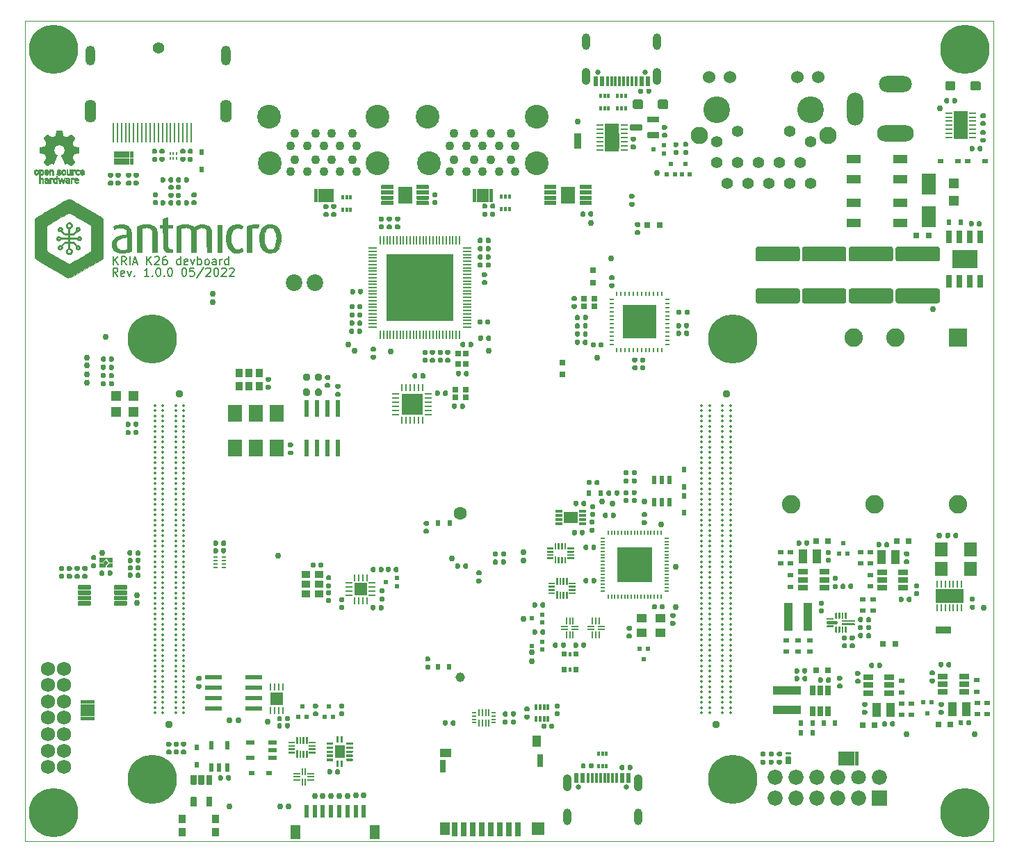
<source format=gbr>
%TF.GenerationSoftware,KiCad,Pcbnew,5.1.9+dfsg1-1*%
%TF.CreationDate,2022-05-16T11:51:26+02:00*%
%TF.ProjectId,kria-k26-devboard,6b726961-2d6b-4323-962d-646576626f61,rev?*%
%TF.SameCoordinates,Original*%
%TF.FileFunction,Soldermask,Top*%
%TF.FilePolarity,Negative*%
%FSLAX46Y46*%
G04 Gerber Fmt 4.6, Leading zero omitted, Abs format (unit mm)*
G04 Created by KiCad (PCBNEW 5.1.9+dfsg1-1) date 2022-05-16 11:51:26 commit 389cbd4*
%MOMM*%
%LPD*%
G01*
G04 APERTURE LIST*
%TA.AperFunction,Profile*%
%ADD10C,0.100000*%
%TD*%
%ADD11C,0.150000*%
%ADD12C,0.010000*%
%ADD13C,0.002790*%
%ADD14C,0.356000*%
%ADD15C,0.950000*%
%ADD16R,0.600000X1.150000*%
%ADD17O,1.000000X2.000000*%
%ADD18O,1.050000X2.100000*%
%ADD19C,0.650000*%
%ADD20R,0.300000X1.150000*%
%ADD21R,0.685800X0.787400*%
%ADD22C,0.750000*%
%ADD23R,0.800000X0.600000*%
%ADD24R,0.980000X3.400000*%
%ADD25R,0.800000X0.800000*%
%ADD26R,1.200000X1.200000*%
%ADD27C,1.100000*%
%ADD28C,2.900000*%
%ADD29R,4.300000X4.300000*%
%ADD30O,0.200000X0.550000*%
%ADD31O,0.550000X0.200000*%
%ADD32R,0.900000X1.100000*%
%ADD33R,1.100000X0.900000*%
%ADD34R,0.787400X0.685800*%
%ADD35R,1.140000X1.730000*%
%ADD36C,6.000000*%
%ADD37C,0.100000*%
%ADD38R,0.809600X1.905000*%
%ADD39R,1.905000X0.809600*%
%ADD40R,1.011199X0.204000*%
%ADD41R,0.204000X1.011199*%
%ADD42R,8.102600X8.102600*%
%ADD43R,0.800000X1.500000*%
%ADD44R,1.000000X1.400000*%
%ADD45R,1.400000X1.000000*%
%ADD46R,1.500000X1.500000*%
%ADD47R,1.300000X1.500000*%
%ADD48R,0.700000X1.750000*%
%ADD49R,0.220000X0.900000*%
%ADD50R,0.220000X0.850000*%
%ADD51R,0.550000X0.220000*%
%ADD52R,1.200000X0.700000*%
%ADD53C,2.250000*%
%ADD54R,2.250000X2.250000*%
%ADD55R,0.550000X1.000000*%
%ADD56R,0.600000X0.800000*%
%ADD57R,1.500000X1.800000*%
%ADD58R,1.800000X1.000000*%
%ADD59R,1.700000X2.500000*%
%ADD60R,0.650000X1.525000*%
%ADD61R,3.100000X2.290000*%
%ADD62O,4.500000X2.000000*%
%ADD63O,1.990000X4.000000*%
%ADD64O,4.000000X2.000000*%
%ADD65R,1.840000X1.840000*%
%ADD66C,1.840000*%
%ADD67C,1.800000*%
%ADD68R,0.600000X1.550000*%
%ADD69R,1.200000X1.800000*%
%ADD70R,3.400000X0.980000*%
%ADD71R,0.900000X1.000000*%
%ADD72O,0.240000X0.599999*%
%ADD73O,0.599999X0.240000*%
%ADD74R,4.099999X4.099999*%
%ADD75R,0.700000X1.200000*%
%ADD76R,0.254800X0.807999*%
%ADD77R,3.403600X1.803400*%
%ADD78R,0.807999X0.254800*%
%ADD79R,1.803400X3.403600*%
%ADD80R,2.590800X2.590800*%
%ADD81R,0.299999X0.670001*%
%ADD82R,0.810000X0.220000*%
%ADD83R,0.220000X0.810000*%
%ADD84R,1.000000X0.550000*%
%ADD85R,1.750000X1.450000*%
%ADD86R,0.825000X0.300000*%
%ADD87R,2.000000X0.600000*%
%ADD88R,1.600200X1.600200*%
%ADD89R,0.600000X2.000000*%
%ADD90R,1.800000X2.000000*%
%ADD91R,1.300000X1.100000*%
%ADD92R,0.280000X2.400000*%
%ADD93O,1.200000X2.400000*%
%ADD94O,1.400000X2.800000*%
%ADD95C,1.400000*%
%ADD96R,0.500000X0.600000*%
%ADD97R,0.300000X0.600000*%
%ADD98C,1.600000*%
%ADD99C,1.150000*%
%ADD100R,0.600000X0.500000*%
%ADD101R,1.150000X1.650000*%
%ADD102C,1.750000*%
%ADD103R,0.200000X0.400000*%
%ADD104R,1.549400X1.549400*%
%ADD105C,2.020000*%
%ADD106R,1.746000X2.050000*%
%ADD107C,1.397000*%
%ADD108C,2.100000*%
%ADD109C,2.108200*%
%ADD110C,3.250000*%
%ADD111C,1.524000*%
%ADD112R,0.400000X0.600000*%
%ADD113R,0.584200X0.210000*%
G04 APERTURE END LIST*
D10*
X74000000Y-152000000D02*
X74000000Y-52000000D01*
D11*
X85314285Y-83152380D02*
X84980952Y-82676190D01*
X84742857Y-83152380D02*
X84742857Y-82152380D01*
X85123809Y-82152380D01*
X85219047Y-82200000D01*
X85266666Y-82247619D01*
X85314285Y-82342857D01*
X85314285Y-82485714D01*
X85266666Y-82580952D01*
X85219047Y-82628571D01*
X85123809Y-82676190D01*
X84742857Y-82676190D01*
X86123809Y-83104761D02*
X86028571Y-83152380D01*
X85838095Y-83152380D01*
X85742857Y-83104761D01*
X85695238Y-83009523D01*
X85695238Y-82628571D01*
X85742857Y-82533333D01*
X85838095Y-82485714D01*
X86028571Y-82485714D01*
X86123809Y-82533333D01*
X86171428Y-82628571D01*
X86171428Y-82723809D01*
X85695238Y-82819047D01*
X86504761Y-82485714D02*
X86742857Y-83152380D01*
X86980952Y-82485714D01*
X87361904Y-83057142D02*
X87409523Y-83104761D01*
X87361904Y-83152380D01*
X87314285Y-83104761D01*
X87361904Y-83057142D01*
X87361904Y-83152380D01*
X89123809Y-83152380D02*
X88552380Y-83152380D01*
X88838095Y-83152380D02*
X88838095Y-82152380D01*
X88742857Y-82295238D01*
X88647619Y-82390476D01*
X88552380Y-82438095D01*
X89552380Y-83057142D02*
X89600000Y-83104761D01*
X89552380Y-83152380D01*
X89504761Y-83104761D01*
X89552380Y-83057142D01*
X89552380Y-83152380D01*
X90219047Y-82152380D02*
X90314285Y-82152380D01*
X90409523Y-82200000D01*
X90457142Y-82247619D01*
X90504761Y-82342857D01*
X90552380Y-82533333D01*
X90552380Y-82771428D01*
X90504761Y-82961904D01*
X90457142Y-83057142D01*
X90409523Y-83104761D01*
X90314285Y-83152380D01*
X90219047Y-83152380D01*
X90123809Y-83104761D01*
X90076190Y-83057142D01*
X90028571Y-82961904D01*
X89980952Y-82771428D01*
X89980952Y-82533333D01*
X90028571Y-82342857D01*
X90076190Y-82247619D01*
X90123809Y-82200000D01*
X90219047Y-82152380D01*
X90980952Y-83057142D02*
X91028571Y-83104761D01*
X90980952Y-83152380D01*
X90933333Y-83104761D01*
X90980952Y-83057142D01*
X90980952Y-83152380D01*
X91647619Y-82152380D02*
X91742857Y-82152380D01*
X91838095Y-82200000D01*
X91885714Y-82247619D01*
X91933333Y-82342857D01*
X91980952Y-82533333D01*
X91980952Y-82771428D01*
X91933333Y-82961904D01*
X91885714Y-83057142D01*
X91838095Y-83104761D01*
X91742857Y-83152380D01*
X91647619Y-83152380D01*
X91552380Y-83104761D01*
X91504761Y-83057142D01*
X91457142Y-82961904D01*
X91409523Y-82771428D01*
X91409523Y-82533333D01*
X91457142Y-82342857D01*
X91504761Y-82247619D01*
X91552380Y-82200000D01*
X91647619Y-82152380D01*
X93361904Y-82152380D02*
X93457142Y-82152380D01*
X93552380Y-82200000D01*
X93600000Y-82247619D01*
X93647619Y-82342857D01*
X93695238Y-82533333D01*
X93695238Y-82771428D01*
X93647619Y-82961904D01*
X93600000Y-83057142D01*
X93552380Y-83104761D01*
X93457142Y-83152380D01*
X93361904Y-83152380D01*
X93266666Y-83104761D01*
X93219047Y-83057142D01*
X93171428Y-82961904D01*
X93123809Y-82771428D01*
X93123809Y-82533333D01*
X93171428Y-82342857D01*
X93219047Y-82247619D01*
X93266666Y-82200000D01*
X93361904Y-82152380D01*
X94600000Y-82152380D02*
X94123809Y-82152380D01*
X94076190Y-82628571D01*
X94123809Y-82580952D01*
X94219047Y-82533333D01*
X94457142Y-82533333D01*
X94552380Y-82580952D01*
X94600000Y-82628571D01*
X94647619Y-82723809D01*
X94647619Y-82961904D01*
X94600000Y-83057142D01*
X94552380Y-83104761D01*
X94457142Y-83152380D01*
X94219047Y-83152380D01*
X94123809Y-83104761D01*
X94076190Y-83057142D01*
X95790476Y-82104761D02*
X94933333Y-83390476D01*
X96076190Y-82247619D02*
X96123809Y-82200000D01*
X96219047Y-82152380D01*
X96457142Y-82152380D01*
X96552380Y-82200000D01*
X96600000Y-82247619D01*
X96647619Y-82342857D01*
X96647619Y-82438095D01*
X96600000Y-82580952D01*
X96028571Y-83152380D01*
X96647619Y-83152380D01*
X97266666Y-82152380D02*
X97361904Y-82152380D01*
X97457142Y-82200000D01*
X97504761Y-82247619D01*
X97552380Y-82342857D01*
X97600000Y-82533333D01*
X97600000Y-82771428D01*
X97552380Y-82961904D01*
X97504761Y-83057142D01*
X97457142Y-83104761D01*
X97361904Y-83152380D01*
X97266666Y-83152380D01*
X97171428Y-83104761D01*
X97123809Y-83057142D01*
X97076190Y-82961904D01*
X97028571Y-82771428D01*
X97028571Y-82533333D01*
X97076190Y-82342857D01*
X97123809Y-82247619D01*
X97171428Y-82200000D01*
X97266666Y-82152380D01*
X97980952Y-82247619D02*
X98028571Y-82200000D01*
X98123809Y-82152380D01*
X98361904Y-82152380D01*
X98457142Y-82200000D01*
X98504761Y-82247619D01*
X98552380Y-82342857D01*
X98552380Y-82438095D01*
X98504761Y-82580952D01*
X97933333Y-83152380D01*
X98552380Y-83152380D01*
X98933333Y-82247619D02*
X98980952Y-82200000D01*
X99076190Y-82152380D01*
X99314285Y-82152380D01*
X99409523Y-82200000D01*
X99457142Y-82247619D01*
X99504761Y-82342857D01*
X99504761Y-82438095D01*
X99457142Y-82580952D01*
X98885714Y-83152380D01*
X99504761Y-83152380D01*
X84776190Y-81752380D02*
X84776190Y-80752380D01*
X85347619Y-81752380D02*
X84919047Y-81180952D01*
X85347619Y-80752380D02*
X84776190Y-81323809D01*
X86347619Y-81752380D02*
X86014285Y-81276190D01*
X85776190Y-81752380D02*
X85776190Y-80752380D01*
X86157142Y-80752380D01*
X86252380Y-80800000D01*
X86300000Y-80847619D01*
X86347619Y-80942857D01*
X86347619Y-81085714D01*
X86300000Y-81180952D01*
X86252380Y-81228571D01*
X86157142Y-81276190D01*
X85776190Y-81276190D01*
X86776190Y-81752380D02*
X86776190Y-80752380D01*
X87204761Y-81466666D02*
X87680952Y-81466666D01*
X87109523Y-81752380D02*
X87442857Y-80752380D01*
X87776190Y-81752380D01*
X88871428Y-81752380D02*
X88871428Y-80752380D01*
X89442857Y-81752380D02*
X89014285Y-81180952D01*
X89442857Y-80752380D02*
X88871428Y-81323809D01*
X89823809Y-80847619D02*
X89871428Y-80800000D01*
X89966666Y-80752380D01*
X90204761Y-80752380D01*
X90300000Y-80800000D01*
X90347619Y-80847619D01*
X90395238Y-80942857D01*
X90395238Y-81038095D01*
X90347619Y-81180952D01*
X89776190Y-81752380D01*
X90395238Y-81752380D01*
X91252380Y-80752380D02*
X91061904Y-80752380D01*
X90966666Y-80800000D01*
X90919047Y-80847619D01*
X90823809Y-80990476D01*
X90776190Y-81180952D01*
X90776190Y-81561904D01*
X90823809Y-81657142D01*
X90871428Y-81704761D01*
X90966666Y-81752380D01*
X91157142Y-81752380D01*
X91252380Y-81704761D01*
X91300000Y-81657142D01*
X91347619Y-81561904D01*
X91347619Y-81323809D01*
X91300000Y-81228571D01*
X91252380Y-81180952D01*
X91157142Y-81133333D01*
X90966666Y-81133333D01*
X90871428Y-81180952D01*
X90823809Y-81228571D01*
X90776190Y-81323809D01*
X92966666Y-81752380D02*
X92966666Y-80752380D01*
X92966666Y-81704761D02*
X92871428Y-81752380D01*
X92680952Y-81752380D01*
X92585714Y-81704761D01*
X92538095Y-81657142D01*
X92490476Y-81561904D01*
X92490476Y-81276190D01*
X92538095Y-81180952D01*
X92585714Y-81133333D01*
X92680952Y-81085714D01*
X92871428Y-81085714D01*
X92966666Y-81133333D01*
X93823809Y-81704761D02*
X93728571Y-81752380D01*
X93538095Y-81752380D01*
X93442857Y-81704761D01*
X93395238Y-81609523D01*
X93395238Y-81228571D01*
X93442857Y-81133333D01*
X93538095Y-81085714D01*
X93728571Y-81085714D01*
X93823809Y-81133333D01*
X93871428Y-81228571D01*
X93871428Y-81323809D01*
X93395238Y-81419047D01*
X94204761Y-81085714D02*
X94442857Y-81752380D01*
X94680952Y-81085714D01*
X95061904Y-81752380D02*
X95061904Y-80752380D01*
X95061904Y-81133333D02*
X95157142Y-81085714D01*
X95347619Y-81085714D01*
X95442857Y-81133333D01*
X95490476Y-81180952D01*
X95538095Y-81276190D01*
X95538095Y-81561904D01*
X95490476Y-81657142D01*
X95442857Y-81704761D01*
X95347619Y-81752380D01*
X95157142Y-81752380D01*
X95061904Y-81704761D01*
X96109523Y-81752380D02*
X96014285Y-81704761D01*
X95966666Y-81657142D01*
X95919047Y-81561904D01*
X95919047Y-81276190D01*
X95966666Y-81180952D01*
X96014285Y-81133333D01*
X96109523Y-81085714D01*
X96252380Y-81085714D01*
X96347619Y-81133333D01*
X96395238Y-81180952D01*
X96442857Y-81276190D01*
X96442857Y-81561904D01*
X96395238Y-81657142D01*
X96347619Y-81704761D01*
X96252380Y-81752380D01*
X96109523Y-81752380D01*
X97300000Y-81752380D02*
X97300000Y-81228571D01*
X97252380Y-81133333D01*
X97157142Y-81085714D01*
X96966666Y-81085714D01*
X96871428Y-81133333D01*
X97300000Y-81704761D02*
X97204761Y-81752380D01*
X96966666Y-81752380D01*
X96871428Y-81704761D01*
X96823809Y-81609523D01*
X96823809Y-81514285D01*
X96871428Y-81419047D01*
X96966666Y-81371428D01*
X97204761Y-81371428D01*
X97300000Y-81323809D01*
X97776190Y-81752380D02*
X97776190Y-81085714D01*
X97776190Y-81276190D02*
X97823809Y-81180952D01*
X97871428Y-81133333D01*
X97966666Y-81085714D01*
X98061904Y-81085714D01*
X98823809Y-81752380D02*
X98823809Y-80752380D01*
X98823809Y-81704761D02*
X98728571Y-81752380D01*
X98538095Y-81752380D01*
X98442857Y-81704761D01*
X98395238Y-81657142D01*
X98347619Y-81561904D01*
X98347619Y-81276190D01*
X98395238Y-81180952D01*
X98442857Y-81133333D01*
X98538095Y-81085714D01*
X98728571Y-81085714D01*
X98823809Y-81133333D01*
D10*
X74000000Y-52000000D02*
X192000000Y-52000000D01*
X192000000Y-52000000D02*
X192000000Y-152000000D01*
X192000000Y-152000000D02*
X74000000Y-152000000D01*
D12*
%TO.C,U15*%
G36*
X175470000Y-141130000D02*
G01*
X175470000Y-141835000D01*
X175130000Y-141835000D01*
X175130000Y-141130000D01*
X175470000Y-141130000D01*
G37*
X175470000Y-141130000D02*
X175470000Y-141835000D01*
X175130000Y-141835000D01*
X175130000Y-141130000D01*
X175470000Y-141130000D01*
G36*
X174970000Y-141130000D02*
G01*
X174970000Y-141835000D01*
X174630000Y-141835000D01*
X174630000Y-141130000D01*
X174970000Y-141130000D01*
G37*
X174970000Y-141130000D02*
X174970000Y-141835000D01*
X174630000Y-141835000D01*
X174630000Y-141130000D01*
X174970000Y-141130000D01*
G36*
X173970000Y-141130000D02*
G01*
X173970000Y-141835000D01*
X173630000Y-141835000D01*
X173630000Y-141130000D01*
X173970000Y-141130000D01*
G37*
X173970000Y-141130000D02*
X173970000Y-141835000D01*
X173630000Y-141835000D01*
X173630000Y-141130000D01*
X173970000Y-141130000D01*
G36*
X173470000Y-141130000D02*
G01*
X173470000Y-141835000D01*
X173130000Y-141835000D01*
X173130000Y-141130000D01*
X173470000Y-141130000D01*
G37*
X173470000Y-141130000D02*
X173470000Y-141835000D01*
X173130000Y-141835000D01*
X173130000Y-141130000D01*
X173470000Y-141130000D01*
G36*
X175470000Y-141965000D02*
G01*
X175470000Y-142670000D01*
X175130000Y-142670000D01*
X175130000Y-141965000D01*
X175470000Y-141965000D01*
G37*
X175470000Y-141965000D02*
X175470000Y-142670000D01*
X175130000Y-142670000D01*
X175130000Y-141965000D01*
X175470000Y-141965000D01*
G36*
X174970000Y-141965000D02*
G01*
X174970000Y-142670000D01*
X174630000Y-142670000D01*
X174630000Y-141965000D01*
X174970000Y-141965000D01*
G37*
X174970000Y-141965000D02*
X174970000Y-142670000D01*
X174630000Y-142670000D01*
X174630000Y-141965000D01*
X174970000Y-141965000D01*
G36*
X173970000Y-141965000D02*
G01*
X173970000Y-142670000D01*
X173630000Y-142670000D01*
X173630000Y-141965000D01*
X173970000Y-141965000D01*
G37*
X173970000Y-141965000D02*
X173970000Y-142670000D01*
X173630000Y-142670000D01*
X173630000Y-141965000D01*
X173970000Y-141965000D01*
G36*
X173470000Y-141965000D02*
G01*
X173470000Y-142670000D01*
X173130000Y-142670000D01*
X173130000Y-141965000D01*
X173470000Y-141965000D01*
G37*
X173470000Y-141965000D02*
X173470000Y-142670000D01*
X173130000Y-142670000D01*
X173130000Y-141965000D01*
X173470000Y-141965000D01*
G36*
X174570000Y-141130000D02*
G01*
X174570000Y-141835000D01*
X174030000Y-141835000D01*
X174030000Y-141130000D01*
X174570000Y-141130000D01*
G37*
X174570000Y-141130000D02*
X174570000Y-141835000D01*
X174030000Y-141835000D01*
X174030000Y-141130000D01*
X174570000Y-141130000D01*
G36*
X174570000Y-141965000D02*
G01*
X174570000Y-142670000D01*
X174030000Y-142670000D01*
X174030000Y-141965000D01*
X174570000Y-141965000D01*
G37*
X174570000Y-141965000D02*
X174570000Y-142670000D01*
X174030000Y-142670000D01*
X174030000Y-141965000D01*
X174570000Y-141965000D01*
%TO.C,U41*%
G36*
X80830000Y-134830000D02*
G01*
X81535000Y-134830000D01*
X81535000Y-135170000D01*
X80830000Y-135170000D01*
X80830000Y-134830000D01*
G37*
X80830000Y-134830000D02*
X81535000Y-134830000D01*
X81535000Y-135170000D01*
X80830000Y-135170000D01*
X80830000Y-134830000D01*
G36*
X80830000Y-135330000D02*
G01*
X81535000Y-135330000D01*
X81535000Y-135670000D01*
X80830000Y-135670000D01*
X80830000Y-135330000D01*
G37*
X80830000Y-135330000D02*
X81535000Y-135330000D01*
X81535000Y-135670000D01*
X80830000Y-135670000D01*
X80830000Y-135330000D01*
G36*
X80830000Y-136330000D02*
G01*
X81535000Y-136330000D01*
X81535000Y-136670000D01*
X80830000Y-136670000D01*
X80830000Y-136330000D01*
G37*
X80830000Y-136330000D02*
X81535000Y-136330000D01*
X81535000Y-136670000D01*
X80830000Y-136670000D01*
X80830000Y-136330000D01*
G36*
X80830000Y-136830000D02*
G01*
X81535000Y-136830000D01*
X81535000Y-137170000D01*
X80830000Y-137170000D01*
X80830000Y-136830000D01*
G37*
X80830000Y-136830000D02*
X81535000Y-136830000D01*
X81535000Y-137170000D01*
X80830000Y-137170000D01*
X80830000Y-136830000D01*
G36*
X81665000Y-134830000D02*
G01*
X82370000Y-134830000D01*
X82370000Y-135170000D01*
X81665000Y-135170000D01*
X81665000Y-134830000D01*
G37*
X81665000Y-134830000D02*
X82370000Y-134830000D01*
X82370000Y-135170000D01*
X81665000Y-135170000D01*
X81665000Y-134830000D01*
G36*
X81665000Y-135330000D02*
G01*
X82370000Y-135330000D01*
X82370000Y-135670000D01*
X81665000Y-135670000D01*
X81665000Y-135330000D01*
G37*
X81665000Y-135330000D02*
X82370000Y-135330000D01*
X82370000Y-135670000D01*
X81665000Y-135670000D01*
X81665000Y-135330000D01*
G36*
X81665000Y-136330000D02*
G01*
X82370000Y-136330000D01*
X82370000Y-136670000D01*
X81665000Y-136670000D01*
X81665000Y-136330000D01*
G37*
X81665000Y-136330000D02*
X82370000Y-136330000D01*
X82370000Y-136670000D01*
X81665000Y-136670000D01*
X81665000Y-136330000D01*
G36*
X81665000Y-136830000D02*
G01*
X82370000Y-136830000D01*
X82370000Y-137170000D01*
X81665000Y-137170000D01*
X81665000Y-136830000D01*
G37*
X81665000Y-136830000D02*
X82370000Y-136830000D01*
X82370000Y-137170000D01*
X81665000Y-137170000D01*
X81665000Y-136830000D01*
G36*
X80830000Y-135730000D02*
G01*
X81535000Y-135730000D01*
X81535000Y-136270000D01*
X80830000Y-136270000D01*
X80830000Y-135730000D01*
G37*
X80830000Y-135730000D02*
X81535000Y-135730000D01*
X81535000Y-136270000D01*
X80830000Y-136270000D01*
X80830000Y-135730000D01*
G36*
X81665000Y-135730000D02*
G01*
X82370000Y-135730000D01*
X82370000Y-136270000D01*
X81665000Y-136270000D01*
X81665000Y-135730000D01*
G37*
X81665000Y-135730000D02*
X82370000Y-135730000D01*
X82370000Y-136270000D01*
X81665000Y-136270000D01*
X81665000Y-135730000D01*
%TO.C,U3*%
G36*
X84830000Y-69470000D02*
G01*
X84830000Y-68765000D01*
X85170000Y-68765000D01*
X85170000Y-69470000D01*
X84830000Y-69470000D01*
G37*
X84830000Y-69470000D02*
X84830000Y-68765000D01*
X85170000Y-68765000D01*
X85170000Y-69470000D01*
X84830000Y-69470000D01*
G36*
X85330000Y-69470000D02*
G01*
X85330000Y-68765000D01*
X85670000Y-68765000D01*
X85670000Y-69470000D01*
X85330000Y-69470000D01*
G37*
X85330000Y-69470000D02*
X85330000Y-68765000D01*
X85670000Y-68765000D01*
X85670000Y-69470000D01*
X85330000Y-69470000D01*
G36*
X86330000Y-69470000D02*
G01*
X86330000Y-68765000D01*
X86670000Y-68765000D01*
X86670000Y-69470000D01*
X86330000Y-69470000D01*
G37*
X86330000Y-69470000D02*
X86330000Y-68765000D01*
X86670000Y-68765000D01*
X86670000Y-69470000D01*
X86330000Y-69470000D01*
G36*
X86830000Y-69470000D02*
G01*
X86830000Y-68765000D01*
X87170000Y-68765000D01*
X87170000Y-69470000D01*
X86830000Y-69470000D01*
G37*
X86830000Y-69470000D02*
X86830000Y-68765000D01*
X87170000Y-68765000D01*
X87170000Y-69470000D01*
X86830000Y-69470000D01*
G36*
X84830000Y-68635000D02*
G01*
X84830000Y-67930000D01*
X85170000Y-67930000D01*
X85170000Y-68635000D01*
X84830000Y-68635000D01*
G37*
X84830000Y-68635000D02*
X84830000Y-67930000D01*
X85170000Y-67930000D01*
X85170000Y-68635000D01*
X84830000Y-68635000D01*
G36*
X85330000Y-68635000D02*
G01*
X85330000Y-67930000D01*
X85670000Y-67930000D01*
X85670000Y-68635000D01*
X85330000Y-68635000D01*
G37*
X85330000Y-68635000D02*
X85330000Y-67930000D01*
X85670000Y-67930000D01*
X85670000Y-68635000D01*
X85330000Y-68635000D01*
G36*
X86330000Y-68635000D02*
G01*
X86330000Y-67930000D01*
X86670000Y-67930000D01*
X86670000Y-68635000D01*
X86330000Y-68635000D01*
G37*
X86330000Y-68635000D02*
X86330000Y-67930000D01*
X86670000Y-67930000D01*
X86670000Y-68635000D01*
X86330000Y-68635000D01*
G36*
X86830000Y-68635000D02*
G01*
X86830000Y-67930000D01*
X87170000Y-67930000D01*
X87170000Y-68635000D01*
X86830000Y-68635000D01*
G37*
X86830000Y-68635000D02*
X86830000Y-67930000D01*
X87170000Y-67930000D01*
X87170000Y-68635000D01*
X86830000Y-68635000D01*
G36*
X85730000Y-69470000D02*
G01*
X85730000Y-68765000D01*
X86270000Y-68765000D01*
X86270000Y-69470000D01*
X85730000Y-69470000D01*
G37*
X85730000Y-69470000D02*
X85730000Y-68765000D01*
X86270000Y-68765000D01*
X86270000Y-69470000D01*
X85730000Y-69470000D01*
G36*
X85730000Y-68635000D02*
G01*
X85730000Y-67930000D01*
X86270000Y-67930000D01*
X86270000Y-68635000D01*
X85730000Y-68635000D01*
G37*
X85730000Y-68635000D02*
X85730000Y-67930000D01*
X86270000Y-67930000D01*
X86270000Y-68635000D01*
X85730000Y-68635000D01*
%TO.C,U25*%
G36*
X109230000Y-74070000D02*
G01*
X109230000Y-73365000D01*
X109570000Y-73365000D01*
X109570000Y-74070000D01*
X109230000Y-74070000D01*
G37*
X109230000Y-74070000D02*
X109230000Y-73365000D01*
X109570000Y-73365000D01*
X109570000Y-74070000D01*
X109230000Y-74070000D01*
G36*
X109730000Y-74070000D02*
G01*
X109730000Y-73365000D01*
X110070000Y-73365000D01*
X110070000Y-74070000D01*
X109730000Y-74070000D01*
G37*
X109730000Y-74070000D02*
X109730000Y-73365000D01*
X110070000Y-73365000D01*
X110070000Y-74070000D01*
X109730000Y-74070000D01*
G36*
X110730000Y-74070000D02*
G01*
X110730000Y-73365000D01*
X111070000Y-73365000D01*
X111070000Y-74070000D01*
X110730000Y-74070000D01*
G37*
X110730000Y-74070000D02*
X110730000Y-73365000D01*
X111070000Y-73365000D01*
X111070000Y-74070000D01*
X110730000Y-74070000D01*
G36*
X111230000Y-74070000D02*
G01*
X111230000Y-73365000D01*
X111570000Y-73365000D01*
X111570000Y-74070000D01*
X111230000Y-74070000D01*
G37*
X111230000Y-74070000D02*
X111230000Y-73365000D01*
X111570000Y-73365000D01*
X111570000Y-74070000D01*
X111230000Y-74070000D01*
G36*
X109230000Y-73235000D02*
G01*
X109230000Y-72530000D01*
X109570000Y-72530000D01*
X109570000Y-73235000D01*
X109230000Y-73235000D01*
G37*
X109230000Y-73235000D02*
X109230000Y-72530000D01*
X109570000Y-72530000D01*
X109570000Y-73235000D01*
X109230000Y-73235000D01*
G36*
X109730000Y-73235000D02*
G01*
X109730000Y-72530000D01*
X110070000Y-72530000D01*
X110070000Y-73235000D01*
X109730000Y-73235000D01*
G37*
X109730000Y-73235000D02*
X109730000Y-72530000D01*
X110070000Y-72530000D01*
X110070000Y-73235000D01*
X109730000Y-73235000D01*
G36*
X110730000Y-73235000D02*
G01*
X110730000Y-72530000D01*
X111070000Y-72530000D01*
X111070000Y-73235000D01*
X110730000Y-73235000D01*
G37*
X110730000Y-73235000D02*
X110730000Y-72530000D01*
X111070000Y-72530000D01*
X111070000Y-73235000D01*
X110730000Y-73235000D01*
G36*
X111230000Y-73235000D02*
G01*
X111230000Y-72530000D01*
X111570000Y-72530000D01*
X111570000Y-73235000D01*
X111230000Y-73235000D01*
G37*
X111230000Y-73235000D02*
X111230000Y-72530000D01*
X111570000Y-72530000D01*
X111570000Y-73235000D01*
X111230000Y-73235000D01*
G36*
X110130000Y-74070000D02*
G01*
X110130000Y-73365000D01*
X110670000Y-73365000D01*
X110670000Y-74070000D01*
X110130000Y-74070000D01*
G37*
X110130000Y-74070000D02*
X110130000Y-73365000D01*
X110670000Y-73365000D01*
X110670000Y-74070000D01*
X110130000Y-74070000D01*
G36*
X110130000Y-73235000D02*
G01*
X110130000Y-72530000D01*
X110670000Y-72530000D01*
X110670000Y-73235000D01*
X110130000Y-73235000D01*
G37*
X110130000Y-73235000D02*
X110130000Y-72530000D01*
X110670000Y-72530000D01*
X110670000Y-73235000D01*
X110130000Y-73235000D01*
%TO.C,U19*%
G36*
X128580000Y-74020000D02*
G01*
X128580000Y-73315000D01*
X128920000Y-73315000D01*
X128920000Y-74020000D01*
X128580000Y-74020000D01*
G37*
X128580000Y-74020000D02*
X128580000Y-73315000D01*
X128920000Y-73315000D01*
X128920000Y-74020000D01*
X128580000Y-74020000D01*
G36*
X129080000Y-74020000D02*
G01*
X129080000Y-73315000D01*
X129420000Y-73315000D01*
X129420000Y-74020000D01*
X129080000Y-74020000D01*
G37*
X129080000Y-74020000D02*
X129080000Y-73315000D01*
X129420000Y-73315000D01*
X129420000Y-74020000D01*
X129080000Y-74020000D01*
G36*
X130080000Y-74020000D02*
G01*
X130080000Y-73315000D01*
X130420000Y-73315000D01*
X130420000Y-74020000D01*
X130080000Y-74020000D01*
G37*
X130080000Y-74020000D02*
X130080000Y-73315000D01*
X130420000Y-73315000D01*
X130420000Y-74020000D01*
X130080000Y-74020000D01*
G36*
X130580000Y-74020000D02*
G01*
X130580000Y-73315000D01*
X130920000Y-73315000D01*
X130920000Y-74020000D01*
X130580000Y-74020000D01*
G37*
X130580000Y-74020000D02*
X130580000Y-73315000D01*
X130920000Y-73315000D01*
X130920000Y-74020000D01*
X130580000Y-74020000D01*
G36*
X128580000Y-73185000D02*
G01*
X128580000Y-72480000D01*
X128920000Y-72480000D01*
X128920000Y-73185000D01*
X128580000Y-73185000D01*
G37*
X128580000Y-73185000D02*
X128580000Y-72480000D01*
X128920000Y-72480000D01*
X128920000Y-73185000D01*
X128580000Y-73185000D01*
G36*
X129080000Y-73185000D02*
G01*
X129080000Y-72480000D01*
X129420000Y-72480000D01*
X129420000Y-73185000D01*
X129080000Y-73185000D01*
G37*
X129080000Y-73185000D02*
X129080000Y-72480000D01*
X129420000Y-72480000D01*
X129420000Y-73185000D01*
X129080000Y-73185000D01*
G36*
X130080000Y-73185000D02*
G01*
X130080000Y-72480000D01*
X130420000Y-72480000D01*
X130420000Y-73185000D01*
X130080000Y-73185000D01*
G37*
X130080000Y-73185000D02*
X130080000Y-72480000D01*
X130420000Y-72480000D01*
X130420000Y-73185000D01*
X130080000Y-73185000D01*
G36*
X130580000Y-73185000D02*
G01*
X130580000Y-72480000D01*
X130920000Y-72480000D01*
X130920000Y-73185000D01*
X130580000Y-73185000D01*
G37*
X130580000Y-73185000D02*
X130580000Y-72480000D01*
X130920000Y-72480000D01*
X130920000Y-73185000D01*
X130580000Y-73185000D01*
G36*
X129480000Y-74020000D02*
G01*
X129480000Y-73315000D01*
X130020000Y-73315000D01*
X130020000Y-74020000D01*
X129480000Y-74020000D01*
G37*
X129480000Y-74020000D02*
X129480000Y-73315000D01*
X130020000Y-73315000D01*
X130020000Y-74020000D01*
X129480000Y-74020000D01*
G36*
X129480000Y-73185000D02*
G01*
X129480000Y-72480000D01*
X130020000Y-72480000D01*
X130020000Y-73185000D01*
X129480000Y-73185000D01*
G37*
X129480000Y-73185000D02*
X129480000Y-72480000D01*
X130020000Y-72480000D01*
X130020000Y-73185000D01*
X129480000Y-73185000D01*
D13*
%TO.C,N1*%
G36*
X79501572Y-76599576D02*
G01*
X79522770Y-76607934D01*
X79631249Y-76678342D01*
X79710362Y-76778636D01*
X79754670Y-76898183D01*
X79758733Y-77026352D01*
X79752974Y-77057833D01*
X79706065Y-77178846D01*
X79624940Y-77269574D01*
X79543113Y-77319477D01*
X79445240Y-77366696D01*
X79445240Y-77921864D01*
X79857514Y-77921864D01*
X80027283Y-77753228D01*
X80197053Y-77584591D01*
X80184510Y-77463065D01*
X80184365Y-77460512D01*
X80344809Y-77460512D01*
X80371222Y-77515566D01*
X80426243Y-77541221D01*
X80492779Y-77535756D01*
X80541976Y-77506792D01*
X80575727Y-77451433D01*
X80563881Y-77394722D01*
X80531852Y-77354936D01*
X80486912Y-77316812D01*
X80449677Y-77313005D01*
X80399058Y-77341896D01*
X80395376Y-77344464D01*
X80353612Y-77396806D01*
X80344809Y-77460512D01*
X80184365Y-77460512D01*
X80180064Y-77385201D01*
X80190500Y-77332385D01*
X80221307Y-77283366D01*
X80235318Y-77266252D01*
X80321156Y-77193669D01*
X80415594Y-77160504D01*
X80510656Y-77162398D01*
X80598367Y-77194993D01*
X80670751Y-77253934D01*
X80719834Y-77334860D01*
X80737640Y-77433415D01*
X80720986Y-77531621D01*
X80667754Y-77624633D01*
X80582332Y-77684517D01*
X80468453Y-77708836D01*
X80449157Y-77709266D01*
X80399827Y-77710979D01*
X80358834Y-77719812D01*
X80317002Y-77741310D01*
X80265155Y-77781016D01*
X80194116Y-77844474D01*
X80136340Y-77898242D01*
X79934358Y-78087218D01*
X79445240Y-78087218D01*
X79445240Y-78465170D01*
X80341663Y-78465170D01*
X80376662Y-78397489D01*
X80440592Y-78320466D01*
X80528779Y-78274360D01*
X80628510Y-78260669D01*
X80727071Y-78280895D01*
X80811752Y-78336536D01*
X80819955Y-78345195D01*
X80881015Y-78440841D01*
X80901327Y-78538406D01*
X80886572Y-78631086D01*
X80842433Y-78712077D01*
X80774594Y-78774573D01*
X80688737Y-78811770D01*
X80590544Y-78816864D01*
X80485698Y-78783049D01*
X80464370Y-78770981D01*
X80409702Y-78728218D01*
X80375849Y-78684288D01*
X80373032Y-78676581D01*
X80366476Y-78660697D01*
X80352079Y-78648951D01*
X80323497Y-78640720D01*
X80274391Y-78635385D01*
X80198418Y-78632323D01*
X80089235Y-78630912D01*
X79940502Y-78630531D01*
X79903114Y-78630524D01*
X79445240Y-78630524D01*
X79445240Y-78984854D01*
X79930534Y-78984854D01*
X80322785Y-79379153D01*
X80433224Y-79369665D01*
X80551620Y-79377916D01*
X80643640Y-79423895D01*
X80706334Y-79505779D01*
X80722639Y-79548512D01*
X80738629Y-79661493D01*
X80711507Y-79759090D01*
X80652307Y-79836536D01*
X80560802Y-79900541D01*
X80463582Y-79923765D01*
X80369112Y-79910490D01*
X80285860Y-79865001D01*
X80222293Y-79791581D01*
X80186877Y-79694512D01*
X80185326Y-79623593D01*
X80347370Y-79623593D01*
X80355061Y-79682359D01*
X80377662Y-79716421D01*
X80431416Y-79757858D01*
X80483235Y-79754443D01*
X80531852Y-79717136D01*
X80572859Y-79659502D01*
X80569009Y-79607900D01*
X80533800Y-79565356D01*
X80474059Y-79534578D01*
X80416592Y-79540296D01*
X80371121Y-79573103D01*
X80347370Y-79623593D01*
X80185326Y-79623593D01*
X80184810Y-79600035D01*
X80198026Y-79488447D01*
X79857514Y-79150208D01*
X79445240Y-79150208D01*
X79445240Y-79709961D01*
X79542634Y-79753879D01*
X79644867Y-79822987D01*
X79715372Y-79917535D01*
X79753884Y-80028001D01*
X79760140Y-80144867D01*
X79733876Y-80258613D01*
X79674830Y-80359718D01*
X79582737Y-80438662D01*
X79561911Y-80450152D01*
X79438219Y-80488862D01*
X79306478Y-80488868D01*
X79184150Y-80450223D01*
X79181803Y-80448995D01*
X79084945Y-80373955D01*
X79021293Y-80275232D01*
X78990513Y-80162413D01*
X78991344Y-80106899D01*
X79152327Y-80106899D01*
X79161914Y-80177165D01*
X79197980Y-80233977D01*
X79228290Y-80263435D01*
X79315674Y-80319137D01*
X79401713Y-80327711D01*
X79488380Y-80289158D01*
X79520458Y-80263435D01*
X79573321Y-80205013D01*
X79594386Y-80144095D01*
X79596421Y-80106899D01*
X79575161Y-80021071D01*
X79519801Y-79946709D01*
X79442970Y-79896575D01*
X79374374Y-79882490D01*
X79289450Y-79903976D01*
X79215870Y-79959925D01*
X79166264Y-80037574D01*
X79152327Y-80106899D01*
X78991344Y-80106899D01*
X78992269Y-80045086D01*
X79026226Y-79932838D01*
X79092048Y-79835256D01*
X79189400Y-79761929D01*
X79206114Y-79753879D01*
X79303508Y-79709961D01*
X79303508Y-79150208D01*
X78891234Y-79150208D01*
X78550722Y-79488447D01*
X78563938Y-79600035D01*
X78558001Y-79713334D01*
X78516954Y-79806506D01*
X78449262Y-79875267D01*
X78363394Y-79915334D01*
X78267815Y-79922424D01*
X78170992Y-79892252D01*
X78096441Y-79836536D01*
X78030763Y-79746034D01*
X78009806Y-79646740D01*
X78014634Y-79617646D01*
X78175660Y-79617646D01*
X78180169Y-79669652D01*
X78216896Y-79717136D01*
X78274407Y-79758110D01*
X78325969Y-79754247D01*
X78369578Y-79718088D01*
X78399167Y-79657326D01*
X78391385Y-79595658D01*
X78350506Y-79549261D01*
X78321883Y-79537531D01*
X78252204Y-79540939D01*
X78215944Y-79564454D01*
X78175660Y-79617646D01*
X78014634Y-79617646D01*
X78026109Y-79548512D01*
X78076150Y-79452676D01*
X78156708Y-79392009D01*
X78264830Y-79368335D01*
X78315524Y-79369665D01*
X78425963Y-79379153D01*
X78818214Y-78984854D01*
X79303508Y-78984854D01*
X79303508Y-78630524D01*
X78844471Y-78630524D01*
X78686442Y-78630726D01*
X78569261Y-78631770D01*
X78486532Y-78634317D01*
X78431859Y-78639024D01*
X78398846Y-78646549D01*
X78381097Y-78657553D01*
X78372216Y-78672693D01*
X78369922Y-78679398D01*
X78331821Y-78733795D01*
X78263338Y-78781408D01*
X78181247Y-78812562D01*
X78127140Y-78819412D01*
X78018073Y-78799662D01*
X77932840Y-78746135D01*
X77875202Y-78667820D01*
X77848918Y-78573705D01*
X77851733Y-78541539D01*
X78007565Y-78541539D01*
X78014406Y-78575638D01*
X78038270Y-78605288D01*
X78100107Y-78647975D01*
X78163226Y-78644989D01*
X78203398Y-78617026D01*
X78237397Y-78556128D01*
X78230153Y-78516625D01*
X80511750Y-78516625D01*
X80520695Y-78582878D01*
X80545350Y-78617026D01*
X80605902Y-78651013D01*
X80669271Y-78639036D01*
X80710478Y-78605288D01*
X80739251Y-78566131D01*
X80737899Y-78530529D01*
X80719255Y-78493083D01*
X80669265Y-78438575D01*
X80609164Y-78423173D01*
X80550987Y-78449615D01*
X80546607Y-78453789D01*
X80511750Y-78516625D01*
X78230153Y-78516625D01*
X78225768Y-78492715D01*
X78195032Y-78454949D01*
X78134261Y-78423318D01*
X78076766Y-78437822D01*
X78029515Y-78493250D01*
X78007565Y-78541539D01*
X77851733Y-78541539D01*
X77857750Y-78472780D01*
X77905455Y-78374034D01*
X77928793Y-78345195D01*
X78013156Y-78283343D01*
X78111597Y-78259548D01*
X78212139Y-78272456D01*
X78302803Y-78320714D01*
X78366907Y-78394686D01*
X78408543Y-78465170D01*
X79303508Y-78465170D01*
X79303508Y-78087218D01*
X78814390Y-78087218D01*
X78612408Y-77898242D01*
X78525216Y-77817478D01*
X78462929Y-77763774D01*
X78416232Y-77731617D01*
X78375812Y-77715493D01*
X78332356Y-77709886D01*
X78293225Y-77709266D01*
X78177101Y-77692329D01*
X78092140Y-77640432D01*
X78036021Y-77551946D01*
X78025391Y-77521163D01*
X78015115Y-77435926D01*
X78169652Y-77435926D01*
X78189969Y-77489824D01*
X78239801Y-77527435D01*
X78302462Y-77542368D01*
X78361272Y-77528230D01*
X78377526Y-77515566D01*
X78404031Y-77459820D01*
X78394851Y-77396133D01*
X78353372Y-77344464D01*
X78308127Y-77317077D01*
X78282506Y-77307692D01*
X78248268Y-77325400D01*
X78207656Y-77366295D01*
X78176814Y-77412032D01*
X78169652Y-77435926D01*
X78015115Y-77435926D01*
X78012026Y-77410299D01*
X78036619Y-77314349D01*
X78091112Y-77237521D01*
X78167448Y-77184024D01*
X78257569Y-77158066D01*
X78353416Y-77163855D01*
X78446933Y-77205601D01*
X78513430Y-77266252D01*
X78551406Y-77318270D01*
X78567369Y-77367718D01*
X78566805Y-77435850D01*
X78564238Y-77463065D01*
X78551695Y-77584591D01*
X78721464Y-77753228D01*
X78891234Y-77921864D01*
X79303508Y-77921864D01*
X79303508Y-77364028D01*
X79209587Y-77322590D01*
X79099638Y-77251446D01*
X79025249Y-77149691D01*
X78996453Y-77071587D01*
X78985309Y-76960573D01*
X79146864Y-76960573D01*
X79155756Y-77014751D01*
X79172782Y-77054627D01*
X79233282Y-77136103D01*
X79313711Y-77180430D01*
X79403624Y-77184931D01*
X79492573Y-77146927D01*
X79502873Y-77139236D01*
X79572565Y-77064028D01*
X79596235Y-76982360D01*
X79577501Y-76896264D01*
X79520212Y-76807824D01*
X79444587Y-76757230D01*
X79360345Y-76744319D01*
X79277205Y-76768924D01*
X79204883Y-76830879D01*
X79162927Y-76903340D01*
X79146864Y-76960573D01*
X78985309Y-76960573D01*
X78983716Y-76944713D01*
X79010762Y-76827538D01*
X79070700Y-76726131D01*
X79156639Y-76646562D01*
X79261692Y-76594900D01*
X79378966Y-76577214D01*
X79501572Y-76599576D01*
G37*
X79501572Y-76599576D02*
X79522770Y-76607934D01*
X79631249Y-76678342D01*
X79710362Y-76778636D01*
X79754670Y-76898183D01*
X79758733Y-77026352D01*
X79752974Y-77057833D01*
X79706065Y-77178846D01*
X79624940Y-77269574D01*
X79543113Y-77319477D01*
X79445240Y-77366696D01*
X79445240Y-77921864D01*
X79857514Y-77921864D01*
X80027283Y-77753228D01*
X80197053Y-77584591D01*
X80184510Y-77463065D01*
X80184365Y-77460512D01*
X80344809Y-77460512D01*
X80371222Y-77515566D01*
X80426243Y-77541221D01*
X80492779Y-77535756D01*
X80541976Y-77506792D01*
X80575727Y-77451433D01*
X80563881Y-77394722D01*
X80531852Y-77354936D01*
X80486912Y-77316812D01*
X80449677Y-77313005D01*
X80399058Y-77341896D01*
X80395376Y-77344464D01*
X80353612Y-77396806D01*
X80344809Y-77460512D01*
X80184365Y-77460512D01*
X80180064Y-77385201D01*
X80190500Y-77332385D01*
X80221307Y-77283366D01*
X80235318Y-77266252D01*
X80321156Y-77193669D01*
X80415594Y-77160504D01*
X80510656Y-77162398D01*
X80598367Y-77194993D01*
X80670751Y-77253934D01*
X80719834Y-77334860D01*
X80737640Y-77433415D01*
X80720986Y-77531621D01*
X80667754Y-77624633D01*
X80582332Y-77684517D01*
X80468453Y-77708836D01*
X80449157Y-77709266D01*
X80399827Y-77710979D01*
X80358834Y-77719812D01*
X80317002Y-77741310D01*
X80265155Y-77781016D01*
X80194116Y-77844474D01*
X80136340Y-77898242D01*
X79934358Y-78087218D01*
X79445240Y-78087218D01*
X79445240Y-78465170D01*
X80341663Y-78465170D01*
X80376662Y-78397489D01*
X80440592Y-78320466D01*
X80528779Y-78274360D01*
X80628510Y-78260669D01*
X80727071Y-78280895D01*
X80811752Y-78336536D01*
X80819955Y-78345195D01*
X80881015Y-78440841D01*
X80901327Y-78538406D01*
X80886572Y-78631086D01*
X80842433Y-78712077D01*
X80774594Y-78774573D01*
X80688737Y-78811770D01*
X80590544Y-78816864D01*
X80485698Y-78783049D01*
X80464370Y-78770981D01*
X80409702Y-78728218D01*
X80375849Y-78684288D01*
X80373032Y-78676581D01*
X80366476Y-78660697D01*
X80352079Y-78648951D01*
X80323497Y-78640720D01*
X80274391Y-78635385D01*
X80198418Y-78632323D01*
X80089235Y-78630912D01*
X79940502Y-78630531D01*
X79903114Y-78630524D01*
X79445240Y-78630524D01*
X79445240Y-78984854D01*
X79930534Y-78984854D01*
X80322785Y-79379153D01*
X80433224Y-79369665D01*
X80551620Y-79377916D01*
X80643640Y-79423895D01*
X80706334Y-79505779D01*
X80722639Y-79548512D01*
X80738629Y-79661493D01*
X80711507Y-79759090D01*
X80652307Y-79836536D01*
X80560802Y-79900541D01*
X80463582Y-79923765D01*
X80369112Y-79910490D01*
X80285860Y-79865001D01*
X80222293Y-79791581D01*
X80186877Y-79694512D01*
X80185326Y-79623593D01*
X80347370Y-79623593D01*
X80355061Y-79682359D01*
X80377662Y-79716421D01*
X80431416Y-79757858D01*
X80483235Y-79754443D01*
X80531852Y-79717136D01*
X80572859Y-79659502D01*
X80569009Y-79607900D01*
X80533800Y-79565356D01*
X80474059Y-79534578D01*
X80416592Y-79540296D01*
X80371121Y-79573103D01*
X80347370Y-79623593D01*
X80185326Y-79623593D01*
X80184810Y-79600035D01*
X80198026Y-79488447D01*
X79857514Y-79150208D01*
X79445240Y-79150208D01*
X79445240Y-79709961D01*
X79542634Y-79753879D01*
X79644867Y-79822987D01*
X79715372Y-79917535D01*
X79753884Y-80028001D01*
X79760140Y-80144867D01*
X79733876Y-80258613D01*
X79674830Y-80359718D01*
X79582737Y-80438662D01*
X79561911Y-80450152D01*
X79438219Y-80488862D01*
X79306478Y-80488868D01*
X79184150Y-80450223D01*
X79181803Y-80448995D01*
X79084945Y-80373955D01*
X79021293Y-80275232D01*
X78990513Y-80162413D01*
X78991344Y-80106899D01*
X79152327Y-80106899D01*
X79161914Y-80177165D01*
X79197980Y-80233977D01*
X79228290Y-80263435D01*
X79315674Y-80319137D01*
X79401713Y-80327711D01*
X79488380Y-80289158D01*
X79520458Y-80263435D01*
X79573321Y-80205013D01*
X79594386Y-80144095D01*
X79596421Y-80106899D01*
X79575161Y-80021071D01*
X79519801Y-79946709D01*
X79442970Y-79896575D01*
X79374374Y-79882490D01*
X79289450Y-79903976D01*
X79215870Y-79959925D01*
X79166264Y-80037574D01*
X79152327Y-80106899D01*
X78991344Y-80106899D01*
X78992269Y-80045086D01*
X79026226Y-79932838D01*
X79092048Y-79835256D01*
X79189400Y-79761929D01*
X79206114Y-79753879D01*
X79303508Y-79709961D01*
X79303508Y-79150208D01*
X78891234Y-79150208D01*
X78550722Y-79488447D01*
X78563938Y-79600035D01*
X78558001Y-79713334D01*
X78516954Y-79806506D01*
X78449262Y-79875267D01*
X78363394Y-79915334D01*
X78267815Y-79922424D01*
X78170992Y-79892252D01*
X78096441Y-79836536D01*
X78030763Y-79746034D01*
X78009806Y-79646740D01*
X78014634Y-79617646D01*
X78175660Y-79617646D01*
X78180169Y-79669652D01*
X78216896Y-79717136D01*
X78274407Y-79758110D01*
X78325969Y-79754247D01*
X78369578Y-79718088D01*
X78399167Y-79657326D01*
X78391385Y-79595658D01*
X78350506Y-79549261D01*
X78321883Y-79537531D01*
X78252204Y-79540939D01*
X78215944Y-79564454D01*
X78175660Y-79617646D01*
X78014634Y-79617646D01*
X78026109Y-79548512D01*
X78076150Y-79452676D01*
X78156708Y-79392009D01*
X78264830Y-79368335D01*
X78315524Y-79369665D01*
X78425963Y-79379153D01*
X78818214Y-78984854D01*
X79303508Y-78984854D01*
X79303508Y-78630524D01*
X78844471Y-78630524D01*
X78686442Y-78630726D01*
X78569261Y-78631770D01*
X78486532Y-78634317D01*
X78431859Y-78639024D01*
X78398846Y-78646549D01*
X78381097Y-78657553D01*
X78372216Y-78672693D01*
X78369922Y-78679398D01*
X78331821Y-78733795D01*
X78263338Y-78781408D01*
X78181247Y-78812562D01*
X78127140Y-78819412D01*
X78018073Y-78799662D01*
X77932840Y-78746135D01*
X77875202Y-78667820D01*
X77848918Y-78573705D01*
X77851733Y-78541539D01*
X78007565Y-78541539D01*
X78014406Y-78575638D01*
X78038270Y-78605288D01*
X78100107Y-78647975D01*
X78163226Y-78644989D01*
X78203398Y-78617026D01*
X78237397Y-78556128D01*
X78230153Y-78516625D01*
X80511750Y-78516625D01*
X80520695Y-78582878D01*
X80545350Y-78617026D01*
X80605902Y-78651013D01*
X80669271Y-78639036D01*
X80710478Y-78605288D01*
X80739251Y-78566131D01*
X80737899Y-78530529D01*
X80719255Y-78493083D01*
X80669265Y-78438575D01*
X80609164Y-78423173D01*
X80550987Y-78449615D01*
X80546607Y-78453789D01*
X80511750Y-78516625D01*
X78230153Y-78516625D01*
X78225768Y-78492715D01*
X78195032Y-78454949D01*
X78134261Y-78423318D01*
X78076766Y-78437822D01*
X78029515Y-78493250D01*
X78007565Y-78541539D01*
X77851733Y-78541539D01*
X77857750Y-78472780D01*
X77905455Y-78374034D01*
X77928793Y-78345195D01*
X78013156Y-78283343D01*
X78111597Y-78259548D01*
X78212139Y-78272456D01*
X78302803Y-78320714D01*
X78366907Y-78394686D01*
X78408543Y-78465170D01*
X79303508Y-78465170D01*
X79303508Y-78087218D01*
X78814390Y-78087218D01*
X78612408Y-77898242D01*
X78525216Y-77817478D01*
X78462929Y-77763774D01*
X78416232Y-77731617D01*
X78375812Y-77715493D01*
X78332356Y-77709886D01*
X78293225Y-77709266D01*
X78177101Y-77692329D01*
X78092140Y-77640432D01*
X78036021Y-77551946D01*
X78025391Y-77521163D01*
X78015115Y-77435926D01*
X78169652Y-77435926D01*
X78189969Y-77489824D01*
X78239801Y-77527435D01*
X78302462Y-77542368D01*
X78361272Y-77528230D01*
X78377526Y-77515566D01*
X78404031Y-77459820D01*
X78394851Y-77396133D01*
X78353372Y-77344464D01*
X78308127Y-77317077D01*
X78282506Y-77307692D01*
X78248268Y-77325400D01*
X78207656Y-77366295D01*
X78176814Y-77412032D01*
X78169652Y-77435926D01*
X78015115Y-77435926D01*
X78012026Y-77410299D01*
X78036619Y-77314349D01*
X78091112Y-77237521D01*
X78167448Y-77184024D01*
X78257569Y-77158066D01*
X78353416Y-77163855D01*
X78446933Y-77205601D01*
X78513430Y-77266252D01*
X78551406Y-77318270D01*
X78567369Y-77367718D01*
X78566805Y-77435850D01*
X78564238Y-77463065D01*
X78551695Y-77584591D01*
X78721464Y-77753228D01*
X78891234Y-77921864D01*
X79303508Y-77921864D01*
X79303508Y-77364028D01*
X79209587Y-77322590D01*
X79099638Y-77251446D01*
X79025249Y-77149691D01*
X78996453Y-77071587D01*
X78985309Y-76960573D01*
X79146864Y-76960573D01*
X79155756Y-77014751D01*
X79172782Y-77054627D01*
X79233282Y-77136103D01*
X79313711Y-77180430D01*
X79403624Y-77184931D01*
X79492573Y-77146927D01*
X79502873Y-77139236D01*
X79572565Y-77064028D01*
X79596235Y-76982360D01*
X79577501Y-76896264D01*
X79520212Y-76807824D01*
X79444587Y-76757230D01*
X79360345Y-76744319D01*
X79277205Y-76768924D01*
X79204883Y-76830879D01*
X79162927Y-76903340D01*
X79146864Y-76960573D01*
X78985309Y-76960573D01*
X78983716Y-76944713D01*
X79010762Y-76827538D01*
X79070700Y-76726131D01*
X79156639Y-76646562D01*
X79261692Y-76594900D01*
X79378966Y-76577214D01*
X79501572Y-76599576D01*
G36*
X86049877Y-76851249D02*
G01*
X86199424Y-76879245D01*
X86369163Y-76931285D01*
X86506125Y-76995868D01*
X86624506Y-77080481D01*
X86682711Y-77134167D01*
X86768550Y-77241368D01*
X86845620Y-77378618D01*
X86905344Y-77528725D01*
X86932925Y-77635821D01*
X86938399Y-77688998D01*
X86943314Y-77785485D01*
X86947596Y-77921349D01*
X86951170Y-78092658D01*
X86953962Y-78295480D01*
X86955898Y-78525882D01*
X86956904Y-78779932D01*
X86957036Y-78916107D01*
X86957036Y-80069255D01*
X86846324Y-80118228D01*
X86648092Y-80189446D01*
X86418454Y-80244470D01*
X86170976Y-80281579D01*
X85919225Y-80299050D01*
X85676768Y-80295164D01*
X85548883Y-80282857D01*
X85298317Y-80232934D01*
X85084147Y-80153578D01*
X84906804Y-80045257D01*
X84766720Y-79908443D01*
X84664326Y-79743605D01*
X84600053Y-79551213D01*
X84574331Y-79331739D01*
X84575576Y-79221559D01*
X84578586Y-79200731D01*
X85119805Y-79200731D01*
X85124199Y-79396157D01*
X85166667Y-79565059D01*
X85246303Y-79706031D01*
X85362196Y-79817664D01*
X85513440Y-79898552D01*
X85585792Y-79922597D01*
X85678222Y-79938401D01*
X85802003Y-79945595D01*
X85942143Y-79944744D01*
X86083648Y-79936410D01*
X86211525Y-79921159D01*
X86310781Y-79899554D01*
X86325147Y-79894784D01*
X86437352Y-79854427D01*
X86437352Y-78367282D01*
X86301526Y-78383670D01*
X86214841Y-78397307D01*
X86102616Y-78419308D01*
X85984897Y-78445648D01*
X85947884Y-78454701D01*
X85705722Y-78529151D01*
X85506872Y-78620629D01*
X85350195Y-78730162D01*
X85234551Y-78858776D01*
X85158802Y-79007497D01*
X85121806Y-79177353D01*
X85119805Y-79200731D01*
X84578586Y-79200731D01*
X84606332Y-79008754D01*
X84677649Y-78819568D01*
X84790420Y-78651961D01*
X84854775Y-78583186D01*
X84996974Y-78470199D01*
X85179801Y-78366210D01*
X85397118Y-78273492D01*
X85642792Y-78194320D01*
X85910685Y-78130965D01*
X86194663Y-78085701D01*
X86198906Y-78085185D01*
X86443798Y-78055504D01*
X86429640Y-77854888D01*
X86402244Y-77665695D01*
X86347900Y-77513882D01*
X86264155Y-77396427D01*
X86148553Y-77310311D01*
X85998638Y-77252512D01*
X85926882Y-77236336D01*
X85731547Y-77219324D01*
X85514432Y-77235596D01*
X85285699Y-77283625D01*
X85055509Y-77361887D01*
X85035244Y-77370286D01*
X84962599Y-77399105D01*
X84909379Y-77416919D01*
X84888230Y-77419984D01*
X84876183Y-77395047D01*
X84853513Y-77339443D01*
X84825455Y-77267009D01*
X84797240Y-77191582D01*
X84774102Y-77127000D01*
X84761276Y-77087098D01*
X84760190Y-77081444D01*
X84779967Y-77066025D01*
X84831308Y-77038760D01*
X84889014Y-77011900D01*
X85101066Y-76935188D01*
X85336193Y-76879450D01*
X85581380Y-76846002D01*
X85823613Y-76836163D01*
X86049877Y-76851249D01*
G37*
X86049877Y-76851249D02*
X86199424Y-76879245D01*
X86369163Y-76931285D01*
X86506125Y-76995868D01*
X86624506Y-77080481D01*
X86682711Y-77134167D01*
X86768550Y-77241368D01*
X86845620Y-77378618D01*
X86905344Y-77528725D01*
X86932925Y-77635821D01*
X86938399Y-77688998D01*
X86943314Y-77785485D01*
X86947596Y-77921349D01*
X86951170Y-78092658D01*
X86953962Y-78295480D01*
X86955898Y-78525882D01*
X86956904Y-78779932D01*
X86957036Y-78916107D01*
X86957036Y-80069255D01*
X86846324Y-80118228D01*
X86648092Y-80189446D01*
X86418454Y-80244470D01*
X86170976Y-80281579D01*
X85919225Y-80299050D01*
X85676768Y-80295164D01*
X85548883Y-80282857D01*
X85298317Y-80232934D01*
X85084147Y-80153578D01*
X84906804Y-80045257D01*
X84766720Y-79908443D01*
X84664326Y-79743605D01*
X84600053Y-79551213D01*
X84574331Y-79331739D01*
X84575576Y-79221559D01*
X84578586Y-79200731D01*
X85119805Y-79200731D01*
X85124199Y-79396157D01*
X85166667Y-79565059D01*
X85246303Y-79706031D01*
X85362196Y-79817664D01*
X85513440Y-79898552D01*
X85585792Y-79922597D01*
X85678222Y-79938401D01*
X85802003Y-79945595D01*
X85942143Y-79944744D01*
X86083648Y-79936410D01*
X86211525Y-79921159D01*
X86310781Y-79899554D01*
X86325147Y-79894784D01*
X86437352Y-79854427D01*
X86437352Y-78367282D01*
X86301526Y-78383670D01*
X86214841Y-78397307D01*
X86102616Y-78419308D01*
X85984897Y-78445648D01*
X85947884Y-78454701D01*
X85705722Y-78529151D01*
X85506872Y-78620629D01*
X85350195Y-78730162D01*
X85234551Y-78858776D01*
X85158802Y-79007497D01*
X85121806Y-79177353D01*
X85119805Y-79200731D01*
X84578586Y-79200731D01*
X84606332Y-79008754D01*
X84677649Y-78819568D01*
X84790420Y-78651961D01*
X84854775Y-78583186D01*
X84996974Y-78470199D01*
X85179801Y-78366210D01*
X85397118Y-78273492D01*
X85642792Y-78194320D01*
X85910685Y-78130965D01*
X86194663Y-78085701D01*
X86198906Y-78085185D01*
X86443798Y-78055504D01*
X86429640Y-77854888D01*
X86402244Y-77665695D01*
X86347900Y-77513882D01*
X86264155Y-77396427D01*
X86148553Y-77310311D01*
X85998638Y-77252512D01*
X85926882Y-77236336D01*
X85731547Y-77219324D01*
X85514432Y-77235596D01*
X85285699Y-77283625D01*
X85055509Y-77361887D01*
X85035244Y-77370286D01*
X84962599Y-77399105D01*
X84909379Y-77416919D01*
X84888230Y-77419984D01*
X84876183Y-77395047D01*
X84853513Y-77339443D01*
X84825455Y-77267009D01*
X84797240Y-77191582D01*
X84774102Y-77127000D01*
X84761276Y-77087098D01*
X84760190Y-77081444D01*
X84779967Y-77066025D01*
X84831308Y-77038760D01*
X84889014Y-77011900D01*
X85101066Y-76935188D01*
X85336193Y-76879450D01*
X85581380Y-76846002D01*
X85823613Y-76836163D01*
X86049877Y-76851249D01*
G36*
X88963393Y-76848250D02*
G01*
X89089096Y-76851537D01*
X89185735Y-76857963D01*
X89262383Y-76868236D01*
X89328115Y-76883061D01*
X89353660Y-76890508D01*
X89567842Y-76972490D01*
X89740871Y-77074317D01*
X89875251Y-77197777D01*
X89963621Y-77325912D01*
X89991837Y-77378961D01*
X90015826Y-77429035D01*
X90035932Y-77480320D01*
X90052496Y-77537006D01*
X90065862Y-77603283D01*
X90076372Y-77683338D01*
X90084369Y-77781360D01*
X90090196Y-77901538D01*
X90094194Y-78048060D01*
X90096708Y-78225116D01*
X90098078Y-78436895D01*
X90098649Y-78687584D01*
X90098762Y-78978006D01*
X90098762Y-80236820D01*
X89531834Y-80236820D01*
X89531834Y-78989141D01*
X89531714Y-78695459D01*
X89531110Y-78445058D01*
X89529654Y-78233980D01*
X89526978Y-78058261D01*
X89522714Y-77913942D01*
X89516494Y-77797061D01*
X89507951Y-77703656D01*
X89496717Y-77629767D01*
X89482423Y-77571433D01*
X89464703Y-77524691D01*
X89443188Y-77485582D01*
X89417511Y-77450143D01*
X89387304Y-77414415D01*
X89385419Y-77412266D01*
X89287713Y-77324097D01*
X89168568Y-77262198D01*
X89017958Y-77221849D01*
X88961632Y-77212740D01*
X88803260Y-77202567D01*
X88627981Y-77211180D01*
X88457673Y-77236591D01*
X88333545Y-77269782D01*
X88244435Y-77300630D01*
X88238351Y-78768725D01*
X88232266Y-80236820D01*
X87665696Y-80236820D01*
X87665696Y-77053816D01*
X87884199Y-76982138D01*
X88034561Y-76934615D01*
X88162334Y-76899631D01*
X88280181Y-76875321D01*
X88400762Y-76859824D01*
X88536739Y-76851274D01*
X88700772Y-76847808D01*
X88799552Y-76847397D01*
X88963393Y-76848250D01*
G37*
X88963393Y-76848250D02*
X89089096Y-76851537D01*
X89185735Y-76857963D01*
X89262383Y-76868236D01*
X89328115Y-76883061D01*
X89353660Y-76890508D01*
X89567842Y-76972490D01*
X89740871Y-77074317D01*
X89875251Y-77197777D01*
X89963621Y-77325912D01*
X89991837Y-77378961D01*
X90015826Y-77429035D01*
X90035932Y-77480320D01*
X90052496Y-77537006D01*
X90065862Y-77603283D01*
X90076372Y-77683338D01*
X90084369Y-77781360D01*
X90090196Y-77901538D01*
X90094194Y-78048060D01*
X90096708Y-78225116D01*
X90098078Y-78436895D01*
X90098649Y-78687584D01*
X90098762Y-78978006D01*
X90098762Y-80236820D01*
X89531834Y-80236820D01*
X89531834Y-78989141D01*
X89531714Y-78695459D01*
X89531110Y-78445058D01*
X89529654Y-78233980D01*
X89526978Y-78058261D01*
X89522714Y-77913942D01*
X89516494Y-77797061D01*
X89507951Y-77703656D01*
X89496717Y-77629767D01*
X89482423Y-77571433D01*
X89464703Y-77524691D01*
X89443188Y-77485582D01*
X89417511Y-77450143D01*
X89387304Y-77414415D01*
X89385419Y-77412266D01*
X89287713Y-77324097D01*
X89168568Y-77262198D01*
X89017958Y-77221849D01*
X88961632Y-77212740D01*
X88803260Y-77202567D01*
X88627981Y-77211180D01*
X88457673Y-77236591D01*
X88333545Y-77269782D01*
X88244435Y-77300630D01*
X88238351Y-78768725D01*
X88232266Y-80236820D01*
X87665696Y-80236820D01*
X87665696Y-77053816D01*
X87884199Y-76982138D01*
X88034561Y-76934615D01*
X88162334Y-76899631D01*
X88280181Y-76875321D01*
X88400762Y-76859824D01*
X88536739Y-76851274D01*
X88700772Y-76847808D01*
X88799552Y-76847397D01*
X88963393Y-76848250D01*
G36*
X91386882Y-75983666D02*
G01*
X91391195Y-76046174D01*
X91394644Y-76141603D01*
X91396982Y-76262790D01*
X91397958Y-76402574D01*
X91397972Y-76421867D01*
X91397972Y-76882496D01*
X91964900Y-76882496D01*
X91964900Y-77260448D01*
X91397972Y-77260448D01*
X91397972Y-79567973D01*
X91451710Y-79669594D01*
X91520809Y-79766396D01*
X91609669Y-79826307D01*
X91725356Y-79852892D01*
X91817312Y-79854035D01*
X91964999Y-79847057D01*
X91964949Y-80028733D01*
X91960772Y-80140716D01*
X91948460Y-80208604D01*
X91935373Y-80228939D01*
X91900261Y-80237487D01*
X91829644Y-80245503D01*
X91735257Y-80251858D01*
X91669625Y-80254480D01*
X91540081Y-80255664D01*
X91442385Y-80249249D01*
X91361533Y-80233675D01*
X91308325Y-80216992D01*
X91164544Y-80149148D01*
X91050096Y-80054860D01*
X90955408Y-79925474D01*
X90925532Y-79871014D01*
X90842855Y-79710172D01*
X90836140Y-78485310D01*
X90829426Y-77260448D01*
X90453092Y-77260448D01*
X90453092Y-76882496D01*
X90831044Y-76882496D01*
X90831044Y-76128217D01*
X91098492Y-76044728D01*
X91204164Y-76012139D01*
X91292964Y-75985503D01*
X91355428Y-75967609D01*
X91381956Y-75961238D01*
X91386882Y-75983666D01*
G37*
X91386882Y-75983666D02*
X91391195Y-76046174D01*
X91394644Y-76141603D01*
X91396982Y-76262790D01*
X91397958Y-76402574D01*
X91397972Y-76421867D01*
X91397972Y-76882496D01*
X91964900Y-76882496D01*
X91964900Y-77260448D01*
X91397972Y-77260448D01*
X91397972Y-79567973D01*
X91451710Y-79669594D01*
X91520809Y-79766396D01*
X91609669Y-79826307D01*
X91725356Y-79852892D01*
X91817312Y-79854035D01*
X91964999Y-79847057D01*
X91964949Y-80028733D01*
X91960772Y-80140716D01*
X91948460Y-80208604D01*
X91935373Y-80228939D01*
X91900261Y-80237487D01*
X91829644Y-80245503D01*
X91735257Y-80251858D01*
X91669625Y-80254480D01*
X91540081Y-80255664D01*
X91442385Y-80249249D01*
X91361533Y-80233675D01*
X91308325Y-80216992D01*
X91164544Y-80149148D01*
X91050096Y-80054860D01*
X90955408Y-79925474D01*
X90925532Y-79871014D01*
X90842855Y-79710172D01*
X90836140Y-78485310D01*
X90829426Y-77260448D01*
X90453092Y-77260448D01*
X90453092Y-76882496D01*
X90831044Y-76882496D01*
X90831044Y-76128217D01*
X91098492Y-76044728D01*
X91204164Y-76012139D01*
X91292964Y-75985503D01*
X91355428Y-75967609D01*
X91381956Y-75961238D01*
X91386882Y-75983666D01*
G36*
X102440704Y-76838957D02*
G01*
X102483146Y-76844925D01*
X102499626Y-76854782D01*
X102500312Y-76858055D01*
X102493617Y-76892742D01*
X102475745Y-76960191D01*
X102450010Y-77048197D01*
X102438272Y-77086375D01*
X102406574Y-77182968D01*
X102382387Y-77241324D01*
X102361494Y-77268972D01*
X102339676Y-77273440D01*
X102334259Y-77272037D01*
X102187402Y-77240707D01*
X102023404Y-77230388D01*
X101860846Y-77240810D01*
X101718313Y-77271705D01*
X101691259Y-77281312D01*
X101626298Y-77306523D01*
X101626298Y-80236820D01*
X101059370Y-80236820D01*
X101059370Y-77052643D01*
X101230629Y-76991276D01*
X101379454Y-76941278D01*
X101515589Y-76904113D01*
X101652002Y-76877568D01*
X101801659Y-76859434D01*
X101977526Y-76847499D01*
X102104644Y-76842271D01*
X102256748Y-76837841D01*
X102367003Y-76836666D01*
X102440704Y-76838957D01*
G37*
X102440704Y-76838957D02*
X102483146Y-76844925D01*
X102499626Y-76854782D01*
X102500312Y-76858055D01*
X102493617Y-76892742D01*
X102475745Y-76960191D01*
X102450010Y-77048197D01*
X102438272Y-77086375D01*
X102406574Y-77182968D01*
X102382387Y-77241324D01*
X102361494Y-77268972D01*
X102339676Y-77273440D01*
X102334259Y-77272037D01*
X102187402Y-77240707D01*
X102023404Y-77230388D01*
X101860846Y-77240810D01*
X101718313Y-77271705D01*
X101691259Y-77281312D01*
X101626298Y-77306523D01*
X101626298Y-80236820D01*
X101059370Y-80236820D01*
X101059370Y-77052643D01*
X101230629Y-76991276D01*
X101379454Y-76941278D01*
X101515589Y-76904113D01*
X101652002Y-76877568D01*
X101801659Y-76859434D01*
X101977526Y-76847499D01*
X102104644Y-76842271D01*
X102256748Y-76837841D01*
X102367003Y-76836666D01*
X102440704Y-76838957D01*
G36*
X99914213Y-76839517D02*
G01*
X100069759Y-76854588D01*
X100156281Y-76870866D01*
X100245452Y-76896539D01*
X100341206Y-76931406D01*
X100431151Y-76970062D01*
X100502898Y-77007099D01*
X100544054Y-77037111D01*
X100547346Y-77041495D01*
X100544801Y-77070867D01*
X100527786Y-77128578D01*
X100501635Y-77201055D01*
X100471683Y-77274727D01*
X100443265Y-77336023D01*
X100421716Y-77371371D01*
X100416165Y-77375209D01*
X100387010Y-77366700D01*
X100328967Y-77343418D01*
X100270199Y-77317456D01*
X100089584Y-77254726D01*
X99910705Y-77230347D01*
X99741862Y-77244577D01*
X99593873Y-77296363D01*
X99470199Y-77384847D01*
X99356869Y-77514639D01*
X99257444Y-77680291D01*
X99175486Y-77876356D01*
X99140730Y-77989339D01*
X99113300Y-78128569D01*
X99095672Y-78300010D01*
X99087846Y-78489659D01*
X99089822Y-78683512D01*
X99101598Y-78867565D01*
X99123174Y-79027814D01*
X99140794Y-79106604D01*
X99220911Y-79341281D01*
X99321774Y-79533813D01*
X99443673Y-79684640D01*
X99586900Y-79794204D01*
X99598013Y-79800496D01*
X99670319Y-79837192D01*
X99733963Y-79858299D01*
X99807290Y-79867849D01*
X99908641Y-79869870D01*
X99913703Y-79869851D01*
X100020044Y-79865178D01*
X100113384Y-79849314D01*
X100208059Y-79817943D01*
X100318407Y-79766747D01*
X100400948Y-79723176D01*
X100411241Y-79729795D01*
X100429071Y-79760783D01*
X100456659Y-79821006D01*
X100496222Y-79915333D01*
X100549978Y-80048632D01*
X100555034Y-80061317D01*
X100541745Y-80086730D01*
X100493674Y-80122381D01*
X100420650Y-80162960D01*
X100332503Y-80203157D01*
X100239062Y-80237662D01*
X100214694Y-80245169D01*
X100087614Y-80272214D01*
X99934546Y-80289553D01*
X99775805Y-80296006D01*
X99631704Y-80290388D01*
X99571184Y-80282631D01*
X99482682Y-80260174D01*
X99376150Y-80222853D01*
X99275909Y-80179329D01*
X99079839Y-80057324D01*
X98910569Y-79897033D01*
X98768836Y-79699577D01*
X98655379Y-79466076D01*
X98570937Y-79197652D01*
X98542822Y-79066949D01*
X98522315Y-78912254D01*
X98511523Y-78728978D01*
X98510053Y-78530402D01*
X98517508Y-78329811D01*
X98533495Y-78140489D01*
X98557618Y-77975717D01*
X98577921Y-77886449D01*
X98669718Y-77624969D01*
X98790906Y-77397105D01*
X98939972Y-77204561D01*
X99115408Y-77049045D01*
X99315702Y-76932262D01*
X99475078Y-76872938D01*
X99599369Y-76848744D01*
X99751582Y-76837586D01*
X99914213Y-76839517D01*
G37*
X99914213Y-76839517D02*
X100069759Y-76854588D01*
X100156281Y-76870866D01*
X100245452Y-76896539D01*
X100341206Y-76931406D01*
X100431151Y-76970062D01*
X100502898Y-77007099D01*
X100544054Y-77037111D01*
X100547346Y-77041495D01*
X100544801Y-77070867D01*
X100527786Y-77128578D01*
X100501635Y-77201055D01*
X100471683Y-77274727D01*
X100443265Y-77336023D01*
X100421716Y-77371371D01*
X100416165Y-77375209D01*
X100387010Y-77366700D01*
X100328967Y-77343418D01*
X100270199Y-77317456D01*
X100089584Y-77254726D01*
X99910705Y-77230347D01*
X99741862Y-77244577D01*
X99593873Y-77296363D01*
X99470199Y-77384847D01*
X99356869Y-77514639D01*
X99257444Y-77680291D01*
X99175486Y-77876356D01*
X99140730Y-77989339D01*
X99113300Y-78128569D01*
X99095672Y-78300010D01*
X99087846Y-78489659D01*
X99089822Y-78683512D01*
X99101598Y-78867565D01*
X99123174Y-79027814D01*
X99140794Y-79106604D01*
X99220911Y-79341281D01*
X99321774Y-79533813D01*
X99443673Y-79684640D01*
X99586900Y-79794204D01*
X99598013Y-79800496D01*
X99670319Y-79837192D01*
X99733963Y-79858299D01*
X99807290Y-79867849D01*
X99908641Y-79869870D01*
X99913703Y-79869851D01*
X100020044Y-79865178D01*
X100113384Y-79849314D01*
X100208059Y-79817943D01*
X100318407Y-79766747D01*
X100400948Y-79723176D01*
X100411241Y-79729795D01*
X100429071Y-79760783D01*
X100456659Y-79821006D01*
X100496222Y-79915333D01*
X100549978Y-80048632D01*
X100555034Y-80061317D01*
X100541745Y-80086730D01*
X100493674Y-80122381D01*
X100420650Y-80162960D01*
X100332503Y-80203157D01*
X100239062Y-80237662D01*
X100214694Y-80245169D01*
X100087614Y-80272214D01*
X99934546Y-80289553D01*
X99775805Y-80296006D01*
X99631704Y-80290388D01*
X99571184Y-80282631D01*
X99482682Y-80260174D01*
X99376150Y-80222853D01*
X99275909Y-80179329D01*
X99079839Y-80057324D01*
X98910569Y-79897033D01*
X98768836Y-79699577D01*
X98655379Y-79466076D01*
X98570937Y-79197652D01*
X98542822Y-79066949D01*
X98522315Y-78912254D01*
X98511523Y-78728978D01*
X98510053Y-78530402D01*
X98517508Y-78329811D01*
X98533495Y-78140489D01*
X98557618Y-77975717D01*
X98577921Y-77886449D01*
X98669718Y-77624969D01*
X98790906Y-77397105D01*
X98939972Y-77204561D01*
X99115408Y-77049045D01*
X99315702Y-76932262D01*
X99475078Y-76872938D01*
X99599369Y-76848744D01*
X99751582Y-76837586D01*
X99914213Y-76839517D01*
G36*
X79465038Y-73770731D02*
G01*
X79562771Y-73793134D01*
X79564405Y-73793808D01*
X79595145Y-73809848D01*
X79663167Y-73847477D01*
X79764862Y-73904621D01*
X79896623Y-73979207D01*
X80054839Y-74069157D01*
X80235904Y-74172399D01*
X80436209Y-74286857D01*
X80652145Y-74410458D01*
X80880104Y-74541125D01*
X81116477Y-74676785D01*
X81357657Y-74815362D01*
X81600035Y-74954783D01*
X81840003Y-75092971D01*
X82073952Y-75227854D01*
X82298273Y-75357356D01*
X82509359Y-75479402D01*
X82703601Y-75591918D01*
X82877391Y-75692830D01*
X83027120Y-75780061D01*
X83149181Y-75851538D01*
X83239964Y-75905186D01*
X83295861Y-75938931D01*
X83302249Y-75942926D01*
X83402447Y-76025208D01*
X83479414Y-76123609D01*
X83543657Y-76232891D01*
X83550028Y-78484541D01*
X83550983Y-78915367D01*
X83551299Y-79304100D01*
X83550978Y-79650152D01*
X83550025Y-79952938D01*
X83548445Y-80211870D01*
X83546241Y-80426362D01*
X83543419Y-80595829D01*
X83539983Y-80719683D01*
X83535936Y-80797338D01*
X83532381Y-80825384D01*
X83522736Y-80860947D01*
X83512455Y-80893383D01*
X83499084Y-80924325D01*
X83480171Y-80955406D01*
X83453264Y-80988260D01*
X83415909Y-81024521D01*
X83365654Y-81065822D01*
X83300047Y-81113797D01*
X83216634Y-81170080D01*
X83112963Y-81236303D01*
X82986582Y-81314101D01*
X82835037Y-81405108D01*
X82655876Y-81510956D01*
X82446646Y-81633279D01*
X82204895Y-81773711D01*
X81928170Y-81933885D01*
X81614019Y-82115436D01*
X81474203Y-82196214D01*
X79575161Y-83293405D01*
X79397996Y-83302509D01*
X79220831Y-83311612D01*
X78523982Y-82910845D01*
X78097265Y-82665469D01*
X77709558Y-82442529D01*
X77358961Y-82240827D01*
X77043575Y-82059165D01*
X76761501Y-81896347D01*
X76510841Y-81751175D01*
X76289695Y-81622451D01*
X76096164Y-81508979D01*
X75928349Y-81409561D01*
X75784352Y-81323000D01*
X75662273Y-81248099D01*
X75560213Y-81183659D01*
X75476272Y-81128485D01*
X75408553Y-81081378D01*
X75355156Y-81041141D01*
X75314182Y-81006577D01*
X75283732Y-80976489D01*
X75261907Y-80949678D01*
X75246808Y-80924949D01*
X75236536Y-80901104D01*
X75229192Y-80876945D01*
X75222877Y-80851275D01*
X75216381Y-80825435D01*
X75211857Y-80783987D01*
X75207942Y-80695869D01*
X75204639Y-80561652D01*
X75201953Y-80381907D01*
X75199888Y-80157205D01*
X75198449Y-79888115D01*
X75197639Y-79575210D01*
X75197464Y-79219059D01*
X75197927Y-78820233D01*
X75198598Y-78536036D01*
X76657844Y-78536036D01*
X76657876Y-78843081D01*
X76658147Y-79106492D01*
X76658924Y-79329878D01*
X76660473Y-79516849D01*
X76663059Y-79671014D01*
X76666948Y-79795983D01*
X76672405Y-79895365D01*
X76679696Y-79972771D01*
X76689088Y-80031809D01*
X76700845Y-80076090D01*
X76715233Y-80109223D01*
X76732518Y-80134817D01*
X76752965Y-80156482D01*
X76776841Y-80177828D01*
X76778815Y-80179550D01*
X76810464Y-80201118D01*
X76878559Y-80243277D01*
X76978652Y-80303467D01*
X77106295Y-80379126D01*
X77257037Y-80467694D01*
X77426430Y-80566610D01*
X77610026Y-80673314D01*
X77803375Y-80785246D01*
X78002028Y-80899844D01*
X78201536Y-81014548D01*
X78397451Y-81126797D01*
X78585322Y-81234031D01*
X78760703Y-81333689D01*
X78919143Y-81423210D01*
X79056193Y-81500035D01*
X79167405Y-81561601D01*
X79248330Y-81605350D01*
X79294519Y-81628719D01*
X79301761Y-81631643D01*
X79360331Y-81647611D01*
X79401271Y-81648556D01*
X79449793Y-81632973D01*
X79478569Y-81621108D01*
X79517918Y-81601398D01*
X79592789Y-81560786D01*
X79698705Y-81501862D01*
X79831190Y-81427214D01*
X79985766Y-81339433D01*
X80157956Y-81241108D01*
X80343284Y-81134828D01*
X80537273Y-81023182D01*
X80735447Y-80908759D01*
X80933327Y-80794150D01*
X81126438Y-80681942D01*
X81310303Y-80574726D01*
X81480444Y-80475091D01*
X81632385Y-80385626D01*
X81761649Y-80308921D01*
X81863759Y-80247564D01*
X81934239Y-80204145D01*
X81968611Y-80181254D01*
X81969933Y-80180156D01*
X81994086Y-80158431D01*
X82014790Y-80136719D01*
X82032310Y-80111407D01*
X82046911Y-80078882D01*
X82058860Y-80035531D01*
X82068422Y-79977741D01*
X82075864Y-79901898D01*
X82081450Y-79804390D01*
X82085448Y-79681603D01*
X82088122Y-79529924D01*
X82089739Y-79345741D01*
X82090564Y-79125438D01*
X82090864Y-78865404D01*
X82090904Y-78562026D01*
X82090904Y-78536036D01*
X82090900Y-78227638D01*
X82090679Y-77962897D01*
X82089927Y-77738226D01*
X82088330Y-77550039D01*
X82085575Y-77394749D01*
X82081347Y-77268768D01*
X82075332Y-77168511D01*
X82067217Y-77090390D01*
X82056688Y-77030818D01*
X82043431Y-76986210D01*
X82027132Y-76952977D01*
X82007477Y-76927533D01*
X81984153Y-76906292D01*
X81956844Y-76885667D01*
X81945773Y-76877550D01*
X81911088Y-76855233D01*
X81839342Y-76811696D01*
X81734452Y-76749236D01*
X81600333Y-76670147D01*
X81440901Y-76576725D01*
X81260071Y-76471266D01*
X81061759Y-76356066D01*
X80849881Y-76233420D01*
X80671260Y-76130343D01*
X80416033Y-75983449D01*
X80198323Y-75858645D01*
X80014854Y-75754188D01*
X79862351Y-75668337D01*
X79737539Y-75599348D01*
X79637143Y-75545479D01*
X79557887Y-75504985D01*
X79496497Y-75476125D01*
X79449697Y-75457156D01*
X79414212Y-75446335D01*
X79386767Y-75441918D01*
X79376904Y-75441554D01*
X79352212Y-75443786D01*
X79320883Y-75451625D01*
X79279701Y-75466791D01*
X79225450Y-75491000D01*
X79154914Y-75525969D01*
X79064878Y-75573418D01*
X78952126Y-75635061D01*
X78813442Y-75712618D01*
X78645610Y-75807806D01*
X78445413Y-75922342D01*
X78209638Y-76057943D01*
X78044585Y-76153115D01*
X77822445Y-76281497D01*
X77611693Y-76403697D01*
X77416037Y-76517538D01*
X77239182Y-76620846D01*
X77084833Y-76711445D01*
X76956698Y-76787161D01*
X76858482Y-76845817D01*
X76793890Y-76885240D01*
X76766788Y-76903113D01*
X76745036Y-76922639D01*
X76726391Y-76943299D01*
X76710614Y-76968681D01*
X76697464Y-77002374D01*
X76686703Y-77047965D01*
X76678091Y-77109042D01*
X76671389Y-77189193D01*
X76666358Y-77292006D01*
X76662757Y-77421069D01*
X76660349Y-77579971D01*
X76658892Y-77772298D01*
X76658149Y-78001639D01*
X76657880Y-78271582D01*
X76657844Y-78536036D01*
X75198598Y-78536036D01*
X75198720Y-78484541D01*
X75199739Y-78101789D01*
X75200619Y-77763397D01*
X75201542Y-77466483D01*
X75202690Y-77208164D01*
X75204245Y-76985556D01*
X75206389Y-76795778D01*
X75209304Y-76635947D01*
X75213173Y-76503179D01*
X75218176Y-76394592D01*
X75224496Y-76307303D01*
X75232314Y-76238431D01*
X75241814Y-76185090D01*
X75253176Y-76144401D01*
X75266582Y-76113478D01*
X75282215Y-76089440D01*
X75300257Y-76069404D01*
X75320888Y-76050487D01*
X75344292Y-76029807D01*
X75354223Y-76020629D01*
X75384329Y-75999602D01*
X75452402Y-75956807D01*
X75555446Y-75894015D01*
X75690464Y-75812995D01*
X75854459Y-75715514D01*
X76044434Y-75603343D01*
X76257393Y-75478250D01*
X76490337Y-75342004D01*
X76740272Y-75196374D01*
X77004200Y-75043128D01*
X77279123Y-74884037D01*
X77308461Y-74867091D01*
X77628949Y-74682041D01*
X77911190Y-74519209D01*
X78157836Y-74377159D01*
X78371536Y-74254458D01*
X78554942Y-74149672D01*
X78710705Y-74061367D01*
X78841474Y-73988107D01*
X78949902Y-73928459D01*
X79038639Y-73880989D01*
X79110335Y-73844262D01*
X79167641Y-73816843D01*
X79213208Y-73797300D01*
X79249688Y-73784197D01*
X79279729Y-73776100D01*
X79305984Y-73771574D01*
X79331104Y-73769187D01*
X79338469Y-73768695D01*
X79465038Y-73770731D01*
G37*
X79465038Y-73770731D02*
X79562771Y-73793134D01*
X79564405Y-73793808D01*
X79595145Y-73809848D01*
X79663167Y-73847477D01*
X79764862Y-73904621D01*
X79896623Y-73979207D01*
X80054839Y-74069157D01*
X80235904Y-74172399D01*
X80436209Y-74286857D01*
X80652145Y-74410458D01*
X80880104Y-74541125D01*
X81116477Y-74676785D01*
X81357657Y-74815362D01*
X81600035Y-74954783D01*
X81840003Y-75092971D01*
X82073952Y-75227854D01*
X82298273Y-75357356D01*
X82509359Y-75479402D01*
X82703601Y-75591918D01*
X82877391Y-75692830D01*
X83027120Y-75780061D01*
X83149181Y-75851538D01*
X83239964Y-75905186D01*
X83295861Y-75938931D01*
X83302249Y-75942926D01*
X83402447Y-76025208D01*
X83479414Y-76123609D01*
X83543657Y-76232891D01*
X83550028Y-78484541D01*
X83550983Y-78915367D01*
X83551299Y-79304100D01*
X83550978Y-79650152D01*
X83550025Y-79952938D01*
X83548445Y-80211870D01*
X83546241Y-80426362D01*
X83543419Y-80595829D01*
X83539983Y-80719683D01*
X83535936Y-80797338D01*
X83532381Y-80825384D01*
X83522736Y-80860947D01*
X83512455Y-80893383D01*
X83499084Y-80924325D01*
X83480171Y-80955406D01*
X83453264Y-80988260D01*
X83415909Y-81024521D01*
X83365654Y-81065822D01*
X83300047Y-81113797D01*
X83216634Y-81170080D01*
X83112963Y-81236303D01*
X82986582Y-81314101D01*
X82835037Y-81405108D01*
X82655876Y-81510956D01*
X82446646Y-81633279D01*
X82204895Y-81773711D01*
X81928170Y-81933885D01*
X81614019Y-82115436D01*
X81474203Y-82196214D01*
X79575161Y-83293405D01*
X79397996Y-83302509D01*
X79220831Y-83311612D01*
X78523982Y-82910845D01*
X78097265Y-82665469D01*
X77709558Y-82442529D01*
X77358961Y-82240827D01*
X77043575Y-82059165D01*
X76761501Y-81896347D01*
X76510841Y-81751175D01*
X76289695Y-81622451D01*
X76096164Y-81508979D01*
X75928349Y-81409561D01*
X75784352Y-81323000D01*
X75662273Y-81248099D01*
X75560213Y-81183659D01*
X75476272Y-81128485D01*
X75408553Y-81081378D01*
X75355156Y-81041141D01*
X75314182Y-81006577D01*
X75283732Y-80976489D01*
X75261907Y-80949678D01*
X75246808Y-80924949D01*
X75236536Y-80901104D01*
X75229192Y-80876945D01*
X75222877Y-80851275D01*
X75216381Y-80825435D01*
X75211857Y-80783987D01*
X75207942Y-80695869D01*
X75204639Y-80561652D01*
X75201953Y-80381907D01*
X75199888Y-80157205D01*
X75198449Y-79888115D01*
X75197639Y-79575210D01*
X75197464Y-79219059D01*
X75197927Y-78820233D01*
X75198598Y-78536036D01*
X76657844Y-78536036D01*
X76657876Y-78843081D01*
X76658147Y-79106492D01*
X76658924Y-79329878D01*
X76660473Y-79516849D01*
X76663059Y-79671014D01*
X76666948Y-79795983D01*
X76672405Y-79895365D01*
X76679696Y-79972771D01*
X76689088Y-80031809D01*
X76700845Y-80076090D01*
X76715233Y-80109223D01*
X76732518Y-80134817D01*
X76752965Y-80156482D01*
X76776841Y-80177828D01*
X76778815Y-80179550D01*
X76810464Y-80201118D01*
X76878559Y-80243277D01*
X76978652Y-80303467D01*
X77106295Y-80379126D01*
X77257037Y-80467694D01*
X77426430Y-80566610D01*
X77610026Y-80673314D01*
X77803375Y-80785246D01*
X78002028Y-80899844D01*
X78201536Y-81014548D01*
X78397451Y-81126797D01*
X78585322Y-81234031D01*
X78760703Y-81333689D01*
X78919143Y-81423210D01*
X79056193Y-81500035D01*
X79167405Y-81561601D01*
X79248330Y-81605350D01*
X79294519Y-81628719D01*
X79301761Y-81631643D01*
X79360331Y-81647611D01*
X79401271Y-81648556D01*
X79449793Y-81632973D01*
X79478569Y-81621108D01*
X79517918Y-81601398D01*
X79592789Y-81560786D01*
X79698705Y-81501862D01*
X79831190Y-81427214D01*
X79985766Y-81339433D01*
X80157956Y-81241108D01*
X80343284Y-81134828D01*
X80537273Y-81023182D01*
X80735447Y-80908759D01*
X80933327Y-80794150D01*
X81126438Y-80681942D01*
X81310303Y-80574726D01*
X81480444Y-80475091D01*
X81632385Y-80385626D01*
X81761649Y-80308921D01*
X81863759Y-80247564D01*
X81934239Y-80204145D01*
X81968611Y-80181254D01*
X81969933Y-80180156D01*
X81994086Y-80158431D01*
X82014790Y-80136719D01*
X82032310Y-80111407D01*
X82046911Y-80078882D01*
X82058860Y-80035531D01*
X82068422Y-79977741D01*
X82075864Y-79901898D01*
X82081450Y-79804390D01*
X82085448Y-79681603D01*
X82088122Y-79529924D01*
X82089739Y-79345741D01*
X82090564Y-79125438D01*
X82090864Y-78865404D01*
X82090904Y-78562026D01*
X82090904Y-78536036D01*
X82090900Y-78227638D01*
X82090679Y-77962897D01*
X82089927Y-77738226D01*
X82088330Y-77550039D01*
X82085575Y-77394749D01*
X82081347Y-77268768D01*
X82075332Y-77168511D01*
X82067217Y-77090390D01*
X82056688Y-77030818D01*
X82043431Y-76986210D01*
X82027132Y-76952977D01*
X82007477Y-76927533D01*
X81984153Y-76906292D01*
X81956844Y-76885667D01*
X81945773Y-76877550D01*
X81911088Y-76855233D01*
X81839342Y-76811696D01*
X81734452Y-76749236D01*
X81600333Y-76670147D01*
X81440901Y-76576725D01*
X81260071Y-76471266D01*
X81061759Y-76356066D01*
X80849881Y-76233420D01*
X80671260Y-76130343D01*
X80416033Y-75983449D01*
X80198323Y-75858645D01*
X80014854Y-75754188D01*
X79862351Y-75668337D01*
X79737539Y-75599348D01*
X79637143Y-75545479D01*
X79557887Y-75504985D01*
X79496497Y-75476125D01*
X79449697Y-75457156D01*
X79414212Y-75446335D01*
X79386767Y-75441918D01*
X79376904Y-75441554D01*
X79352212Y-75443786D01*
X79320883Y-75451625D01*
X79279701Y-75466791D01*
X79225450Y-75491000D01*
X79154914Y-75525969D01*
X79064878Y-75573418D01*
X78952126Y-75635061D01*
X78813442Y-75712618D01*
X78645610Y-75807806D01*
X78445413Y-75922342D01*
X78209638Y-76057943D01*
X78044585Y-76153115D01*
X77822445Y-76281497D01*
X77611693Y-76403697D01*
X77416037Y-76517538D01*
X77239182Y-76620846D01*
X77084833Y-76711445D01*
X76956698Y-76787161D01*
X76858482Y-76845817D01*
X76793890Y-76885240D01*
X76766788Y-76903113D01*
X76745036Y-76922639D01*
X76726391Y-76943299D01*
X76710614Y-76968681D01*
X76697464Y-77002374D01*
X76686703Y-77047965D01*
X76678091Y-77109042D01*
X76671389Y-77189193D01*
X76666358Y-77292006D01*
X76662757Y-77421069D01*
X76660349Y-77579971D01*
X76658892Y-77772298D01*
X76658149Y-78001639D01*
X76657880Y-78271582D01*
X76657844Y-78536036D01*
X75198598Y-78536036D01*
X75198720Y-78484541D01*
X75199739Y-78101789D01*
X75200619Y-77763397D01*
X75201542Y-77466483D01*
X75202690Y-77208164D01*
X75204245Y-76985556D01*
X75206389Y-76795778D01*
X75209304Y-76635947D01*
X75213173Y-76503179D01*
X75218176Y-76394592D01*
X75224496Y-76307303D01*
X75232314Y-76238431D01*
X75241814Y-76185090D01*
X75253176Y-76144401D01*
X75266582Y-76113478D01*
X75282215Y-76089440D01*
X75300257Y-76069404D01*
X75320888Y-76050487D01*
X75344292Y-76029807D01*
X75354223Y-76020629D01*
X75384329Y-75999602D01*
X75452402Y-75956807D01*
X75555446Y-75894015D01*
X75690464Y-75812995D01*
X75854459Y-75715514D01*
X76044434Y-75603343D01*
X76257393Y-75478250D01*
X76490337Y-75342004D01*
X76740272Y-75196374D01*
X77004200Y-75043128D01*
X77279123Y-74884037D01*
X77308461Y-74867091D01*
X77628949Y-74682041D01*
X77911190Y-74519209D01*
X78157836Y-74377159D01*
X78371536Y-74254458D01*
X78554942Y-74149672D01*
X78710705Y-74061367D01*
X78841474Y-73988107D01*
X78949902Y-73928459D01*
X79038639Y-73880989D01*
X79110335Y-73844262D01*
X79167641Y-73816843D01*
X79213208Y-73797300D01*
X79249688Y-73784197D01*
X79279729Y-73776100D01*
X79305984Y-73771574D01*
X79331104Y-73769187D01*
X79338469Y-73768695D01*
X79465038Y-73770731D01*
G36*
X104111000Y-76851402D02*
G01*
X104322157Y-76899481D01*
X104509082Y-76982198D01*
X104677941Y-77101913D01*
X104756079Y-77174919D01*
X104905700Y-77357853D01*
X105024227Y-77573042D01*
X105112192Y-77821850D01*
X105170128Y-78105643D01*
X105190393Y-78289455D01*
X105201846Y-78619820D01*
X105182517Y-78928736D01*
X105133408Y-79213287D01*
X105055524Y-79470553D01*
X104949866Y-79697617D01*
X104817438Y-79891561D01*
X104659243Y-80049467D01*
X104561074Y-80120241D01*
X104406254Y-80197112D01*
X104221999Y-80254401D01*
X104022961Y-80289506D01*
X103823792Y-80299827D01*
X103642357Y-80283344D01*
X103409320Y-80219496D01*
X103202782Y-80116939D01*
X103023619Y-79976654D01*
X102872705Y-79799624D01*
X102750914Y-79586828D01*
X102659121Y-79339249D01*
X102609091Y-79123636D01*
X102567044Y-78803703D01*
X102558222Y-78546735D01*
X103122913Y-78546735D01*
X103133208Y-78810412D01*
X103164760Y-79064026D01*
X103217594Y-79297116D01*
X103289245Y-79493805D01*
X103381708Y-79648837D01*
X103498869Y-79770076D01*
X103634807Y-79855098D01*
X103783598Y-79901477D01*
X103939322Y-79906788D01*
X104096055Y-79868608D01*
X104148162Y-79845468D01*
X104280842Y-79758195D01*
X104390857Y-79638674D01*
X104479320Y-79484507D01*
X104547344Y-79293298D01*
X104596041Y-79062646D01*
X104624253Y-78819500D01*
X104636499Y-78523109D01*
X104624426Y-78247071D01*
X104588984Y-77995513D01*
X104531119Y-77772565D01*
X104451781Y-77582358D01*
X104351917Y-77429021D01*
X104289895Y-77363101D01*
X104154995Y-77267614D01*
X104008680Y-77214269D01*
X103857488Y-77201507D01*
X103707953Y-77227769D01*
X103566612Y-77291496D01*
X103440002Y-77391129D01*
X103334658Y-77525110D01*
X103293793Y-77600683D01*
X103219314Y-77799972D01*
X103165991Y-78031052D01*
X103133849Y-78283461D01*
X103122913Y-78546735D01*
X102558222Y-78546735D01*
X102556366Y-78492669D01*
X102576106Y-78195471D01*
X102625315Y-77917047D01*
X102703043Y-77662333D01*
X102808340Y-77436267D01*
X102940256Y-77243787D01*
X102979302Y-77199307D01*
X103149170Y-77047953D01*
X103341107Y-76937498D01*
X103556488Y-76867382D01*
X103796687Y-76837043D01*
X103869446Y-76835601D01*
X104111000Y-76851402D01*
G37*
X104111000Y-76851402D02*
X104322157Y-76899481D01*
X104509082Y-76982198D01*
X104677941Y-77101913D01*
X104756079Y-77174919D01*
X104905700Y-77357853D01*
X105024227Y-77573042D01*
X105112192Y-77821850D01*
X105170128Y-78105643D01*
X105190393Y-78289455D01*
X105201846Y-78619820D01*
X105182517Y-78928736D01*
X105133408Y-79213287D01*
X105055524Y-79470553D01*
X104949866Y-79697617D01*
X104817438Y-79891561D01*
X104659243Y-80049467D01*
X104561074Y-80120241D01*
X104406254Y-80197112D01*
X104221999Y-80254401D01*
X104022961Y-80289506D01*
X103823792Y-80299827D01*
X103642357Y-80283344D01*
X103409320Y-80219496D01*
X103202782Y-80116939D01*
X103023619Y-79976654D01*
X102872705Y-79799624D01*
X102750914Y-79586828D01*
X102659121Y-79339249D01*
X102609091Y-79123636D01*
X102567044Y-78803703D01*
X102558222Y-78546735D01*
X103122913Y-78546735D01*
X103133208Y-78810412D01*
X103164760Y-79064026D01*
X103217594Y-79297116D01*
X103289245Y-79493805D01*
X103381708Y-79648837D01*
X103498869Y-79770076D01*
X103634807Y-79855098D01*
X103783598Y-79901477D01*
X103939322Y-79906788D01*
X104096055Y-79868608D01*
X104148162Y-79845468D01*
X104280842Y-79758195D01*
X104390857Y-79638674D01*
X104479320Y-79484507D01*
X104547344Y-79293298D01*
X104596041Y-79062646D01*
X104624253Y-78819500D01*
X104636499Y-78523109D01*
X104624426Y-78247071D01*
X104588984Y-77995513D01*
X104531119Y-77772565D01*
X104451781Y-77582358D01*
X104351917Y-77429021D01*
X104289895Y-77363101D01*
X104154995Y-77267614D01*
X104008680Y-77214269D01*
X103857488Y-77201507D01*
X103707953Y-77227769D01*
X103566612Y-77291496D01*
X103440002Y-77391129D01*
X103334658Y-77525110D01*
X103293793Y-77600683D01*
X103219314Y-77799972D01*
X103165991Y-78031052D01*
X103133849Y-78283461D01*
X103122913Y-78546735D01*
X102558222Y-78546735D01*
X102556366Y-78492669D01*
X102576106Y-78195471D01*
X102625315Y-77917047D01*
X102703043Y-77662333D01*
X102808340Y-77436267D01*
X102940256Y-77243787D01*
X102979302Y-77199307D01*
X103149170Y-77047953D01*
X103341107Y-76937498D01*
X103556488Y-76867382D01*
X103796687Y-76837043D01*
X103869446Y-76835601D01*
X104111000Y-76851402D01*
G36*
X95829063Y-76852900D02*
G01*
X96059571Y-76903118D01*
X96257893Y-76986229D01*
X96423148Y-77101794D01*
X96554451Y-77249380D01*
X96617493Y-77354936D01*
X96642461Y-77405835D01*
X96663676Y-77455050D01*
X96681442Y-77506761D01*
X96696064Y-77565147D01*
X96707848Y-77634387D01*
X96717099Y-77718660D01*
X96724121Y-77822145D01*
X96729219Y-77949022D01*
X96732699Y-78103469D01*
X96734866Y-78289667D01*
X96736025Y-78511793D01*
X96736480Y-78774028D01*
X96736544Y-78986017D01*
X96736544Y-80236820D01*
X96171143Y-80236820D01*
X96164474Y-78931704D01*
X96157805Y-77626589D01*
X96088868Y-77502166D01*
X95995109Y-77378454D01*
X95873134Y-77286825D01*
X95729913Y-77227835D01*
X95572416Y-77202041D01*
X95407613Y-77209999D01*
X95242475Y-77252266D01*
X95083970Y-77329397D01*
X94970799Y-77412922D01*
X94870406Y-77500349D01*
X94870406Y-80236820D01*
X94303478Y-80236820D01*
X94303478Y-78958067D01*
X94303064Y-78637221D01*
X94301801Y-78362070D01*
X94299660Y-78131073D01*
X94296609Y-77942689D01*
X94292619Y-77795376D01*
X94287659Y-77687592D01*
X94281699Y-77617796D01*
X94276515Y-77589320D01*
X94213168Y-77455645D01*
X94112925Y-77348681D01*
X93978719Y-77269731D01*
X93813483Y-77220093D01*
X93620150Y-77201071D01*
X93424287Y-77211232D01*
X93317475Y-77224216D01*
X93240831Y-77236530D01*
X93177483Y-77251877D01*
X93110555Y-77273959D01*
X93069229Y-77289150D01*
X93004268Y-77313423D01*
X93004268Y-80236820D01*
X92460962Y-80236820D01*
X92460962Y-77050068D01*
X92685996Y-76977983D01*
X92939432Y-76906372D01*
X93176192Y-76861663D01*
X93416338Y-76841056D01*
X93665684Y-76841248D01*
X93865772Y-76853043D01*
X94029729Y-76875465D01*
X94168058Y-76911579D01*
X94291262Y-76964453D01*
X94409844Y-77037150D01*
X94458630Y-77072690D01*
X94613772Y-77190116D01*
X94712561Y-77109963D01*
X94903824Y-76983577D01*
X95118585Y-76896338D01*
X95358747Y-76847638D01*
X95567255Y-76836011D01*
X95829063Y-76852900D01*
G37*
X95829063Y-76852900D02*
X96059571Y-76903118D01*
X96257893Y-76986229D01*
X96423148Y-77101794D01*
X96554451Y-77249380D01*
X96617493Y-77354936D01*
X96642461Y-77405835D01*
X96663676Y-77455050D01*
X96681442Y-77506761D01*
X96696064Y-77565147D01*
X96707848Y-77634387D01*
X96717099Y-77718660D01*
X96724121Y-77822145D01*
X96729219Y-77949022D01*
X96732699Y-78103469D01*
X96734866Y-78289667D01*
X96736025Y-78511793D01*
X96736480Y-78774028D01*
X96736544Y-78986017D01*
X96736544Y-80236820D01*
X96171143Y-80236820D01*
X96164474Y-78931704D01*
X96157805Y-77626589D01*
X96088868Y-77502166D01*
X95995109Y-77378454D01*
X95873134Y-77286825D01*
X95729913Y-77227835D01*
X95572416Y-77202041D01*
X95407613Y-77209999D01*
X95242475Y-77252266D01*
X95083970Y-77329397D01*
X94970799Y-77412922D01*
X94870406Y-77500349D01*
X94870406Y-80236820D01*
X94303478Y-80236820D01*
X94303478Y-78958067D01*
X94303064Y-78637221D01*
X94301801Y-78362070D01*
X94299660Y-78131073D01*
X94296609Y-77942689D01*
X94292619Y-77795376D01*
X94287659Y-77687592D01*
X94281699Y-77617796D01*
X94276515Y-77589320D01*
X94213168Y-77455645D01*
X94112925Y-77348681D01*
X93978719Y-77269731D01*
X93813483Y-77220093D01*
X93620150Y-77201071D01*
X93424287Y-77211232D01*
X93317475Y-77224216D01*
X93240831Y-77236530D01*
X93177483Y-77251877D01*
X93110555Y-77273959D01*
X93069229Y-77289150D01*
X93004268Y-77313423D01*
X93004268Y-80236820D01*
X92460962Y-80236820D01*
X92460962Y-77050068D01*
X92685996Y-76977983D01*
X92939432Y-76906372D01*
X93176192Y-76861663D01*
X93416338Y-76841056D01*
X93665684Y-76841248D01*
X93865772Y-76853043D01*
X94029729Y-76875465D01*
X94168058Y-76911579D01*
X94291262Y-76964453D01*
X94409844Y-77037150D01*
X94458630Y-77072690D01*
X94613772Y-77190116D01*
X94712561Y-77109963D01*
X94903824Y-76983577D01*
X95118585Y-76896338D01*
X95358747Y-76847638D01*
X95567255Y-76836011D01*
X95829063Y-76852900D01*
G36*
X98012132Y-80236820D02*
G01*
X97445204Y-80236820D01*
X97445204Y-76882496D01*
X98012132Y-76882496D01*
X98012132Y-80236820D01*
G37*
X98012132Y-80236820D02*
X97445204Y-80236820D01*
X97445204Y-76882496D01*
X98012132Y-76882496D01*
X98012132Y-80236820D01*
D12*
%TO.C,U11*%
G36*
X83125000Y-117500001D02*
G01*
X83895000Y-117500001D01*
X83445000Y-117950001D01*
X83125000Y-117950001D01*
X83125000Y-117500001D01*
G37*
X83125000Y-117500001D02*
X83895000Y-117500001D01*
X83445000Y-117950001D01*
X83125000Y-117950001D01*
X83125000Y-117500001D01*
G36*
X84625000Y-117500001D02*
G01*
X84025000Y-117500001D01*
X84025000Y-117670001D01*
X84305000Y-117950001D01*
X84625000Y-117950001D01*
X84625000Y-117500001D01*
G37*
X84625000Y-117500001D02*
X84025000Y-117500001D01*
X84025000Y-117670001D01*
X84305000Y-117950001D01*
X84625000Y-117950001D01*
X84625000Y-117500001D01*
G36*
X83125000Y-118600001D02*
G01*
X83725000Y-118600001D01*
X83725000Y-118430001D01*
X83445000Y-118150001D01*
X83125000Y-118150001D01*
X83125000Y-118600001D01*
G37*
X83125000Y-118600001D02*
X83725000Y-118600001D01*
X83725000Y-118430001D01*
X83445000Y-118150001D01*
X83125000Y-118150001D01*
X83125000Y-118600001D01*
G36*
X84625000Y-118600001D02*
G01*
X84025000Y-118600001D01*
X84025000Y-118430001D01*
X84305000Y-118150001D01*
X84625000Y-118150001D01*
X84625000Y-118600001D01*
G37*
X84625000Y-118600001D02*
X84025000Y-118600001D01*
X84025000Y-118430001D01*
X84305000Y-118150001D01*
X84625000Y-118150001D01*
X84625000Y-118600001D01*
%TO.C,N2*%
G36*
X80491335Y-70157212D02*
G01*
X80540289Y-70170473D01*
X80585751Y-70193074D01*
X80628474Y-70225314D01*
X80635170Y-70231447D01*
X80666740Y-70261087D01*
X80641340Y-70284202D01*
X80623922Y-70299811D01*
X80605578Y-70315881D01*
X80594362Y-70325480D01*
X80572784Y-70343644D01*
X80551891Y-70324768D01*
X80520458Y-70301449D01*
X80487177Y-70287400D01*
X80449771Y-70281738D01*
X80440314Y-70281529D01*
X80401987Y-70284284D01*
X80370173Y-70293102D01*
X80342779Y-70308654D01*
X80334417Y-70315321D01*
X80311139Y-70341848D01*
X80293918Y-70376168D01*
X80282925Y-70417791D01*
X80278330Y-70466228D01*
X80278195Y-70476057D01*
X80281466Y-70526873D01*
X80291378Y-70570387D01*
X80307772Y-70606416D01*
X80330485Y-70634777D01*
X80359359Y-70655286D01*
X80394231Y-70667762D01*
X80434942Y-70672020D01*
X80449746Y-70671584D01*
X80484658Y-70666837D01*
X80514003Y-70656237D01*
X80541399Y-70638274D01*
X80552664Y-70628652D01*
X80561514Y-70620784D01*
X80568644Y-70616076D01*
X80575622Y-70615143D01*
X80584017Y-70618601D01*
X80595398Y-70627064D01*
X80611332Y-70641147D01*
X80631180Y-70659427D01*
X80666740Y-70692238D01*
X80651500Y-70708421D01*
X80624459Y-70732681D01*
X80591295Y-70755691D01*
X80555968Y-70774973D01*
X80525901Y-70786995D01*
X80502792Y-70793508D01*
X80481590Y-70797321D01*
X80458032Y-70799001D01*
X80434067Y-70799185D01*
X80408855Y-70798293D01*
X80384446Y-70796280D01*
X80364570Y-70793499D01*
X80357408Y-70791908D01*
X80308165Y-70773457D01*
X80264862Y-70746984D01*
X80228058Y-70712951D01*
X80198314Y-70671823D01*
X80187481Y-70651331D01*
X80175078Y-70623756D01*
X80166056Y-70599224D01*
X80159909Y-70575127D01*
X80156131Y-70548862D01*
X80154217Y-70517822D01*
X80153661Y-70479403D01*
X80153660Y-70477060D01*
X80154152Y-70438223D01*
X80155972Y-70406897D01*
X80159629Y-70380465D01*
X80165635Y-70356310D01*
X80174502Y-70331815D01*
X80186740Y-70304364D01*
X80187862Y-70302000D01*
X80214217Y-70257661D01*
X80247304Y-70220785D01*
X80286698Y-70191627D01*
X80331972Y-70170440D01*
X80382701Y-70157477D01*
X80438140Y-70152992D01*
X80491335Y-70157212D01*
G37*
X80491335Y-70157212D02*
X80540289Y-70170473D01*
X80585751Y-70193074D01*
X80628474Y-70225314D01*
X80635170Y-70231447D01*
X80666740Y-70261087D01*
X80641340Y-70284202D01*
X80623922Y-70299811D01*
X80605578Y-70315881D01*
X80594362Y-70325480D01*
X80572784Y-70343644D01*
X80551891Y-70324768D01*
X80520458Y-70301449D01*
X80487177Y-70287400D01*
X80449771Y-70281738D01*
X80440314Y-70281529D01*
X80401987Y-70284284D01*
X80370173Y-70293102D01*
X80342779Y-70308654D01*
X80334417Y-70315321D01*
X80311139Y-70341848D01*
X80293918Y-70376168D01*
X80282925Y-70417791D01*
X80278330Y-70466228D01*
X80278195Y-70476057D01*
X80281466Y-70526873D01*
X80291378Y-70570387D01*
X80307772Y-70606416D01*
X80330485Y-70634777D01*
X80359359Y-70655286D01*
X80394231Y-70667762D01*
X80434942Y-70672020D01*
X80449746Y-70671584D01*
X80484658Y-70666837D01*
X80514003Y-70656237D01*
X80541399Y-70638274D01*
X80552664Y-70628652D01*
X80561514Y-70620784D01*
X80568644Y-70616076D01*
X80575622Y-70615143D01*
X80584017Y-70618601D01*
X80595398Y-70627064D01*
X80611332Y-70641147D01*
X80631180Y-70659427D01*
X80666740Y-70692238D01*
X80651500Y-70708421D01*
X80624459Y-70732681D01*
X80591295Y-70755691D01*
X80555968Y-70774973D01*
X80525901Y-70786995D01*
X80502792Y-70793508D01*
X80481590Y-70797321D01*
X80458032Y-70799001D01*
X80434067Y-70799185D01*
X80408855Y-70798293D01*
X80384446Y-70796280D01*
X80364570Y-70793499D01*
X80357408Y-70791908D01*
X80308165Y-70773457D01*
X80264862Y-70746984D01*
X80228058Y-70712951D01*
X80198314Y-70671823D01*
X80187481Y-70651331D01*
X80175078Y-70623756D01*
X80166056Y-70599224D01*
X80159909Y-70575127D01*
X80156131Y-70548862D01*
X80154217Y-70517822D01*
X80153661Y-70479403D01*
X80153660Y-70477060D01*
X80154152Y-70438223D01*
X80155972Y-70406897D01*
X80159629Y-70380465D01*
X80165635Y-70356310D01*
X80174502Y-70331815D01*
X80186740Y-70304364D01*
X80187862Y-70302000D01*
X80214217Y-70257661D01*
X80247304Y-70220785D01*
X80286698Y-70191627D01*
X80331972Y-70170440D01*
X80382701Y-70157477D01*
X80438140Y-70152992D01*
X80491335Y-70157212D01*
G36*
X78238944Y-65399615D02*
G01*
X78293503Y-65399677D01*
X78339447Y-65399806D01*
X78377552Y-65400025D01*
X78408590Y-65400354D01*
X78433334Y-65400815D01*
X78452557Y-65401429D01*
X78467034Y-65402219D01*
X78477537Y-65403206D01*
X78484839Y-65404411D01*
X78489713Y-65405856D01*
X78492934Y-65407562D01*
X78494130Y-65408489D01*
X78496531Y-65411557D01*
X78499143Y-65417220D01*
X78502119Y-65426198D01*
X78505612Y-65439215D01*
X78509776Y-65456990D01*
X78514764Y-65480245D01*
X78520729Y-65509702D01*
X78527825Y-65546081D01*
X78536205Y-65590104D01*
X78546021Y-65642493D01*
X78557428Y-65703967D01*
X78560794Y-65722180D01*
X78570938Y-65776772D01*
X78580693Y-65828614D01*
X78589880Y-65876803D01*
X78598321Y-65920437D01*
X78605839Y-65958614D01*
X78612257Y-65990433D01*
X78617397Y-66014992D01*
X78621080Y-66031389D01*
X78623130Y-66038723D01*
X78623169Y-66038803D01*
X78631812Y-66050153D01*
X78639359Y-66056032D01*
X78651168Y-66061707D01*
X78670535Y-66070244D01*
X78696275Y-66081172D01*
X78727200Y-66094021D01*
X78762125Y-66108321D01*
X78799864Y-66123599D01*
X78839231Y-66139386D01*
X78879039Y-66155210D01*
X78918103Y-66170601D01*
X78955237Y-66185087D01*
X78989255Y-66198199D01*
X79018970Y-66209464D01*
X79043197Y-66218412D01*
X79060749Y-66224573D01*
X79070440Y-66227475D01*
X79071621Y-66227640D01*
X79086725Y-66224380D01*
X79106874Y-66214288D01*
X79123099Y-66203882D01*
X79137375Y-66194135D01*
X79158862Y-66179436D01*
X79186392Y-66160586D01*
X79218800Y-66138382D01*
X79254921Y-66113625D01*
X79293588Y-66087114D01*
X79333636Y-66059649D01*
X79373899Y-66032029D01*
X79413212Y-66005055D01*
X79450408Y-65979524D01*
X79484323Y-65956238D01*
X79513789Y-65935995D01*
X79537643Y-65919596D01*
X79552499Y-65909368D01*
X79573880Y-65895240D01*
X79593234Y-65883564D01*
X79608568Y-65875467D01*
X79617890Y-65872077D01*
X79618473Y-65872040D01*
X79623048Y-65874002D01*
X79631423Y-65880136D01*
X79643988Y-65890813D01*
X79661133Y-65906402D01*
X79683249Y-65927273D01*
X79710726Y-65953797D01*
X79743952Y-65986344D01*
X79783320Y-66025284D01*
X79829219Y-66070987D01*
X79850064Y-66091815D01*
X79896494Y-66138310D01*
X79936169Y-66178201D01*
X79969577Y-66212006D01*
X79997205Y-66240244D01*
X80019544Y-66263435D01*
X80037081Y-66282098D01*
X80050304Y-66296752D01*
X80059702Y-66307915D01*
X80065764Y-66316108D01*
X80068978Y-66321849D01*
X80069840Y-66325392D01*
X80067783Y-66331574D01*
X80061468Y-66343503D01*
X80050681Y-66361511D01*
X80035204Y-66385931D01*
X80014823Y-66417092D01*
X79989321Y-66455328D01*
X79958483Y-66500969D01*
X79922093Y-66554346D01*
X79896932Y-66591058D01*
X79865797Y-66636574D01*
X79836369Y-66679914D01*
X79809160Y-66720301D01*
X79784681Y-66756961D01*
X79763445Y-66789118D01*
X79745964Y-66815998D01*
X79732749Y-66836825D01*
X79724313Y-66850824D01*
X79721182Y-66857138D01*
X79722503Y-66865094D01*
X79727551Y-66881157D01*
X79735841Y-66904189D01*
X79746887Y-66933051D01*
X79760204Y-66966605D01*
X79775306Y-67003714D01*
X79791707Y-67043238D01*
X79808922Y-67084039D01*
X79826466Y-67124980D01*
X79843852Y-67164921D01*
X79860596Y-67202724D01*
X79876212Y-67237252D01*
X79890213Y-67267365D01*
X79902115Y-67291927D01*
X79911433Y-67309797D01*
X79917679Y-67319838D01*
X79919230Y-67321421D01*
X79926136Y-67323647D01*
X79942124Y-67327500D01*
X79966276Y-67332795D01*
X79997678Y-67339347D01*
X80035412Y-67346970D01*
X80078562Y-67355479D01*
X80126213Y-67364688D01*
X80177449Y-67374413D01*
X80224871Y-67383268D01*
X80278519Y-67393292D01*
X80329400Y-67402961D01*
X80376597Y-67412090D01*
X80419192Y-67420492D01*
X80456268Y-67427985D01*
X80486907Y-67434381D01*
X80510192Y-67439497D01*
X80525206Y-67443147D01*
X80530850Y-67445000D01*
X80542280Y-67452154D01*
X80542280Y-67766634D01*
X80542286Y-67832275D01*
X80542267Y-67888499D01*
X80542161Y-67936048D01*
X80541909Y-67975666D01*
X80541449Y-68008096D01*
X80540722Y-68034079D01*
X80539667Y-68054360D01*
X80538225Y-68069680D01*
X80536334Y-68080783D01*
X80533935Y-68088411D01*
X80530967Y-68093308D01*
X80527370Y-68096215D01*
X80523083Y-68097876D01*
X80518047Y-68099034D01*
X80515254Y-68099651D01*
X80508285Y-68101041D01*
X80492277Y-68104097D01*
X80468181Y-68108640D01*
X80436948Y-68114494D01*
X80399532Y-68121481D01*
X80356883Y-68129422D01*
X80309954Y-68138139D01*
X80259695Y-68147455D01*
X80229860Y-68152977D01*
X80177929Y-68162660D01*
X80128639Y-68171998D01*
X80082963Y-68180799D01*
X80041875Y-68188866D01*
X80006350Y-68196006D01*
X79977361Y-68202023D01*
X79955882Y-68206723D01*
X79942889Y-68209912D01*
X79939705Y-68210954D01*
X79935956Y-68213028D01*
X79932230Y-68216230D01*
X79928169Y-68221351D01*
X79923415Y-68229180D01*
X79917610Y-68240507D01*
X79910397Y-68256122D01*
X79901417Y-68276815D01*
X79890314Y-68303375D01*
X79876730Y-68336592D01*
X79860306Y-68377257D01*
X79840686Y-68426158D01*
X79828877Y-68455664D01*
X79805562Y-68514199D01*
X79785997Y-68563879D01*
X79769996Y-68605215D01*
X79757371Y-68638717D01*
X79747933Y-68664898D01*
X79741496Y-68684266D01*
X79737871Y-68697333D01*
X79736870Y-68704610D01*
X79737000Y-68705551D01*
X79740388Y-68711936D01*
X79749031Y-68725889D01*
X79762401Y-68746619D01*
X79779975Y-68773337D01*
X79801227Y-68805253D01*
X79825633Y-68841579D01*
X79852667Y-68881524D01*
X79881803Y-68924299D01*
X79904977Y-68958137D01*
X79943152Y-69013904D01*
X79975714Y-69061818D01*
X80002941Y-69102307D01*
X80025110Y-69135798D01*
X80042497Y-69162718D01*
X80055379Y-69183494D01*
X80064033Y-69198554D01*
X80068736Y-69208325D01*
X80069840Y-69212588D01*
X80068922Y-69216557D01*
X80065832Y-69222253D01*
X80060061Y-69230218D01*
X80051105Y-69240996D01*
X80038454Y-69255127D01*
X80021604Y-69273155D01*
X80000047Y-69295622D01*
X79973275Y-69323071D01*
X79940783Y-69356044D01*
X79902064Y-69395083D01*
X79857750Y-69439588D01*
X79810779Y-69486630D01*
X79770387Y-69526909D01*
X79736043Y-69560919D01*
X79707216Y-69589155D01*
X79683374Y-69612112D01*
X79663986Y-69630284D01*
X79648522Y-69644165D01*
X79636449Y-69654249D01*
X79627238Y-69661032D01*
X79620355Y-69665008D01*
X79615271Y-69666671D01*
X79613662Y-69666800D01*
X79608748Y-69664003D01*
X79596225Y-69655952D01*
X79576850Y-69643157D01*
X79551378Y-69626128D01*
X79520569Y-69605374D01*
X79485179Y-69581405D01*
X79445964Y-69554731D01*
X79403683Y-69525862D01*
X79368409Y-69501700D01*
X79313331Y-69464066D01*
X79264294Y-69430866D01*
X79221624Y-69402311D01*
X79185647Y-69378614D01*
X79156689Y-69359987D01*
X79135074Y-69346642D01*
X79121129Y-69338793D01*
X79115496Y-69336600D01*
X79107745Y-69338916D01*
X79092444Y-69345425D01*
X79070971Y-69355470D01*
X79044703Y-69368393D01*
X79015017Y-69383534D01*
X78991852Y-69395678D01*
X78956460Y-69414328D01*
X78928869Y-69428542D01*
X78907993Y-69438799D01*
X78892741Y-69445580D01*
X78882025Y-69449364D01*
X78874756Y-69450631D01*
X78869845Y-69449861D01*
X78869346Y-69449646D01*
X78866789Y-69447003D01*
X78862810Y-69440541D01*
X78857221Y-69429820D01*
X78849833Y-69414402D01*
X78840456Y-69393847D01*
X78828901Y-69367715D01*
X78814978Y-69335567D01*
X78798499Y-69296964D01*
X78779275Y-69251465D01*
X78757116Y-69198633D01*
X78731833Y-69138027D01*
X78703236Y-69069208D01*
X78671138Y-68991736D01*
X78645538Y-68929835D01*
X78611422Y-68847230D01*
X78581033Y-68773511D01*
X78554179Y-68708191D01*
X78530668Y-68650782D01*
X78510305Y-68600798D01*
X78492900Y-68557751D01*
X78478259Y-68521153D01*
X78466190Y-68490519D01*
X78456501Y-68465359D01*
X78448999Y-68445188D01*
X78443491Y-68429517D01*
X78439785Y-68417859D01*
X78437689Y-68409728D01*
X78437009Y-68404635D01*
X78437258Y-68402659D01*
X78444083Y-68393311D01*
X78458090Y-68381007D01*
X78477403Y-68367387D01*
X78478284Y-68366822D01*
X78529604Y-68332801D01*
X78573237Y-68300948D01*
X78610974Y-68269765D01*
X78644604Y-68237750D01*
X78675915Y-68203404D01*
X78682555Y-68195524D01*
X78731525Y-68128835D01*
X78771596Y-68057276D01*
X78802623Y-67981128D01*
X78818060Y-67928564D01*
X78826969Y-67882673D01*
X78832688Y-67830680D01*
X78835084Y-67776174D01*
X78834023Y-67722742D01*
X78829369Y-67673971D01*
X78827948Y-67664809D01*
X78809715Y-67585592D01*
X78782448Y-67510201D01*
X78746708Y-67439289D01*
X78703055Y-67373511D01*
X78652052Y-67313523D01*
X78594258Y-67259977D01*
X78530234Y-67213529D01*
X78460542Y-67174834D01*
X78385741Y-67144545D01*
X78380721Y-67142885D01*
X78306625Y-67123791D01*
X78229310Y-67113401D01*
X78150708Y-67111714D01*
X78072750Y-67118733D01*
X77997367Y-67134457D01*
X77969947Y-67142666D01*
X77894971Y-67172366D01*
X77824721Y-67210687D01*
X77759876Y-67256950D01*
X77701116Y-67310477D01*
X77649120Y-67370588D01*
X77604568Y-67436605D01*
X77568141Y-67507848D01*
X77545925Y-67566238D01*
X77526831Y-67640334D01*
X77516441Y-67717649D01*
X77514754Y-67796251D01*
X77521773Y-67874209D01*
X77537497Y-67949592D01*
X77545706Y-67977012D01*
X77557857Y-68009958D01*
X77573587Y-68046378D01*
X77591232Y-68082799D01*
X77609126Y-68115753D01*
X77622767Y-68137678D01*
X77666058Y-68193982D01*
X77718394Y-68248943D01*
X77778663Y-68301553D01*
X77845757Y-68350804D01*
X77886598Y-68376971D01*
X77902592Y-68388786D01*
X77912235Y-68400280D01*
X77913710Y-68403928D01*
X77912325Y-68410662D01*
X77907273Y-68425978D01*
X77898857Y-68449137D01*
X77887385Y-68479401D01*
X77873161Y-68516032D01*
X77856492Y-68558291D01*
X77837684Y-68605440D01*
X77817041Y-68656740D01*
X77794870Y-68711454D01*
X77771477Y-68768842D01*
X77747167Y-68828167D01*
X77722246Y-68888689D01*
X77697019Y-68949672D01*
X77671793Y-69010375D01*
X77646872Y-69070062D01*
X77622564Y-69127992D01*
X77599173Y-69183430D01*
X77577005Y-69235634D01*
X77556366Y-69283868D01*
X77537562Y-69327394D01*
X77520898Y-69365471D01*
X77506680Y-69397363D01*
X77495213Y-69422331D01*
X77486805Y-69439637D01*
X77481759Y-69448541D01*
X77480769Y-69449578D01*
X77476065Y-69450538D01*
X77469053Y-69449481D01*
X77458651Y-69445928D01*
X77443775Y-69439403D01*
X77423342Y-69429428D01*
X77396269Y-69415523D01*
X77361472Y-69397213D01*
X77358478Y-69395626D01*
X77327168Y-69379280D01*
X77298257Y-69364672D01*
X77273125Y-69352459D01*
X77253152Y-69343301D01*
X77239718Y-69337855D01*
X77234829Y-69336602D01*
X77226763Y-69339539D01*
X77211172Y-69348073D01*
X77188719Y-69361790D01*
X77160069Y-69380276D01*
X77125888Y-69403115D01*
X77103120Y-69418655D01*
X77037715Y-69463590D01*
X76980202Y-69503061D01*
X76930114Y-69537383D01*
X76886985Y-69566870D01*
X76850350Y-69591836D01*
X76819742Y-69612596D01*
X76794695Y-69629464D01*
X76774744Y-69642755D01*
X76759423Y-69652782D01*
X76748265Y-69659861D01*
X76740805Y-69664305D01*
X76736577Y-69666429D01*
X76735439Y-69666722D01*
X76726434Y-69664129D01*
X76722120Y-69661830D01*
X76717244Y-69657457D01*
X76705840Y-69646528D01*
X76688555Y-69629682D01*
X76666035Y-69607557D01*
X76638926Y-69580791D01*
X76607875Y-69550022D01*
X76573528Y-69515889D01*
X76536532Y-69479030D01*
X76497533Y-69440083D01*
X76497330Y-69439879D01*
X76449691Y-69392152D01*
X76408916Y-69351081D01*
X76374591Y-69316229D01*
X76346306Y-69287161D01*
X76323646Y-69263441D01*
X76306199Y-69244633D01*
X76293553Y-69230303D01*
X76285295Y-69220013D01*
X76281013Y-69213329D01*
X76280160Y-69210527D01*
X76283071Y-69203499D01*
X76291664Y-69188522D01*
X76305725Y-69165924D01*
X76325041Y-69136031D01*
X76349397Y-69099170D01*
X76378581Y-69055668D01*
X76412379Y-69005852D01*
X76445022Y-68958137D01*
X76475403Y-68913743D01*
X76504080Y-68871579D01*
X76530526Y-68832437D01*
X76554217Y-68797105D01*
X76574629Y-68766372D01*
X76591235Y-68741029D01*
X76603511Y-68721865D01*
X76610931Y-68709669D01*
X76612999Y-68705551D01*
X76612600Y-68699585D01*
X76609622Y-68687951D01*
X76603875Y-68670137D01*
X76595173Y-68645633D01*
X76583327Y-68613928D01*
X76568149Y-68574510D01*
X76549453Y-68526870D01*
X76527049Y-68470495D01*
X76521215Y-68455898D01*
X76499417Y-68401522D01*
X76480983Y-68355847D01*
X76465577Y-68318114D01*
X76452861Y-68287563D01*
X76442499Y-68263433D01*
X76434154Y-68244965D01*
X76427487Y-68231399D01*
X76422163Y-68221975D01*
X76417845Y-68215933D01*
X76414194Y-68212513D01*
X76412928Y-68211750D01*
X76408901Y-68210149D01*
X76401929Y-68208106D01*
X76391431Y-68205507D01*
X76376823Y-68202238D01*
X76357525Y-68198186D01*
X76332953Y-68193236D01*
X76302526Y-68187274D01*
X76265661Y-68180187D01*
X76221777Y-68171861D01*
X76170292Y-68162181D01*
X76110623Y-68151035D01*
X76042188Y-68138307D01*
X75964405Y-68123885D01*
X75955040Y-68122150D01*
X75915647Y-68114859D01*
X75885045Y-68109162D01*
X75862040Y-68104775D01*
X75845439Y-68101415D01*
X75834047Y-68098799D01*
X75826671Y-68096644D01*
X75822116Y-68094666D01*
X75819188Y-68092581D01*
X75816695Y-68090108D01*
X75815695Y-68089089D01*
X75814048Y-68086577D01*
X75812641Y-68082092D01*
X75811456Y-68074886D01*
X75810474Y-68064214D01*
X75809676Y-68049329D01*
X75809045Y-68029486D01*
X75808562Y-68003937D01*
X75808209Y-67971936D01*
X75807966Y-67932738D01*
X75807816Y-67885596D01*
X75807740Y-67829764D01*
X75807720Y-67766634D01*
X75807720Y-67452154D01*
X75819150Y-67445018D01*
X75826121Y-67442818D01*
X75842172Y-67438996D01*
X75866384Y-67433736D01*
X75897839Y-67427223D01*
X75935619Y-67419642D01*
X75978804Y-67411177D01*
X76026477Y-67402012D01*
X76077718Y-67392333D01*
X76124633Y-67383610D01*
X76179288Y-67373432D01*
X76230841Y-67363654D01*
X76278408Y-67354456D01*
X76321102Y-67346018D01*
X76358040Y-67338518D01*
X76388335Y-67332135D01*
X76411103Y-67327050D01*
X76425458Y-67323440D01*
X76430275Y-67321745D01*
X76434968Y-67315340D01*
X76442973Y-67300646D01*
X76453802Y-67278801D01*
X76466967Y-67250939D01*
X76481979Y-67218194D01*
X76498351Y-67181703D01*
X76515594Y-67142600D01*
X76533221Y-67102021D01*
X76550743Y-67061100D01*
X76567672Y-67020973D01*
X76583520Y-66982776D01*
X76597800Y-66947642D01*
X76610022Y-66916708D01*
X76619700Y-66891108D01*
X76626344Y-66871978D01*
X76629467Y-66860452D01*
X76629609Y-66858142D01*
X76626428Y-66851658D01*
X76617967Y-66837593D01*
X76604732Y-66816718D01*
X76587232Y-66789801D01*
X76565975Y-66757612D01*
X76541470Y-66720920D01*
X76514223Y-66680495D01*
X76484744Y-66637105D01*
X76453874Y-66592008D01*
X76413844Y-66533577D01*
X76379502Y-66483089D01*
X76350636Y-66440213D01*
X76327031Y-66404623D01*
X76308474Y-66375990D01*
X76294751Y-66353987D01*
X76285648Y-66338284D01*
X76280952Y-66328555D01*
X76280160Y-66325373D01*
X76281203Y-66321417D01*
X76284660Y-66315471D01*
X76291017Y-66307018D01*
X76300763Y-66295539D01*
X76314385Y-66280516D01*
X76332372Y-66261429D01*
X76355212Y-66237760D01*
X76383391Y-66208991D01*
X76417399Y-66174604D01*
X76457723Y-66134080D01*
X76499935Y-66091815D01*
X76548557Y-66043297D01*
X76590492Y-66001688D01*
X76626135Y-65966615D01*
X76655879Y-65937701D01*
X76680121Y-65914574D01*
X76699256Y-65896856D01*
X76713678Y-65884175D01*
X76723782Y-65876155D01*
X76729963Y-65872421D01*
X76731565Y-65872039D01*
X76738231Y-65874916D01*
X76752756Y-65883350D01*
X76774691Y-65897047D01*
X76803588Y-65915713D01*
X76838999Y-65939056D01*
X76880476Y-65966780D01*
X76927571Y-65998592D01*
X76979836Y-66034199D01*
X77002674Y-66049839D01*
X77057473Y-66087364D01*
X77104543Y-66119457D01*
X77144484Y-66146505D01*
X77177896Y-66168893D01*
X77205379Y-66187009D01*
X77227534Y-66201239D01*
X77244959Y-66211969D01*
X77258256Y-66219586D01*
X77268023Y-66224475D01*
X77274863Y-66227024D01*
X77278789Y-66227639D01*
X77287674Y-66225691D01*
X77305144Y-66220036D01*
X77330441Y-66210961D01*
X77362806Y-66198751D01*
X77401483Y-66183692D01*
X77445711Y-66166071D01*
X77494264Y-66146366D01*
X77546234Y-66125088D01*
X77589603Y-66107282D01*
X77625179Y-66092584D01*
X77653768Y-66080627D01*
X77676176Y-66071047D01*
X77693210Y-66063478D01*
X77705677Y-66057555D01*
X77714384Y-66052913D01*
X77720138Y-66049186D01*
X77723744Y-66046010D01*
X77726011Y-66043019D01*
X77727202Y-66040897D01*
X77728927Y-66034442D01*
X77732309Y-66018879D01*
X77737175Y-65995095D01*
X77743352Y-65963974D01*
X77750668Y-65926404D01*
X77758950Y-65883270D01*
X77768027Y-65835458D01*
X77777725Y-65783854D01*
X77787872Y-65729345D01*
X77788729Y-65724720D01*
X77800690Y-65660310D01*
X77811014Y-65605187D01*
X77819853Y-65558636D01*
X77827360Y-65519943D01*
X77833686Y-65488392D01*
X77838984Y-65463268D01*
X77843404Y-65443858D01*
X77847100Y-65429446D01*
X77850222Y-65419318D01*
X77852924Y-65412758D01*
X77855356Y-65409053D01*
X77855939Y-65408490D01*
X77858621Y-65406649D01*
X77862584Y-65405080D01*
X77868599Y-65403762D01*
X77877442Y-65402672D01*
X77889884Y-65401789D01*
X77906698Y-65401092D01*
X77928658Y-65400559D01*
X77956537Y-65400169D01*
X77991108Y-65399900D01*
X78033144Y-65399730D01*
X78083419Y-65399638D01*
X78142704Y-65399603D01*
X78174999Y-65399600D01*
X78238944Y-65399615D01*
G37*
X78238944Y-65399615D02*
X78293503Y-65399677D01*
X78339447Y-65399806D01*
X78377552Y-65400025D01*
X78408590Y-65400354D01*
X78433334Y-65400815D01*
X78452557Y-65401429D01*
X78467034Y-65402219D01*
X78477537Y-65403206D01*
X78484839Y-65404411D01*
X78489713Y-65405856D01*
X78492934Y-65407562D01*
X78494130Y-65408489D01*
X78496531Y-65411557D01*
X78499143Y-65417220D01*
X78502119Y-65426198D01*
X78505612Y-65439215D01*
X78509776Y-65456990D01*
X78514764Y-65480245D01*
X78520729Y-65509702D01*
X78527825Y-65546081D01*
X78536205Y-65590104D01*
X78546021Y-65642493D01*
X78557428Y-65703967D01*
X78560794Y-65722180D01*
X78570938Y-65776772D01*
X78580693Y-65828614D01*
X78589880Y-65876803D01*
X78598321Y-65920437D01*
X78605839Y-65958614D01*
X78612257Y-65990433D01*
X78617397Y-66014992D01*
X78621080Y-66031389D01*
X78623130Y-66038723D01*
X78623169Y-66038803D01*
X78631812Y-66050153D01*
X78639359Y-66056032D01*
X78651168Y-66061707D01*
X78670535Y-66070244D01*
X78696275Y-66081172D01*
X78727200Y-66094021D01*
X78762125Y-66108321D01*
X78799864Y-66123599D01*
X78839231Y-66139386D01*
X78879039Y-66155210D01*
X78918103Y-66170601D01*
X78955237Y-66185087D01*
X78989255Y-66198199D01*
X79018970Y-66209464D01*
X79043197Y-66218412D01*
X79060749Y-66224573D01*
X79070440Y-66227475D01*
X79071621Y-66227640D01*
X79086725Y-66224380D01*
X79106874Y-66214288D01*
X79123099Y-66203882D01*
X79137375Y-66194135D01*
X79158862Y-66179436D01*
X79186392Y-66160586D01*
X79218800Y-66138382D01*
X79254921Y-66113625D01*
X79293588Y-66087114D01*
X79333636Y-66059649D01*
X79373899Y-66032029D01*
X79413212Y-66005055D01*
X79450408Y-65979524D01*
X79484323Y-65956238D01*
X79513789Y-65935995D01*
X79537643Y-65919596D01*
X79552499Y-65909368D01*
X79573880Y-65895240D01*
X79593234Y-65883564D01*
X79608568Y-65875467D01*
X79617890Y-65872077D01*
X79618473Y-65872040D01*
X79623048Y-65874002D01*
X79631423Y-65880136D01*
X79643988Y-65890813D01*
X79661133Y-65906402D01*
X79683249Y-65927273D01*
X79710726Y-65953797D01*
X79743952Y-65986344D01*
X79783320Y-66025284D01*
X79829219Y-66070987D01*
X79850064Y-66091815D01*
X79896494Y-66138310D01*
X79936169Y-66178201D01*
X79969577Y-66212006D01*
X79997205Y-66240244D01*
X80019544Y-66263435D01*
X80037081Y-66282098D01*
X80050304Y-66296752D01*
X80059702Y-66307915D01*
X80065764Y-66316108D01*
X80068978Y-66321849D01*
X80069840Y-66325392D01*
X80067783Y-66331574D01*
X80061468Y-66343503D01*
X80050681Y-66361511D01*
X80035204Y-66385931D01*
X80014823Y-66417092D01*
X79989321Y-66455328D01*
X79958483Y-66500969D01*
X79922093Y-66554346D01*
X79896932Y-66591058D01*
X79865797Y-66636574D01*
X79836369Y-66679914D01*
X79809160Y-66720301D01*
X79784681Y-66756961D01*
X79763445Y-66789118D01*
X79745964Y-66815998D01*
X79732749Y-66836825D01*
X79724313Y-66850824D01*
X79721182Y-66857138D01*
X79722503Y-66865094D01*
X79727551Y-66881157D01*
X79735841Y-66904189D01*
X79746887Y-66933051D01*
X79760204Y-66966605D01*
X79775306Y-67003714D01*
X79791707Y-67043238D01*
X79808922Y-67084039D01*
X79826466Y-67124980D01*
X79843852Y-67164921D01*
X79860596Y-67202724D01*
X79876212Y-67237252D01*
X79890213Y-67267365D01*
X79902115Y-67291927D01*
X79911433Y-67309797D01*
X79917679Y-67319838D01*
X79919230Y-67321421D01*
X79926136Y-67323647D01*
X79942124Y-67327500D01*
X79966276Y-67332795D01*
X79997678Y-67339347D01*
X80035412Y-67346970D01*
X80078562Y-67355479D01*
X80126213Y-67364688D01*
X80177449Y-67374413D01*
X80224871Y-67383268D01*
X80278519Y-67393292D01*
X80329400Y-67402961D01*
X80376597Y-67412090D01*
X80419192Y-67420492D01*
X80456268Y-67427985D01*
X80486907Y-67434381D01*
X80510192Y-67439497D01*
X80525206Y-67443147D01*
X80530850Y-67445000D01*
X80542280Y-67452154D01*
X80542280Y-67766634D01*
X80542286Y-67832275D01*
X80542267Y-67888499D01*
X80542161Y-67936048D01*
X80541909Y-67975666D01*
X80541449Y-68008096D01*
X80540722Y-68034079D01*
X80539667Y-68054360D01*
X80538225Y-68069680D01*
X80536334Y-68080783D01*
X80533935Y-68088411D01*
X80530967Y-68093308D01*
X80527370Y-68096215D01*
X80523083Y-68097876D01*
X80518047Y-68099034D01*
X80515254Y-68099651D01*
X80508285Y-68101041D01*
X80492277Y-68104097D01*
X80468181Y-68108640D01*
X80436948Y-68114494D01*
X80399532Y-68121481D01*
X80356883Y-68129422D01*
X80309954Y-68138139D01*
X80259695Y-68147455D01*
X80229860Y-68152977D01*
X80177929Y-68162660D01*
X80128639Y-68171998D01*
X80082963Y-68180799D01*
X80041875Y-68188866D01*
X80006350Y-68196006D01*
X79977361Y-68202023D01*
X79955882Y-68206723D01*
X79942889Y-68209912D01*
X79939705Y-68210954D01*
X79935956Y-68213028D01*
X79932230Y-68216230D01*
X79928169Y-68221351D01*
X79923415Y-68229180D01*
X79917610Y-68240507D01*
X79910397Y-68256122D01*
X79901417Y-68276815D01*
X79890314Y-68303375D01*
X79876730Y-68336592D01*
X79860306Y-68377257D01*
X79840686Y-68426158D01*
X79828877Y-68455664D01*
X79805562Y-68514199D01*
X79785997Y-68563879D01*
X79769996Y-68605215D01*
X79757371Y-68638717D01*
X79747933Y-68664898D01*
X79741496Y-68684266D01*
X79737871Y-68697333D01*
X79736870Y-68704610D01*
X79737000Y-68705551D01*
X79740388Y-68711936D01*
X79749031Y-68725889D01*
X79762401Y-68746619D01*
X79779975Y-68773337D01*
X79801227Y-68805253D01*
X79825633Y-68841579D01*
X79852667Y-68881524D01*
X79881803Y-68924299D01*
X79904977Y-68958137D01*
X79943152Y-69013904D01*
X79975714Y-69061818D01*
X80002941Y-69102307D01*
X80025110Y-69135798D01*
X80042497Y-69162718D01*
X80055379Y-69183494D01*
X80064033Y-69198554D01*
X80068736Y-69208325D01*
X80069840Y-69212588D01*
X80068922Y-69216557D01*
X80065832Y-69222253D01*
X80060061Y-69230218D01*
X80051105Y-69240996D01*
X80038454Y-69255127D01*
X80021604Y-69273155D01*
X80000047Y-69295622D01*
X79973275Y-69323071D01*
X79940783Y-69356044D01*
X79902064Y-69395083D01*
X79857750Y-69439588D01*
X79810779Y-69486630D01*
X79770387Y-69526909D01*
X79736043Y-69560919D01*
X79707216Y-69589155D01*
X79683374Y-69612112D01*
X79663986Y-69630284D01*
X79648522Y-69644165D01*
X79636449Y-69654249D01*
X79627238Y-69661032D01*
X79620355Y-69665008D01*
X79615271Y-69666671D01*
X79613662Y-69666800D01*
X79608748Y-69664003D01*
X79596225Y-69655952D01*
X79576850Y-69643157D01*
X79551378Y-69626128D01*
X79520569Y-69605374D01*
X79485179Y-69581405D01*
X79445964Y-69554731D01*
X79403683Y-69525862D01*
X79368409Y-69501700D01*
X79313331Y-69464066D01*
X79264294Y-69430866D01*
X79221624Y-69402311D01*
X79185647Y-69378614D01*
X79156689Y-69359987D01*
X79135074Y-69346642D01*
X79121129Y-69338793D01*
X79115496Y-69336600D01*
X79107745Y-69338916D01*
X79092444Y-69345425D01*
X79070971Y-69355470D01*
X79044703Y-69368393D01*
X79015017Y-69383534D01*
X78991852Y-69395678D01*
X78956460Y-69414328D01*
X78928869Y-69428542D01*
X78907993Y-69438799D01*
X78892741Y-69445580D01*
X78882025Y-69449364D01*
X78874756Y-69450631D01*
X78869845Y-69449861D01*
X78869346Y-69449646D01*
X78866789Y-69447003D01*
X78862810Y-69440541D01*
X78857221Y-69429820D01*
X78849833Y-69414402D01*
X78840456Y-69393847D01*
X78828901Y-69367715D01*
X78814978Y-69335567D01*
X78798499Y-69296964D01*
X78779275Y-69251465D01*
X78757116Y-69198633D01*
X78731833Y-69138027D01*
X78703236Y-69069208D01*
X78671138Y-68991736D01*
X78645538Y-68929835D01*
X78611422Y-68847230D01*
X78581033Y-68773511D01*
X78554179Y-68708191D01*
X78530668Y-68650782D01*
X78510305Y-68600798D01*
X78492900Y-68557751D01*
X78478259Y-68521153D01*
X78466190Y-68490519D01*
X78456501Y-68465359D01*
X78448999Y-68445188D01*
X78443491Y-68429517D01*
X78439785Y-68417859D01*
X78437689Y-68409728D01*
X78437009Y-68404635D01*
X78437258Y-68402659D01*
X78444083Y-68393311D01*
X78458090Y-68381007D01*
X78477403Y-68367387D01*
X78478284Y-68366822D01*
X78529604Y-68332801D01*
X78573237Y-68300948D01*
X78610974Y-68269765D01*
X78644604Y-68237750D01*
X78675915Y-68203404D01*
X78682555Y-68195524D01*
X78731525Y-68128835D01*
X78771596Y-68057276D01*
X78802623Y-67981128D01*
X78818060Y-67928564D01*
X78826969Y-67882673D01*
X78832688Y-67830680D01*
X78835084Y-67776174D01*
X78834023Y-67722742D01*
X78829369Y-67673971D01*
X78827948Y-67664809D01*
X78809715Y-67585592D01*
X78782448Y-67510201D01*
X78746708Y-67439289D01*
X78703055Y-67373511D01*
X78652052Y-67313523D01*
X78594258Y-67259977D01*
X78530234Y-67213529D01*
X78460542Y-67174834D01*
X78385741Y-67144545D01*
X78380721Y-67142885D01*
X78306625Y-67123791D01*
X78229310Y-67113401D01*
X78150708Y-67111714D01*
X78072750Y-67118733D01*
X77997367Y-67134457D01*
X77969947Y-67142666D01*
X77894971Y-67172366D01*
X77824721Y-67210687D01*
X77759876Y-67256950D01*
X77701116Y-67310477D01*
X77649120Y-67370588D01*
X77604568Y-67436605D01*
X77568141Y-67507848D01*
X77545925Y-67566238D01*
X77526831Y-67640334D01*
X77516441Y-67717649D01*
X77514754Y-67796251D01*
X77521773Y-67874209D01*
X77537497Y-67949592D01*
X77545706Y-67977012D01*
X77557857Y-68009958D01*
X77573587Y-68046378D01*
X77591232Y-68082799D01*
X77609126Y-68115753D01*
X77622767Y-68137678D01*
X77666058Y-68193982D01*
X77718394Y-68248943D01*
X77778663Y-68301553D01*
X77845757Y-68350804D01*
X77886598Y-68376971D01*
X77902592Y-68388786D01*
X77912235Y-68400280D01*
X77913710Y-68403928D01*
X77912325Y-68410662D01*
X77907273Y-68425978D01*
X77898857Y-68449137D01*
X77887385Y-68479401D01*
X77873161Y-68516032D01*
X77856492Y-68558291D01*
X77837684Y-68605440D01*
X77817041Y-68656740D01*
X77794870Y-68711454D01*
X77771477Y-68768842D01*
X77747167Y-68828167D01*
X77722246Y-68888689D01*
X77697019Y-68949672D01*
X77671793Y-69010375D01*
X77646872Y-69070062D01*
X77622564Y-69127992D01*
X77599173Y-69183430D01*
X77577005Y-69235634D01*
X77556366Y-69283868D01*
X77537562Y-69327394D01*
X77520898Y-69365471D01*
X77506680Y-69397363D01*
X77495213Y-69422331D01*
X77486805Y-69439637D01*
X77481759Y-69448541D01*
X77480769Y-69449578D01*
X77476065Y-69450538D01*
X77469053Y-69449481D01*
X77458651Y-69445928D01*
X77443775Y-69439403D01*
X77423342Y-69429428D01*
X77396269Y-69415523D01*
X77361472Y-69397213D01*
X77358478Y-69395626D01*
X77327168Y-69379280D01*
X77298257Y-69364672D01*
X77273125Y-69352459D01*
X77253152Y-69343301D01*
X77239718Y-69337855D01*
X77234829Y-69336602D01*
X77226763Y-69339539D01*
X77211172Y-69348073D01*
X77188719Y-69361790D01*
X77160069Y-69380276D01*
X77125888Y-69403115D01*
X77103120Y-69418655D01*
X77037715Y-69463590D01*
X76980202Y-69503061D01*
X76930114Y-69537383D01*
X76886985Y-69566870D01*
X76850350Y-69591836D01*
X76819742Y-69612596D01*
X76794695Y-69629464D01*
X76774744Y-69642755D01*
X76759423Y-69652782D01*
X76748265Y-69659861D01*
X76740805Y-69664305D01*
X76736577Y-69666429D01*
X76735439Y-69666722D01*
X76726434Y-69664129D01*
X76722120Y-69661830D01*
X76717244Y-69657457D01*
X76705840Y-69646528D01*
X76688555Y-69629682D01*
X76666035Y-69607557D01*
X76638926Y-69580791D01*
X76607875Y-69550022D01*
X76573528Y-69515889D01*
X76536532Y-69479030D01*
X76497533Y-69440083D01*
X76497330Y-69439879D01*
X76449691Y-69392152D01*
X76408916Y-69351081D01*
X76374591Y-69316229D01*
X76346306Y-69287161D01*
X76323646Y-69263441D01*
X76306199Y-69244633D01*
X76293553Y-69230303D01*
X76285295Y-69220013D01*
X76281013Y-69213329D01*
X76280160Y-69210527D01*
X76283071Y-69203499D01*
X76291664Y-69188522D01*
X76305725Y-69165924D01*
X76325041Y-69136031D01*
X76349397Y-69099170D01*
X76378581Y-69055668D01*
X76412379Y-69005852D01*
X76445022Y-68958137D01*
X76475403Y-68913743D01*
X76504080Y-68871579D01*
X76530526Y-68832437D01*
X76554217Y-68797105D01*
X76574629Y-68766372D01*
X76591235Y-68741029D01*
X76603511Y-68721865D01*
X76610931Y-68709669D01*
X76612999Y-68705551D01*
X76612600Y-68699585D01*
X76609622Y-68687951D01*
X76603875Y-68670137D01*
X76595173Y-68645633D01*
X76583327Y-68613928D01*
X76568149Y-68574510D01*
X76549453Y-68526870D01*
X76527049Y-68470495D01*
X76521215Y-68455898D01*
X76499417Y-68401522D01*
X76480983Y-68355847D01*
X76465577Y-68318114D01*
X76452861Y-68287563D01*
X76442499Y-68263433D01*
X76434154Y-68244965D01*
X76427487Y-68231399D01*
X76422163Y-68221975D01*
X76417845Y-68215933D01*
X76414194Y-68212513D01*
X76412928Y-68211750D01*
X76408901Y-68210149D01*
X76401929Y-68208106D01*
X76391431Y-68205507D01*
X76376823Y-68202238D01*
X76357525Y-68198186D01*
X76332953Y-68193236D01*
X76302526Y-68187274D01*
X76265661Y-68180187D01*
X76221777Y-68171861D01*
X76170292Y-68162181D01*
X76110623Y-68151035D01*
X76042188Y-68138307D01*
X75964405Y-68123885D01*
X75955040Y-68122150D01*
X75915647Y-68114859D01*
X75885045Y-68109162D01*
X75862040Y-68104775D01*
X75845439Y-68101415D01*
X75834047Y-68098799D01*
X75826671Y-68096644D01*
X75822116Y-68094666D01*
X75819188Y-68092581D01*
X75816695Y-68090108D01*
X75815695Y-68089089D01*
X75814048Y-68086577D01*
X75812641Y-68082092D01*
X75811456Y-68074886D01*
X75810474Y-68064214D01*
X75809676Y-68049329D01*
X75809045Y-68029486D01*
X75808562Y-68003937D01*
X75808209Y-67971936D01*
X75807966Y-67932738D01*
X75807816Y-67885596D01*
X75807740Y-67829764D01*
X75807720Y-67766634D01*
X75807720Y-67452154D01*
X75819150Y-67445018D01*
X75826121Y-67442818D01*
X75842172Y-67438996D01*
X75866384Y-67433736D01*
X75897839Y-67427223D01*
X75935619Y-67419642D01*
X75978804Y-67411177D01*
X76026477Y-67402012D01*
X76077718Y-67392333D01*
X76124633Y-67383610D01*
X76179288Y-67373432D01*
X76230841Y-67363654D01*
X76278408Y-67354456D01*
X76321102Y-67346018D01*
X76358040Y-67338518D01*
X76388335Y-67332135D01*
X76411103Y-67327050D01*
X76425458Y-67323440D01*
X76430275Y-67321745D01*
X76434968Y-67315340D01*
X76442973Y-67300646D01*
X76453802Y-67278801D01*
X76466967Y-67250939D01*
X76481979Y-67218194D01*
X76498351Y-67181703D01*
X76515594Y-67142600D01*
X76533221Y-67102021D01*
X76550743Y-67061100D01*
X76567672Y-67020973D01*
X76583520Y-66982776D01*
X76597800Y-66947642D01*
X76610022Y-66916708D01*
X76619700Y-66891108D01*
X76626344Y-66871978D01*
X76629467Y-66860452D01*
X76629609Y-66858142D01*
X76626428Y-66851658D01*
X76617967Y-66837593D01*
X76604732Y-66816718D01*
X76587232Y-66789801D01*
X76565975Y-66757612D01*
X76541470Y-66720920D01*
X76514223Y-66680495D01*
X76484744Y-66637105D01*
X76453874Y-66592008D01*
X76413844Y-66533577D01*
X76379502Y-66483089D01*
X76350636Y-66440213D01*
X76327031Y-66404623D01*
X76308474Y-66375990D01*
X76294751Y-66353987D01*
X76285648Y-66338284D01*
X76280952Y-66328555D01*
X76280160Y-66325373D01*
X76281203Y-66321417D01*
X76284660Y-66315471D01*
X76291017Y-66307018D01*
X76300763Y-66295539D01*
X76314385Y-66280516D01*
X76332372Y-66261429D01*
X76355212Y-66237760D01*
X76383391Y-66208991D01*
X76417399Y-66174604D01*
X76457723Y-66134080D01*
X76499935Y-66091815D01*
X76548557Y-66043297D01*
X76590492Y-66001688D01*
X76626135Y-65966615D01*
X76655879Y-65937701D01*
X76680121Y-65914574D01*
X76699256Y-65896856D01*
X76713678Y-65884175D01*
X76723782Y-65876155D01*
X76729963Y-65872421D01*
X76731565Y-65872039D01*
X76738231Y-65874916D01*
X76752756Y-65883350D01*
X76774691Y-65897047D01*
X76803588Y-65915713D01*
X76838999Y-65939056D01*
X76880476Y-65966780D01*
X76927571Y-65998592D01*
X76979836Y-66034199D01*
X77002674Y-66049839D01*
X77057473Y-66087364D01*
X77104543Y-66119457D01*
X77144484Y-66146505D01*
X77177896Y-66168893D01*
X77205379Y-66187009D01*
X77227534Y-66201239D01*
X77244959Y-66211969D01*
X77258256Y-66219586D01*
X77268023Y-66224475D01*
X77274863Y-66227024D01*
X77278789Y-66227639D01*
X77287674Y-66225691D01*
X77305144Y-66220036D01*
X77330441Y-66210961D01*
X77362806Y-66198751D01*
X77401483Y-66183692D01*
X77445711Y-66166071D01*
X77494264Y-66146366D01*
X77546234Y-66125088D01*
X77589603Y-66107282D01*
X77625179Y-66092584D01*
X77653768Y-66080627D01*
X77676176Y-66071047D01*
X77693210Y-66063478D01*
X77705677Y-66057555D01*
X77714384Y-66052913D01*
X77720138Y-66049186D01*
X77723744Y-66046010D01*
X77726011Y-66043019D01*
X77727202Y-66040897D01*
X77728927Y-66034442D01*
X77732309Y-66018879D01*
X77737175Y-65995095D01*
X77743352Y-65963974D01*
X77750668Y-65926404D01*
X77758950Y-65883270D01*
X77768027Y-65835458D01*
X77777725Y-65783854D01*
X77787872Y-65729345D01*
X77788729Y-65724720D01*
X77800690Y-65660310D01*
X77811014Y-65605187D01*
X77819853Y-65558636D01*
X77827360Y-65519943D01*
X77833686Y-65488392D01*
X77838984Y-65463268D01*
X77843404Y-65443858D01*
X77847100Y-65429446D01*
X77850222Y-65419318D01*
X77852924Y-65412758D01*
X77855356Y-65409053D01*
X77855939Y-65408490D01*
X77858621Y-65406649D01*
X77862584Y-65405080D01*
X77868599Y-65403762D01*
X77877442Y-65402672D01*
X77889884Y-65401789D01*
X77906698Y-65401092D01*
X77928658Y-65400559D01*
X77956537Y-65400169D01*
X77991108Y-65399900D01*
X78033144Y-65399730D01*
X78083419Y-65399638D01*
X78142704Y-65399603D01*
X78174999Y-65399600D01*
X78238944Y-65399615D01*
G36*
X80064278Y-70154809D02*
G01*
X80082312Y-70159137D01*
X80102866Y-70166178D01*
X80123412Y-70174791D01*
X80141422Y-70183832D01*
X80154369Y-70192160D01*
X80159520Y-70197862D01*
X80157401Y-70204169D01*
X80149662Y-70216441D01*
X80137437Y-70233053D01*
X80121859Y-70252377D01*
X80120053Y-70254523D01*
X80104127Y-70273395D01*
X80090719Y-70289326D01*
X80081117Y-70300786D01*
X80076605Y-70306244D01*
X80076450Y-70306446D01*
X80071520Y-70305478D01*
X80060263Y-70300823D01*
X80048187Y-70295016D01*
X80015875Y-70283578D01*
X79983074Y-70280739D01*
X79951426Y-70285863D01*
X79922572Y-70298319D01*
X79898156Y-70317471D01*
X79879818Y-70342686D01*
X79871602Y-70363168D01*
X79870437Y-70372316D01*
X79869386Y-70390607D01*
X79868473Y-70417026D01*
X79867719Y-70450557D01*
X79867147Y-70490183D01*
X79866780Y-70534891D01*
X79866640Y-70583662D01*
X79866640Y-70794560D01*
X79734560Y-70794560D01*
X79734560Y-70159560D01*
X79866640Y-70159560D01*
X79866640Y-70226089D01*
X79885690Y-70207351D01*
X79914771Y-70185128D01*
X79950336Y-70168051D01*
X79989687Y-70156915D01*
X80030125Y-70152513D01*
X80064278Y-70154809D01*
G37*
X80064278Y-70154809D02*
X80082312Y-70159137D01*
X80102866Y-70166178D01*
X80123412Y-70174791D01*
X80141422Y-70183832D01*
X80154369Y-70192160D01*
X80159520Y-70197862D01*
X80157401Y-70204169D01*
X80149662Y-70216441D01*
X80137437Y-70233053D01*
X80121859Y-70252377D01*
X80120053Y-70254523D01*
X80104127Y-70273395D01*
X80090719Y-70289326D01*
X80081117Y-70300786D01*
X80076605Y-70306244D01*
X80076450Y-70306446D01*
X80071520Y-70305478D01*
X80060263Y-70300823D01*
X80048187Y-70295016D01*
X80015875Y-70283578D01*
X79983074Y-70280739D01*
X79951426Y-70285863D01*
X79922572Y-70298319D01*
X79898156Y-70317471D01*
X79879818Y-70342686D01*
X79871602Y-70363168D01*
X79870437Y-70372316D01*
X79869386Y-70390607D01*
X79868473Y-70417026D01*
X79867719Y-70450557D01*
X79867147Y-70490183D01*
X79866780Y-70534891D01*
X79866640Y-70583662D01*
X79866640Y-70794560D01*
X79734560Y-70794560D01*
X79734560Y-70159560D01*
X79866640Y-70159560D01*
X79866640Y-70226089D01*
X79885690Y-70207351D01*
X79914771Y-70185128D01*
X79950336Y-70168051D01*
X79989687Y-70156915D01*
X80030125Y-70152513D01*
X80064278Y-70154809D01*
G36*
X77338263Y-70160625D02*
G01*
X77378726Y-70176680D01*
X77414858Y-70200399D01*
X77445510Y-70230984D01*
X77469534Y-70267638D01*
X77485782Y-70309565D01*
X77488563Y-70321100D01*
X77490191Y-70334425D01*
X77491554Y-70357693D01*
X77492647Y-70390687D01*
X77493466Y-70433193D01*
X77494005Y-70484996D01*
X77494259Y-70545881D01*
X77494280Y-70571290D01*
X77494280Y-70794560D01*
X77367703Y-70794560D01*
X77366221Y-70584638D01*
X77364740Y-70374716D01*
X77349422Y-70344777D01*
X77330901Y-70316999D01*
X77307640Y-70297722D01*
X77278591Y-70286288D01*
X77250240Y-70282331D01*
X77228671Y-70282251D01*
X77208548Y-70284089D01*
X77196899Y-70286626D01*
X77174684Y-70298058D01*
X77152853Y-70316281D01*
X77134583Y-70338318D01*
X77126436Y-70352600D01*
X77123810Y-70358654D01*
X77121644Y-70365119D01*
X77119885Y-70373012D01*
X77118480Y-70383351D01*
X77117375Y-70397153D01*
X77116517Y-70415435D01*
X77115852Y-70439216D01*
X77115327Y-70469513D01*
X77114889Y-70507343D01*
X77114484Y-70553724D01*
X77114243Y-70585010D01*
X77112666Y-70794560D01*
X76986280Y-70794560D01*
X76986280Y-70159560D01*
X77113280Y-70159560D01*
X77113280Y-70225716D01*
X77142105Y-70202238D01*
X77174045Y-70179612D01*
X77206001Y-70164698D01*
X77241802Y-70155790D01*
X77248934Y-70154696D01*
X77294616Y-70153031D01*
X77338263Y-70160625D01*
G37*
X77338263Y-70160625D02*
X77378726Y-70176680D01*
X77414858Y-70200399D01*
X77445510Y-70230984D01*
X77469534Y-70267638D01*
X77485782Y-70309565D01*
X77488563Y-70321100D01*
X77490191Y-70334425D01*
X77491554Y-70357693D01*
X77492647Y-70390687D01*
X77493466Y-70433193D01*
X77494005Y-70484996D01*
X77494259Y-70545881D01*
X77494280Y-70571290D01*
X77494280Y-70794560D01*
X77367703Y-70794560D01*
X77366221Y-70584638D01*
X77364740Y-70374716D01*
X77349422Y-70344777D01*
X77330901Y-70316999D01*
X77307640Y-70297722D01*
X77278591Y-70286288D01*
X77250240Y-70282331D01*
X77228671Y-70282251D01*
X77208548Y-70284089D01*
X77196899Y-70286626D01*
X77174684Y-70298058D01*
X77152853Y-70316281D01*
X77134583Y-70338318D01*
X77126436Y-70352600D01*
X77123810Y-70358654D01*
X77121644Y-70365119D01*
X77119885Y-70373012D01*
X77118480Y-70383351D01*
X77117375Y-70397153D01*
X77116517Y-70415435D01*
X77115852Y-70439216D01*
X77115327Y-70469513D01*
X77114889Y-70507343D01*
X77114484Y-70553724D01*
X77114243Y-70585010D01*
X77112666Y-70794560D01*
X76986280Y-70794560D01*
X76986280Y-70159560D01*
X77113280Y-70159560D01*
X77113280Y-70225716D01*
X77142105Y-70202238D01*
X77174045Y-70179612D01*
X77206001Y-70164698D01*
X77241802Y-70155790D01*
X77248934Y-70154696D01*
X77294616Y-70153031D01*
X77338263Y-70160625D01*
G36*
X81010273Y-70157568D02*
G01*
X81058172Y-70170853D01*
X81101643Y-70192412D01*
X81139796Y-70221537D01*
X81171738Y-70257520D01*
X81196576Y-70299655D01*
X81213421Y-70347232D01*
X81215693Y-70357060D01*
X81218626Y-70376475D01*
X81220961Y-70402774D01*
X81222464Y-70432686D01*
X81222911Y-70458010D01*
X81223000Y-70525320D01*
X80825451Y-70525320D01*
X80828961Y-70551782D01*
X80838419Y-70591612D01*
X80855108Y-70624363D01*
X80878723Y-70649772D01*
X80908961Y-70667575D01*
X80945518Y-70677510D01*
X80976620Y-70679640D01*
X81020174Y-70675448D01*
X81058125Y-70663113D01*
X81091319Y-70642349D01*
X81095267Y-70639068D01*
X81104073Y-70631350D01*
X81110705Y-70626489D01*
X81116859Y-70625071D01*
X81124230Y-70627681D01*
X81134515Y-70634902D01*
X81149409Y-70647319D01*
X81169660Y-70664705D01*
X81185478Y-70678193D01*
X81198203Y-70688982D01*
X81205987Y-70695509D01*
X81207453Y-70696687D01*
X81205302Y-70700775D01*
X81197540Y-70710033D01*
X81185806Y-70722516D01*
X81184911Y-70723428D01*
X81155760Y-70747729D01*
X81120078Y-70769171D01*
X81081457Y-70785758D01*
X81062246Y-70791587D01*
X81036161Y-70796142D01*
X81003750Y-70798603D01*
X80968627Y-70798970D01*
X80934408Y-70797242D01*
X80904709Y-70793420D01*
X80896021Y-70791580D01*
X80850036Y-70775449D01*
X80809273Y-70750795D01*
X80774125Y-70718033D01*
X80744987Y-70677579D01*
X80722250Y-70629850D01*
X80711446Y-70596440D01*
X80707041Y-70573110D01*
X80704015Y-70542361D01*
X80702365Y-70506840D01*
X80702089Y-70469192D01*
X80703187Y-70432065D01*
X80704163Y-70418640D01*
X80825606Y-70418640D01*
X81097130Y-70418640D01*
X81093776Y-70399590D01*
X81083012Y-70358409D01*
X81066583Y-70325533D01*
X81044293Y-70300705D01*
X81015944Y-70283666D01*
X81001519Y-70278575D01*
X80963871Y-70272230D01*
X80928913Y-70275258D01*
X80897589Y-70287023D01*
X80870847Y-70306889D01*
X80849632Y-70334219D01*
X80834890Y-70368378D01*
X80829143Y-70394510D01*
X80825606Y-70418640D01*
X80704163Y-70418640D01*
X80705656Y-70398104D01*
X80709495Y-70369957D01*
X80711587Y-70360220D01*
X80729141Y-70307687D01*
X80753497Y-70262161D01*
X80784188Y-70224031D01*
X80820751Y-70193685D01*
X80862719Y-70171515D01*
X80909628Y-70157908D01*
X80958840Y-70153265D01*
X81010273Y-70157568D01*
G37*
X81010273Y-70157568D02*
X81058172Y-70170853D01*
X81101643Y-70192412D01*
X81139796Y-70221537D01*
X81171738Y-70257520D01*
X81196576Y-70299655D01*
X81213421Y-70347232D01*
X81215693Y-70357060D01*
X81218626Y-70376475D01*
X81220961Y-70402774D01*
X81222464Y-70432686D01*
X81222911Y-70458010D01*
X81223000Y-70525320D01*
X80825451Y-70525320D01*
X80828961Y-70551782D01*
X80838419Y-70591612D01*
X80855108Y-70624363D01*
X80878723Y-70649772D01*
X80908961Y-70667575D01*
X80945518Y-70677510D01*
X80976620Y-70679640D01*
X81020174Y-70675448D01*
X81058125Y-70663113D01*
X81091319Y-70642349D01*
X81095267Y-70639068D01*
X81104073Y-70631350D01*
X81110705Y-70626489D01*
X81116859Y-70625071D01*
X81124230Y-70627681D01*
X81134515Y-70634902D01*
X81149409Y-70647319D01*
X81169660Y-70664705D01*
X81185478Y-70678193D01*
X81198203Y-70688982D01*
X81205987Y-70695509D01*
X81207453Y-70696687D01*
X81205302Y-70700775D01*
X81197540Y-70710033D01*
X81185806Y-70722516D01*
X81184911Y-70723428D01*
X81155760Y-70747729D01*
X81120078Y-70769171D01*
X81081457Y-70785758D01*
X81062246Y-70791587D01*
X81036161Y-70796142D01*
X81003750Y-70798603D01*
X80968627Y-70798970D01*
X80934408Y-70797242D01*
X80904709Y-70793420D01*
X80896021Y-70791580D01*
X80850036Y-70775449D01*
X80809273Y-70750795D01*
X80774125Y-70718033D01*
X80744987Y-70677579D01*
X80722250Y-70629850D01*
X80711446Y-70596440D01*
X80707041Y-70573110D01*
X80704015Y-70542361D01*
X80702365Y-70506840D01*
X80702089Y-70469192D01*
X80703187Y-70432065D01*
X80704163Y-70418640D01*
X80825606Y-70418640D01*
X81097130Y-70418640D01*
X81093776Y-70399590D01*
X81083012Y-70358409D01*
X81066583Y-70325533D01*
X81044293Y-70300705D01*
X81015944Y-70283666D01*
X81001519Y-70278575D01*
X80963871Y-70272230D01*
X80928913Y-70275258D01*
X80897589Y-70287023D01*
X80870847Y-70306889D01*
X80849632Y-70334219D01*
X80834890Y-70368378D01*
X80829143Y-70394510D01*
X80825606Y-70418640D01*
X80704163Y-70418640D01*
X80705656Y-70398104D01*
X80709495Y-70369957D01*
X80711587Y-70360220D01*
X80729141Y-70307687D01*
X80753497Y-70262161D01*
X80784188Y-70224031D01*
X80820751Y-70193685D01*
X80862719Y-70171515D01*
X80909628Y-70157908D01*
X80958840Y-70153265D01*
X81010273Y-70157568D01*
G36*
X79217458Y-70369481D02*
G01*
X79218940Y-70579403D01*
X79234257Y-70609342D01*
X79252599Y-70636956D01*
X79275575Y-70656139D01*
X79304331Y-70667609D01*
X79334170Y-70671829D01*
X79368440Y-70670846D01*
X79396522Y-70663099D01*
X79420419Y-70647838D01*
X79433775Y-70634544D01*
X79441643Y-70625449D01*
X79448172Y-70616985D01*
X79453497Y-70608138D01*
X79457751Y-70597892D01*
X79461069Y-70585230D01*
X79463584Y-70569138D01*
X79465430Y-70548599D01*
X79466742Y-70522598D01*
X79467653Y-70490120D01*
X79468297Y-70450149D01*
X79468809Y-70401669D01*
X79469121Y-70366570D01*
X79470926Y-70159560D01*
X79597400Y-70159560D01*
X79597400Y-70794560D01*
X79470400Y-70794560D01*
X79470400Y-70761540D01*
X79470008Y-70744722D01*
X79468982Y-70732829D01*
X79467608Y-70728520D01*
X79462710Y-70731785D01*
X79453195Y-70740148D01*
X79446018Y-70747012D01*
X79431272Y-70759017D01*
X79411682Y-70771776D01*
X79394200Y-70781169D01*
X79377021Y-70788739D01*
X79361852Y-70793568D01*
X79345197Y-70796373D01*
X79323558Y-70797869D01*
X79310380Y-70798333D01*
X79282857Y-70798599D01*
X79262298Y-70797290D01*
X79245583Y-70794078D01*
X79234001Y-70790339D01*
X79211212Y-70781300D01*
X79194005Y-70772516D01*
X79178531Y-70761580D01*
X79160939Y-70746082D01*
X79156277Y-70741703D01*
X79127318Y-70707608D01*
X79106000Y-70668067D01*
X79095116Y-70633019D01*
X79093488Y-70619694D01*
X79092125Y-70596426D01*
X79091032Y-70563432D01*
X79090213Y-70520926D01*
X79089674Y-70469123D01*
X79089420Y-70408238D01*
X79089400Y-70382829D01*
X79089400Y-70159560D01*
X79215976Y-70159560D01*
X79217458Y-70369481D01*
G37*
X79217458Y-70369481D02*
X79218940Y-70579403D01*
X79234257Y-70609342D01*
X79252599Y-70636956D01*
X79275575Y-70656139D01*
X79304331Y-70667609D01*
X79334170Y-70671829D01*
X79368440Y-70670846D01*
X79396522Y-70663099D01*
X79420419Y-70647838D01*
X79433775Y-70634544D01*
X79441643Y-70625449D01*
X79448172Y-70616985D01*
X79453497Y-70608138D01*
X79457751Y-70597892D01*
X79461069Y-70585230D01*
X79463584Y-70569138D01*
X79465430Y-70548599D01*
X79466742Y-70522598D01*
X79467653Y-70490120D01*
X79468297Y-70450149D01*
X79468809Y-70401669D01*
X79469121Y-70366570D01*
X79470926Y-70159560D01*
X79597400Y-70159560D01*
X79597400Y-70794560D01*
X79470400Y-70794560D01*
X79470400Y-70761540D01*
X79470008Y-70744722D01*
X79468982Y-70732829D01*
X79467608Y-70728520D01*
X79462710Y-70731785D01*
X79453195Y-70740148D01*
X79446018Y-70747012D01*
X79431272Y-70759017D01*
X79411682Y-70771776D01*
X79394200Y-70781169D01*
X79377021Y-70788739D01*
X79361852Y-70793568D01*
X79345197Y-70796373D01*
X79323558Y-70797869D01*
X79310380Y-70798333D01*
X79282857Y-70798599D01*
X79262298Y-70797290D01*
X79245583Y-70794078D01*
X79234001Y-70790339D01*
X79211212Y-70781300D01*
X79194005Y-70772516D01*
X79178531Y-70761580D01*
X79160939Y-70746082D01*
X79156277Y-70741703D01*
X79127318Y-70707608D01*
X79106000Y-70668067D01*
X79095116Y-70633019D01*
X79093488Y-70619694D01*
X79092125Y-70596426D01*
X79091032Y-70563432D01*
X79090213Y-70520926D01*
X79089674Y-70469123D01*
X79089420Y-70408238D01*
X79089400Y-70382829D01*
X79089400Y-70159560D01*
X79215976Y-70159560D01*
X79217458Y-70369481D01*
G36*
X78780152Y-70158590D02*
G01*
X78826830Y-70174224D01*
X78869332Y-70198187D01*
X78903375Y-70227050D01*
X78925706Y-70252385D01*
X78943389Y-70278643D01*
X78956867Y-70307325D01*
X78966586Y-70339933D01*
X78972992Y-70377969D01*
X78976528Y-70422932D01*
X78977639Y-70476326D01*
X78977640Y-70477721D01*
X78976589Y-70529907D01*
X78973306Y-70573467D01*
X78967587Y-70609728D01*
X78959233Y-70640019D01*
X78949699Y-70662480D01*
X78923467Y-70703680D01*
X78890030Y-70739098D01*
X78850906Y-70767435D01*
X78807617Y-70787390D01*
X78801336Y-70789432D01*
X78774934Y-70795119D01*
X78742552Y-70798443D01*
X78707932Y-70799337D01*
X78674816Y-70797733D01*
X78646947Y-70793564D01*
X78641912Y-70792301D01*
X78603976Y-70777701D01*
X78566964Y-70755997D01*
X78534988Y-70729693D01*
X78529116Y-70723623D01*
X78507932Y-70698683D01*
X78491190Y-70673827D01*
X78478427Y-70647452D01*
X78469179Y-70617956D01*
X78462983Y-70583738D01*
X78459376Y-70543196D01*
X78457894Y-70494727D01*
X78457792Y-70477060D01*
X78584691Y-70477060D01*
X78585315Y-70518215D01*
X78587477Y-70550942D01*
X78591612Y-70576909D01*
X78598156Y-70597788D01*
X78607545Y-70615249D01*
X78620214Y-70630963D01*
X78626466Y-70637296D01*
X78646249Y-70654021D01*
X78666005Y-70664561D01*
X78689032Y-70670163D01*
X78718560Y-70672071D01*
X78744085Y-70670804D01*
X78765455Y-70665437D01*
X78776980Y-70660562D01*
X78800074Y-70647439D01*
X78817100Y-70631597D01*
X78831021Y-70609961D01*
X78836421Y-70598916D01*
X78840523Y-70589381D01*
X78843536Y-70580016D01*
X78845627Y-70569085D01*
X78846962Y-70554850D01*
X78847708Y-70535575D01*
X78848032Y-70509520D01*
X78848100Y-70477060D01*
X78848022Y-70442993D01*
X78847680Y-70417348D01*
X78846907Y-70398388D01*
X78845535Y-70384376D01*
X78843399Y-70373574D01*
X78840331Y-70364244D01*
X78836421Y-70355203D01*
X78822913Y-70330366D01*
X78807494Y-70312560D01*
X78787200Y-70298711D01*
X78776980Y-70293557D01*
X78744400Y-70283180D01*
X78710284Y-70281068D01*
X78676941Y-70286830D01*
X78646681Y-70300078D01*
X78622596Y-70319564D01*
X78609375Y-70336003D01*
X78599463Y-70353886D01*
X78592449Y-70374917D01*
X78587923Y-70400802D01*
X78585475Y-70433247D01*
X78584694Y-70473955D01*
X78584691Y-70477060D01*
X78457792Y-70477060D01*
X78458699Y-70424348D01*
X78461825Y-70380128D01*
X78467595Y-70342891D01*
X78476434Y-70311128D01*
X78488767Y-70283331D01*
X78505018Y-70257992D01*
X78525611Y-70233602D01*
X78526636Y-70232514D01*
X78560379Y-70201479D01*
X78595770Y-70178891D01*
X78635290Y-70163481D01*
X78680009Y-70154183D01*
X78730733Y-70151754D01*
X78780152Y-70158590D01*
G37*
X78780152Y-70158590D02*
X78826830Y-70174224D01*
X78869332Y-70198187D01*
X78903375Y-70227050D01*
X78925706Y-70252385D01*
X78943389Y-70278643D01*
X78956867Y-70307325D01*
X78966586Y-70339933D01*
X78972992Y-70377969D01*
X78976528Y-70422932D01*
X78977639Y-70476326D01*
X78977640Y-70477721D01*
X78976589Y-70529907D01*
X78973306Y-70573467D01*
X78967587Y-70609728D01*
X78959233Y-70640019D01*
X78949699Y-70662480D01*
X78923467Y-70703680D01*
X78890030Y-70739098D01*
X78850906Y-70767435D01*
X78807617Y-70787390D01*
X78801336Y-70789432D01*
X78774934Y-70795119D01*
X78742552Y-70798443D01*
X78707932Y-70799337D01*
X78674816Y-70797733D01*
X78646947Y-70793564D01*
X78641912Y-70792301D01*
X78603976Y-70777701D01*
X78566964Y-70755997D01*
X78534988Y-70729693D01*
X78529116Y-70723623D01*
X78507932Y-70698683D01*
X78491190Y-70673827D01*
X78478427Y-70647452D01*
X78469179Y-70617956D01*
X78462983Y-70583738D01*
X78459376Y-70543196D01*
X78457894Y-70494727D01*
X78457792Y-70477060D01*
X78584691Y-70477060D01*
X78585315Y-70518215D01*
X78587477Y-70550942D01*
X78591612Y-70576909D01*
X78598156Y-70597788D01*
X78607545Y-70615249D01*
X78620214Y-70630963D01*
X78626466Y-70637296D01*
X78646249Y-70654021D01*
X78666005Y-70664561D01*
X78689032Y-70670163D01*
X78718560Y-70672071D01*
X78744085Y-70670804D01*
X78765455Y-70665437D01*
X78776980Y-70660562D01*
X78800074Y-70647439D01*
X78817100Y-70631597D01*
X78831021Y-70609961D01*
X78836421Y-70598916D01*
X78840523Y-70589381D01*
X78843536Y-70580016D01*
X78845627Y-70569085D01*
X78846962Y-70554850D01*
X78847708Y-70535575D01*
X78848032Y-70509520D01*
X78848100Y-70477060D01*
X78848022Y-70442993D01*
X78847680Y-70417348D01*
X78846907Y-70398388D01*
X78845535Y-70384376D01*
X78843399Y-70373574D01*
X78840331Y-70364244D01*
X78836421Y-70355203D01*
X78822913Y-70330366D01*
X78807494Y-70312560D01*
X78787200Y-70298711D01*
X78776980Y-70293557D01*
X78744400Y-70283180D01*
X78710284Y-70281068D01*
X78676941Y-70286830D01*
X78646681Y-70300078D01*
X78622596Y-70319564D01*
X78609375Y-70336003D01*
X78599463Y-70353886D01*
X78592449Y-70374917D01*
X78587923Y-70400802D01*
X78585475Y-70433247D01*
X78584694Y-70473955D01*
X78584691Y-70477060D01*
X78457792Y-70477060D01*
X78458699Y-70424348D01*
X78461825Y-70380128D01*
X78467595Y-70342891D01*
X78476434Y-70311128D01*
X78488767Y-70283331D01*
X78505018Y-70257992D01*
X78525611Y-70233602D01*
X78526636Y-70232514D01*
X78560379Y-70201479D01*
X78595770Y-70178891D01*
X78635290Y-70163481D01*
X78680009Y-70154183D01*
X78730733Y-70151754D01*
X78780152Y-70158590D01*
G36*
X78179435Y-70156290D02*
G01*
X78229498Y-70166516D01*
X78277286Y-70182883D01*
X78321112Y-70205338D01*
X78329848Y-70210950D01*
X78368217Y-70236613D01*
X78353321Y-70255236D01*
X78341899Y-70268960D01*
X78327026Y-70286104D01*
X78313862Y-70300812D01*
X78289300Y-70327765D01*
X78245868Y-70305253D01*
X78207622Y-70288638D01*
X78168943Y-70277694D01*
X78131318Y-70272406D01*
X78096237Y-70272759D01*
X78065187Y-70278740D01*
X78039656Y-70290334D01*
X78021209Y-70307421D01*
X78013626Y-70324974D01*
X78011174Y-70345072D01*
X78011928Y-70361359D01*
X78016065Y-70372295D01*
X78025474Y-70382579D01*
X78026664Y-70383652D01*
X78036497Y-70391350D01*
X78047671Y-70397354D01*
X78061807Y-70402032D01*
X78080524Y-70405758D01*
X78105445Y-70408903D01*
X78138189Y-70411837D01*
X78155411Y-70413152D01*
X78202410Y-70417683D01*
X78240759Y-70423880D01*
X78271886Y-70432107D01*
X78297216Y-70442730D01*
X78315524Y-70454113D01*
X78341265Y-70479048D01*
X78361438Y-70510958D01*
X78375237Y-70547847D01*
X78381859Y-70587716D01*
X78381643Y-70618235D01*
X78373431Y-70660433D01*
X78356435Y-70697744D01*
X78330931Y-70729882D01*
X78297195Y-70756556D01*
X78255503Y-70777478D01*
X78217745Y-70789591D01*
X78180242Y-70796323D01*
X78137223Y-70799429D01*
X78092665Y-70798915D01*
X78050540Y-70794789D01*
X78022600Y-70789242D01*
X77998974Y-70781921D01*
X77971874Y-70771702D01*
X77946695Y-70760640D01*
X77943860Y-70759255D01*
X77924527Y-70748794D01*
X77903878Y-70736196D01*
X77883784Y-70722789D01*
X77866115Y-70709899D01*
X77852742Y-70698855D01*
X77845537Y-70690984D01*
X77844800Y-70688963D01*
X77848199Y-70684073D01*
X77857447Y-70673644D01*
X77871113Y-70659225D01*
X77887093Y-70643042D01*
X77929386Y-70600968D01*
X77954203Y-70621476D01*
X77991074Y-70647385D01*
X78030061Y-70665281D01*
X78073152Y-70675833D01*
X78122331Y-70679712D01*
X78126740Y-70679755D01*
X78152391Y-70679485D01*
X78171097Y-70678045D01*
X78186049Y-70674954D01*
X78200437Y-70669730D01*
X78204353Y-70668019D01*
X78229553Y-70652570D01*
X78246489Y-70633048D01*
X78254611Y-70610578D01*
X78253365Y-70586283D01*
X78249782Y-70575483D01*
X78243978Y-70564717D01*
X78235733Y-70556216D01*
X78223695Y-70549523D01*
X78206511Y-70544181D01*
X78182827Y-70539732D01*
X78151291Y-70535721D01*
X78123762Y-70532923D01*
X78086179Y-70529147D01*
X78056829Y-70525627D01*
X78033807Y-70521963D01*
X78015207Y-70517757D01*
X77999123Y-70512610D01*
X77983651Y-70506123D01*
X77974340Y-70501656D01*
X77940009Y-70479441D01*
X77913528Y-70450920D01*
X77895182Y-70416567D01*
X77885256Y-70376856D01*
X77883456Y-70350060D01*
X77884162Y-70327399D01*
X77886215Y-70305711D01*
X77889187Y-70289383D01*
X77889493Y-70288300D01*
X77902250Y-70259071D01*
X77922161Y-70230140D01*
X77946723Y-70204966D01*
X77954020Y-70199118D01*
X77990162Y-70177847D01*
X78032461Y-70162982D01*
X78079231Y-70154469D01*
X78128784Y-70152256D01*
X78179435Y-70156290D01*
G37*
X78179435Y-70156290D02*
X78229498Y-70166516D01*
X78277286Y-70182883D01*
X78321112Y-70205338D01*
X78329848Y-70210950D01*
X78368217Y-70236613D01*
X78353321Y-70255236D01*
X78341899Y-70268960D01*
X78327026Y-70286104D01*
X78313862Y-70300812D01*
X78289300Y-70327765D01*
X78245868Y-70305253D01*
X78207622Y-70288638D01*
X78168943Y-70277694D01*
X78131318Y-70272406D01*
X78096237Y-70272759D01*
X78065187Y-70278740D01*
X78039656Y-70290334D01*
X78021209Y-70307421D01*
X78013626Y-70324974D01*
X78011174Y-70345072D01*
X78011928Y-70361359D01*
X78016065Y-70372295D01*
X78025474Y-70382579D01*
X78026664Y-70383652D01*
X78036497Y-70391350D01*
X78047671Y-70397354D01*
X78061807Y-70402032D01*
X78080524Y-70405758D01*
X78105445Y-70408903D01*
X78138189Y-70411837D01*
X78155411Y-70413152D01*
X78202410Y-70417683D01*
X78240759Y-70423880D01*
X78271886Y-70432107D01*
X78297216Y-70442730D01*
X78315524Y-70454113D01*
X78341265Y-70479048D01*
X78361438Y-70510958D01*
X78375237Y-70547847D01*
X78381859Y-70587716D01*
X78381643Y-70618235D01*
X78373431Y-70660433D01*
X78356435Y-70697744D01*
X78330931Y-70729882D01*
X78297195Y-70756556D01*
X78255503Y-70777478D01*
X78217745Y-70789591D01*
X78180242Y-70796323D01*
X78137223Y-70799429D01*
X78092665Y-70798915D01*
X78050540Y-70794789D01*
X78022600Y-70789242D01*
X77998974Y-70781921D01*
X77971874Y-70771702D01*
X77946695Y-70760640D01*
X77943860Y-70759255D01*
X77924527Y-70748794D01*
X77903878Y-70736196D01*
X77883784Y-70722789D01*
X77866115Y-70709899D01*
X77852742Y-70698855D01*
X77845537Y-70690984D01*
X77844800Y-70688963D01*
X77848199Y-70684073D01*
X77857447Y-70673644D01*
X77871113Y-70659225D01*
X77887093Y-70643042D01*
X77929386Y-70600968D01*
X77954203Y-70621476D01*
X77991074Y-70647385D01*
X78030061Y-70665281D01*
X78073152Y-70675833D01*
X78122331Y-70679712D01*
X78126740Y-70679755D01*
X78152391Y-70679485D01*
X78171097Y-70678045D01*
X78186049Y-70674954D01*
X78200437Y-70669730D01*
X78204353Y-70668019D01*
X78229553Y-70652570D01*
X78246489Y-70633048D01*
X78254611Y-70610578D01*
X78253365Y-70586283D01*
X78249782Y-70575483D01*
X78243978Y-70564717D01*
X78235733Y-70556216D01*
X78223695Y-70549523D01*
X78206511Y-70544181D01*
X78182827Y-70539732D01*
X78151291Y-70535721D01*
X78123762Y-70532923D01*
X78086179Y-70529147D01*
X78056829Y-70525627D01*
X78033807Y-70521963D01*
X78015207Y-70517757D01*
X77999123Y-70512610D01*
X77983651Y-70506123D01*
X77974340Y-70501656D01*
X77940009Y-70479441D01*
X77913528Y-70450920D01*
X77895182Y-70416567D01*
X77885256Y-70376856D01*
X77883456Y-70350060D01*
X77884162Y-70327399D01*
X77886215Y-70305711D01*
X77889187Y-70289383D01*
X77889493Y-70288300D01*
X77902250Y-70259071D01*
X77922161Y-70230140D01*
X77946723Y-70204966D01*
X77954020Y-70199118D01*
X77990162Y-70177847D01*
X78032461Y-70162982D01*
X78079231Y-70154469D01*
X78128784Y-70152256D01*
X78179435Y-70156290D01*
G36*
X76681757Y-70160181D02*
G01*
X76728424Y-70176238D01*
X76770621Y-70200723D01*
X76807433Y-70233232D01*
X76834816Y-70268413D01*
X76849068Y-70292651D01*
X76859847Y-70316946D01*
X76867670Y-70343406D01*
X76873056Y-70374141D01*
X76876522Y-70411262D01*
X76878199Y-70445310D01*
X76881117Y-70525320D01*
X76483360Y-70525320D01*
X76483360Y-70542177D01*
X76488301Y-70577916D01*
X76502784Y-70611015D01*
X76525907Y-70639918D01*
X76549335Y-70659164D01*
X76574305Y-70671629D01*
X76603440Y-70678246D01*
X76638300Y-70679961D01*
X76678247Y-70674691D01*
X76717376Y-70660014D01*
X76753827Y-70636628D01*
X76754057Y-70636444D01*
X76773295Y-70621059D01*
X76816371Y-70657630D01*
X76833941Y-70672707D01*
X76848521Y-70685520D01*
X76858423Y-70694567D01*
X76861894Y-70698159D01*
X76859970Y-70703967D01*
X76851351Y-70713819D01*
X76837851Y-70726214D01*
X76821287Y-70739648D01*
X76803473Y-70752616D01*
X76786224Y-70763617D01*
X76776597Y-70768797D01*
X76754491Y-70778418D01*
X76730335Y-70787240D01*
X76714702Y-70791910D01*
X76687257Y-70796652D01*
X76653950Y-70799007D01*
X76618409Y-70799014D01*
X76584264Y-70796715D01*
X76555144Y-70792150D01*
X76546860Y-70790038D01*
X76498521Y-70771586D01*
X76457609Y-70746372D01*
X76423739Y-70714021D01*
X76396530Y-70674158D01*
X76375597Y-70626407D01*
X76373479Y-70620099D01*
X76365872Y-70589141D01*
X76360380Y-70551129D01*
X76357122Y-70508971D01*
X76356214Y-70465578D01*
X76357777Y-70423856D01*
X76359960Y-70404322D01*
X76483360Y-70404322D01*
X76483360Y-70418640D01*
X76747520Y-70418640D01*
X76747520Y-70401050D01*
X76743745Y-70375727D01*
X76733585Y-70348257D01*
X76718785Y-70322586D01*
X76706011Y-70307206D01*
X76680028Y-70288056D01*
X76649116Y-70276247D01*
X76615719Y-70272129D01*
X76582278Y-70276051D01*
X76556051Y-70285758D01*
X76529822Y-70304415D01*
X76507989Y-70330152D01*
X76492195Y-70360289D01*
X76484085Y-70392144D01*
X76483360Y-70404322D01*
X76359960Y-70404322D01*
X76361928Y-70386715D01*
X76363601Y-70377373D01*
X76378401Y-70324094D01*
X76400200Y-70276953D01*
X76428441Y-70236526D01*
X76462567Y-70203389D01*
X76502021Y-70178116D01*
X76546247Y-70161286D01*
X76578664Y-70154969D01*
X76631532Y-70152956D01*
X76681757Y-70160181D01*
G37*
X76681757Y-70160181D02*
X76728424Y-70176238D01*
X76770621Y-70200723D01*
X76807433Y-70233232D01*
X76834816Y-70268413D01*
X76849068Y-70292651D01*
X76859847Y-70316946D01*
X76867670Y-70343406D01*
X76873056Y-70374141D01*
X76876522Y-70411262D01*
X76878199Y-70445310D01*
X76881117Y-70525320D01*
X76483360Y-70525320D01*
X76483360Y-70542177D01*
X76488301Y-70577916D01*
X76502784Y-70611015D01*
X76525907Y-70639918D01*
X76549335Y-70659164D01*
X76574305Y-70671629D01*
X76603440Y-70678246D01*
X76638300Y-70679961D01*
X76678247Y-70674691D01*
X76717376Y-70660014D01*
X76753827Y-70636628D01*
X76754057Y-70636444D01*
X76773295Y-70621059D01*
X76816371Y-70657630D01*
X76833941Y-70672707D01*
X76848521Y-70685520D01*
X76858423Y-70694567D01*
X76861894Y-70698159D01*
X76859970Y-70703967D01*
X76851351Y-70713819D01*
X76837851Y-70726214D01*
X76821287Y-70739648D01*
X76803473Y-70752616D01*
X76786224Y-70763617D01*
X76776597Y-70768797D01*
X76754491Y-70778418D01*
X76730335Y-70787240D01*
X76714702Y-70791910D01*
X76687257Y-70796652D01*
X76653950Y-70799007D01*
X76618409Y-70799014D01*
X76584264Y-70796715D01*
X76555144Y-70792150D01*
X76546860Y-70790038D01*
X76498521Y-70771586D01*
X76457609Y-70746372D01*
X76423739Y-70714021D01*
X76396530Y-70674158D01*
X76375597Y-70626407D01*
X76373479Y-70620099D01*
X76365872Y-70589141D01*
X76360380Y-70551129D01*
X76357122Y-70508971D01*
X76356214Y-70465578D01*
X76357777Y-70423856D01*
X76359960Y-70404322D01*
X76483360Y-70404322D01*
X76483360Y-70418640D01*
X76747520Y-70418640D01*
X76747520Y-70401050D01*
X76743745Y-70375727D01*
X76733585Y-70348257D01*
X76718785Y-70322586D01*
X76706011Y-70307206D01*
X76680028Y-70288056D01*
X76649116Y-70276247D01*
X76615719Y-70272129D01*
X76582278Y-70276051D01*
X76556051Y-70285758D01*
X76529822Y-70304415D01*
X76507989Y-70330152D01*
X76492195Y-70360289D01*
X76484085Y-70392144D01*
X76483360Y-70404322D01*
X76359960Y-70404322D01*
X76361928Y-70386715D01*
X76363601Y-70377373D01*
X76378401Y-70324094D01*
X76400200Y-70276953D01*
X76428441Y-70236526D01*
X76462567Y-70203389D01*
X76502021Y-70178116D01*
X76546247Y-70161286D01*
X76578664Y-70154969D01*
X76631532Y-70152956D01*
X76681757Y-70160181D01*
G36*
X75442200Y-70157697D02*
G01*
X75490454Y-70170663D01*
X75533411Y-70192290D01*
X75571100Y-70222592D01*
X75594735Y-70249454D01*
X75613217Y-70276927D01*
X75627574Y-70306492D01*
X75638095Y-70339537D01*
X75645073Y-70377455D01*
X75648797Y-70421634D01*
X75649560Y-70473464D01*
X75648761Y-70507540D01*
X75646056Y-70556516D01*
X75641237Y-70597186D01*
X75633704Y-70631291D01*
X75622856Y-70660570D01*
X75608093Y-70686764D01*
X75588815Y-70711615D01*
X75572324Y-70729131D01*
X75538354Y-70758152D01*
X75502010Y-70778971D01*
X75461664Y-70792200D01*
X75415689Y-70798453D01*
X75386282Y-70799129D01*
X75362551Y-70798418D01*
X75340394Y-70796951D01*
X75323349Y-70794993D01*
X75318508Y-70794074D01*
X75277853Y-70779634D01*
X75238859Y-70755699D01*
X75205335Y-70726384D01*
X75182599Y-70701720D01*
X75164827Y-70677392D01*
X75151378Y-70651593D01*
X75141611Y-70622517D01*
X75134883Y-70588358D01*
X75130554Y-70547310D01*
X75128456Y-70510015D01*
X75128241Y-70482248D01*
X75256540Y-70482248D01*
X75256540Y-70568716D01*
X75272811Y-70601766D01*
X75290853Y-70631176D01*
X75312411Y-70651992D01*
X75338769Y-70664929D01*
X75371208Y-70670703D01*
X75396833Y-70670926D01*
X75420461Y-70669112D01*
X75438037Y-70665333D01*
X75453627Y-70658591D01*
X75458731Y-70655719D01*
X75478904Y-70641639D01*
X75494416Y-70625025D01*
X75505862Y-70604405D01*
X75513840Y-70578307D01*
X75518944Y-70545257D01*
X75521772Y-70503782D01*
X75521934Y-70499608D01*
X75522458Y-70448728D01*
X75519694Y-70406574D01*
X75513302Y-70372146D01*
X75502944Y-70344448D01*
X75488279Y-70322480D01*
X75468969Y-70305245D01*
X75452479Y-70295450D01*
X75420768Y-70284217D01*
X75387392Y-70280797D01*
X75354466Y-70284757D01*
X75324106Y-70295663D01*
X75298429Y-70313084D01*
X75283662Y-70329953D01*
X75274325Y-70345177D01*
X75267340Y-70360910D01*
X75262392Y-70378925D01*
X75259163Y-70401000D01*
X75257338Y-70428909D01*
X75256601Y-70464428D01*
X75256540Y-70482248D01*
X75128241Y-70482248D01*
X75127947Y-70444555D01*
X75132156Y-70386749D01*
X75141020Y-70336973D01*
X75154472Y-70295600D01*
X75171042Y-70264995D01*
X75203922Y-70224961D01*
X75240969Y-70194033D01*
X75282662Y-70171967D01*
X75329479Y-70158517D01*
X75381900Y-70153436D01*
X75388620Y-70153378D01*
X75442200Y-70157697D01*
G37*
X75442200Y-70157697D02*
X75490454Y-70170663D01*
X75533411Y-70192290D01*
X75571100Y-70222592D01*
X75594735Y-70249454D01*
X75613217Y-70276927D01*
X75627574Y-70306492D01*
X75638095Y-70339537D01*
X75645073Y-70377455D01*
X75648797Y-70421634D01*
X75649560Y-70473464D01*
X75648761Y-70507540D01*
X75646056Y-70556516D01*
X75641237Y-70597186D01*
X75633704Y-70631291D01*
X75622856Y-70660570D01*
X75608093Y-70686764D01*
X75588815Y-70711615D01*
X75572324Y-70729131D01*
X75538354Y-70758152D01*
X75502010Y-70778971D01*
X75461664Y-70792200D01*
X75415689Y-70798453D01*
X75386282Y-70799129D01*
X75362551Y-70798418D01*
X75340394Y-70796951D01*
X75323349Y-70794993D01*
X75318508Y-70794074D01*
X75277853Y-70779634D01*
X75238859Y-70755699D01*
X75205335Y-70726384D01*
X75182599Y-70701720D01*
X75164827Y-70677392D01*
X75151378Y-70651593D01*
X75141611Y-70622517D01*
X75134883Y-70588358D01*
X75130554Y-70547310D01*
X75128456Y-70510015D01*
X75128241Y-70482248D01*
X75256540Y-70482248D01*
X75256540Y-70568716D01*
X75272811Y-70601766D01*
X75290853Y-70631176D01*
X75312411Y-70651992D01*
X75338769Y-70664929D01*
X75371208Y-70670703D01*
X75396833Y-70670926D01*
X75420461Y-70669112D01*
X75438037Y-70665333D01*
X75453627Y-70658591D01*
X75458731Y-70655719D01*
X75478904Y-70641639D01*
X75494416Y-70625025D01*
X75505862Y-70604405D01*
X75513840Y-70578307D01*
X75518944Y-70545257D01*
X75521772Y-70503782D01*
X75521934Y-70499608D01*
X75522458Y-70448728D01*
X75519694Y-70406574D01*
X75513302Y-70372146D01*
X75502944Y-70344448D01*
X75488279Y-70322480D01*
X75468969Y-70305245D01*
X75452479Y-70295450D01*
X75420768Y-70284217D01*
X75387392Y-70280797D01*
X75354466Y-70284757D01*
X75324106Y-70295663D01*
X75298429Y-70313084D01*
X75283662Y-70329953D01*
X75274325Y-70345177D01*
X75267340Y-70360910D01*
X75262392Y-70378925D01*
X75259163Y-70401000D01*
X75257338Y-70428909D01*
X75256601Y-70464428D01*
X75256540Y-70482248D01*
X75128241Y-70482248D01*
X75127947Y-70444555D01*
X75132156Y-70386749D01*
X75141020Y-70336973D01*
X75154472Y-70295600D01*
X75171042Y-70264995D01*
X75203922Y-70224961D01*
X75240969Y-70194033D01*
X75282662Y-70171967D01*
X75329479Y-70158517D01*
X75381900Y-70153436D01*
X75388620Y-70153378D01*
X75442200Y-70157697D01*
G36*
X79928486Y-71163572D02*
G01*
X79943707Y-71168733D01*
X79962505Y-71177090D01*
X79979886Y-71186465D01*
X79993688Y-71195495D01*
X80001747Y-71202814D01*
X80002862Y-71206069D01*
X79999353Y-71211108D01*
X79990883Y-71221949D01*
X79978906Y-71236835D01*
X79964874Y-71254006D01*
X79950241Y-71271702D01*
X79936460Y-71288164D01*
X79924984Y-71301633D01*
X79917265Y-71310350D01*
X79914774Y-71312720D01*
X79910118Y-71310443D01*
X79899283Y-71304565D01*
X79888869Y-71298750D01*
X79872827Y-71290793D01*
X79857779Y-71286600D01*
X79839203Y-71285149D01*
X79828540Y-71285118D01*
X79793721Y-71288900D01*
X79765202Y-71299911D01*
X79741590Y-71318740D01*
X79736969Y-71323927D01*
X79729834Y-71332482D01*
X79723916Y-71340357D01*
X79719095Y-71348559D01*
X79715247Y-71358098D01*
X79712252Y-71369982D01*
X79709987Y-71385219D01*
X79708330Y-71404820D01*
X79707160Y-71429791D01*
X79706355Y-71461143D01*
X79705792Y-71499883D01*
X79705350Y-71547021D01*
X79705026Y-71588310D01*
X79703383Y-71800400D01*
X79643618Y-71800400D01*
X79619925Y-71800127D01*
X79600071Y-71799386D01*
X79586190Y-71798291D01*
X79580466Y-71797013D01*
X79579868Y-71791467D01*
X79579303Y-71776638D01*
X79578781Y-71753404D01*
X79578312Y-71722642D01*
X79577904Y-71685230D01*
X79577568Y-71642045D01*
X79577313Y-71593964D01*
X79577147Y-71541865D01*
X79577080Y-71486625D01*
X79577080Y-71165400D01*
X79704080Y-71165400D01*
X79704080Y-71195880D01*
X79704563Y-71211957D01*
X79705821Y-71223001D01*
X79707274Y-71226360D01*
X79712551Y-71223229D01*
X79722578Y-71215217D01*
X79729951Y-71208758D01*
X79763903Y-71184515D01*
X79802959Y-71167458D01*
X79844893Y-71158004D01*
X79887478Y-71156570D01*
X79928486Y-71163572D01*
G37*
X79928486Y-71163572D02*
X79943707Y-71168733D01*
X79962505Y-71177090D01*
X79979886Y-71186465D01*
X79993688Y-71195495D01*
X80001747Y-71202814D01*
X80002862Y-71206069D01*
X79999353Y-71211108D01*
X79990883Y-71221949D01*
X79978906Y-71236835D01*
X79964874Y-71254006D01*
X79950241Y-71271702D01*
X79936460Y-71288164D01*
X79924984Y-71301633D01*
X79917265Y-71310350D01*
X79914774Y-71312720D01*
X79910118Y-71310443D01*
X79899283Y-71304565D01*
X79888869Y-71298750D01*
X79872827Y-71290793D01*
X79857779Y-71286600D01*
X79839203Y-71285149D01*
X79828540Y-71285118D01*
X79793721Y-71288900D01*
X79765202Y-71299911D01*
X79741590Y-71318740D01*
X79736969Y-71323927D01*
X79729834Y-71332482D01*
X79723916Y-71340357D01*
X79719095Y-71348559D01*
X79715247Y-71358098D01*
X79712252Y-71369982D01*
X79709987Y-71385219D01*
X79708330Y-71404820D01*
X79707160Y-71429791D01*
X79706355Y-71461143D01*
X79705792Y-71499883D01*
X79705350Y-71547021D01*
X79705026Y-71588310D01*
X79703383Y-71800400D01*
X79643618Y-71800400D01*
X79619925Y-71800127D01*
X79600071Y-71799386D01*
X79586190Y-71798291D01*
X79580466Y-71797013D01*
X79579868Y-71791467D01*
X79579303Y-71776638D01*
X79578781Y-71753404D01*
X79578312Y-71722642D01*
X79577904Y-71685230D01*
X79577568Y-71642045D01*
X79577313Y-71593964D01*
X79577147Y-71541865D01*
X79577080Y-71486625D01*
X79577080Y-71165400D01*
X79704080Y-71165400D01*
X79704080Y-71195880D01*
X79704563Y-71211957D01*
X79705821Y-71223001D01*
X79707274Y-71226360D01*
X79712551Y-71223229D01*
X79722578Y-71215217D01*
X79729951Y-71208758D01*
X79763903Y-71184515D01*
X79802959Y-71167458D01*
X79844893Y-71158004D01*
X79887478Y-71156570D01*
X79928486Y-71163572D01*
G36*
X78210350Y-71377490D02*
G01*
X78222597Y-71422490D01*
X78234122Y-71464699D01*
X78244633Y-71503055D01*
X78253835Y-71536495D01*
X78261437Y-71563954D01*
X78267145Y-71584372D01*
X78270666Y-71596683D01*
X78271608Y-71599740D01*
X78273790Y-71599338D01*
X78278068Y-71591268D01*
X78284581Y-71575151D01*
X78293471Y-71550610D01*
X78304875Y-71517267D01*
X78318934Y-71474744D01*
X78327017Y-71449880D01*
X78340587Y-71407974D01*
X78354166Y-71366094D01*
X78367174Y-71326028D01*
X78379028Y-71289566D01*
X78389148Y-71258496D01*
X78396951Y-71234608D01*
X78399239Y-71227630D01*
X78419681Y-71165400D01*
X78513499Y-71165400D01*
X78581231Y-71374950D01*
X78595645Y-71419489D01*
X78609234Y-71461381D01*
X78621651Y-71499560D01*
X78632550Y-71532961D01*
X78641581Y-71560522D01*
X78648397Y-71581177D01*
X78652651Y-71593863D01*
X78653826Y-71597200D01*
X78655371Y-71598889D01*
X78657606Y-71596821D01*
X78660754Y-71590282D01*
X78665039Y-71578558D01*
X78670685Y-71560935D01*
X78677914Y-71536700D01*
X78686952Y-71505138D01*
X78698022Y-71465537D01*
X78711347Y-71417181D01*
X78718915Y-71389532D01*
X78731386Y-71344020D01*
X78743072Y-71301592D01*
X78753698Y-71263238D01*
X78762986Y-71229950D01*
X78770658Y-71202718D01*
X78776437Y-71182534D01*
X78780046Y-71170387D01*
X78781176Y-71167129D01*
X78786732Y-71166472D01*
X78800475Y-71166125D01*
X78820439Y-71166104D01*
X78844654Y-71166428D01*
X78848967Y-71166517D01*
X78914724Y-71167940D01*
X78831883Y-71427020D01*
X78815466Y-71478382D01*
X78799436Y-71528567D01*
X78784165Y-71576411D01*
X78770026Y-71620747D01*
X78757388Y-71660409D01*
X78746624Y-71694232D01*
X78738106Y-71721048D01*
X78732206Y-71739693D01*
X78731034Y-71743414D01*
X78713027Y-71800728D01*
X78600301Y-71797860D01*
X78533908Y-71575026D01*
X78516754Y-71517813D01*
X78502197Y-71470057D01*
X78490125Y-71431423D01*
X78480428Y-71401574D01*
X78472994Y-71380176D01*
X78467714Y-71366893D01*
X78464476Y-71361389D01*
X78463474Y-71361666D01*
X78461199Y-71368440D01*
X78456365Y-71383891D01*
X78449295Y-71406953D01*
X78440311Y-71436559D01*
X78429737Y-71471644D01*
X78417896Y-71511141D01*
X78405109Y-71553984D01*
X78398298Y-71576880D01*
X78385190Y-71620989D01*
X78372919Y-71662277D01*
X78361800Y-71699681D01*
X78352149Y-71732140D01*
X78344282Y-71758593D01*
X78338514Y-71777977D01*
X78335161Y-71789231D01*
X78334479Y-71791510D01*
X78332131Y-71795457D01*
X78326731Y-71798044D01*
X78316475Y-71799547D01*
X78299557Y-71800240D01*
X78276098Y-71800400D01*
X78248923Y-71799996D01*
X78230863Y-71798712D01*
X78220901Y-71796435D01*
X78218145Y-71794050D01*
X78216242Y-71788209D01*
X78211521Y-71773530D01*
X78204250Y-71750851D01*
X78194700Y-71721014D01*
X78183138Y-71684860D01*
X78169833Y-71643228D01*
X78155054Y-71596959D01*
X78139070Y-71546894D01*
X78122150Y-71493873D01*
X78118898Y-71483680D01*
X78101819Y-71430171D01*
X78085613Y-71379438D01*
X78070550Y-71332327D01*
X78056900Y-71289680D01*
X78044934Y-71252341D01*
X78034922Y-71221153D01*
X78027134Y-71196960D01*
X78021840Y-71180604D01*
X78019312Y-71172930D01*
X78019169Y-71172530D01*
X78019605Y-71169602D01*
X78024462Y-71167575D01*
X78035117Y-71166300D01*
X78052948Y-71165626D01*
X78079332Y-71165403D01*
X78084576Y-71165400D01*
X78152720Y-71165400D01*
X78210350Y-71377490D01*
G37*
X78210350Y-71377490D02*
X78222597Y-71422490D01*
X78234122Y-71464699D01*
X78244633Y-71503055D01*
X78253835Y-71536495D01*
X78261437Y-71563954D01*
X78267145Y-71584372D01*
X78270666Y-71596683D01*
X78271608Y-71599740D01*
X78273790Y-71599338D01*
X78278068Y-71591268D01*
X78284581Y-71575151D01*
X78293471Y-71550610D01*
X78304875Y-71517267D01*
X78318934Y-71474744D01*
X78327017Y-71449880D01*
X78340587Y-71407974D01*
X78354166Y-71366094D01*
X78367174Y-71326028D01*
X78379028Y-71289566D01*
X78389148Y-71258496D01*
X78396951Y-71234608D01*
X78399239Y-71227630D01*
X78419681Y-71165400D01*
X78513499Y-71165400D01*
X78581231Y-71374950D01*
X78595645Y-71419489D01*
X78609234Y-71461381D01*
X78621651Y-71499560D01*
X78632550Y-71532961D01*
X78641581Y-71560522D01*
X78648397Y-71581177D01*
X78652651Y-71593863D01*
X78653826Y-71597200D01*
X78655371Y-71598889D01*
X78657606Y-71596821D01*
X78660754Y-71590282D01*
X78665039Y-71578558D01*
X78670685Y-71560935D01*
X78677914Y-71536700D01*
X78686952Y-71505138D01*
X78698022Y-71465537D01*
X78711347Y-71417181D01*
X78718915Y-71389532D01*
X78731386Y-71344020D01*
X78743072Y-71301592D01*
X78753698Y-71263238D01*
X78762986Y-71229950D01*
X78770658Y-71202718D01*
X78776437Y-71182534D01*
X78780046Y-71170387D01*
X78781176Y-71167129D01*
X78786732Y-71166472D01*
X78800475Y-71166125D01*
X78820439Y-71166104D01*
X78844654Y-71166428D01*
X78848967Y-71166517D01*
X78914724Y-71167940D01*
X78831883Y-71427020D01*
X78815466Y-71478382D01*
X78799436Y-71528567D01*
X78784165Y-71576411D01*
X78770026Y-71620747D01*
X78757388Y-71660409D01*
X78746624Y-71694232D01*
X78738106Y-71721048D01*
X78732206Y-71739693D01*
X78731034Y-71743414D01*
X78713027Y-71800728D01*
X78600301Y-71797860D01*
X78533908Y-71575026D01*
X78516754Y-71517813D01*
X78502197Y-71470057D01*
X78490125Y-71431423D01*
X78480428Y-71401574D01*
X78472994Y-71380176D01*
X78467714Y-71366893D01*
X78464476Y-71361389D01*
X78463474Y-71361666D01*
X78461199Y-71368440D01*
X78456365Y-71383891D01*
X78449295Y-71406953D01*
X78440311Y-71436559D01*
X78429737Y-71471644D01*
X78417896Y-71511141D01*
X78405109Y-71553984D01*
X78398298Y-71576880D01*
X78385190Y-71620989D01*
X78372919Y-71662277D01*
X78361800Y-71699681D01*
X78352149Y-71732140D01*
X78344282Y-71758593D01*
X78338514Y-71777977D01*
X78335161Y-71789231D01*
X78334479Y-71791510D01*
X78332131Y-71795457D01*
X78326731Y-71798044D01*
X78316475Y-71799547D01*
X78299557Y-71800240D01*
X78276098Y-71800400D01*
X78248923Y-71799996D01*
X78230863Y-71798712D01*
X78220901Y-71796435D01*
X78218145Y-71794050D01*
X78216242Y-71788209D01*
X78211521Y-71773530D01*
X78204250Y-71750851D01*
X78194700Y-71721014D01*
X78183138Y-71684860D01*
X78169833Y-71643228D01*
X78155054Y-71596959D01*
X78139070Y-71546894D01*
X78122150Y-71493873D01*
X78118898Y-71483680D01*
X78101819Y-71430171D01*
X78085613Y-71379438D01*
X78070550Y-71332327D01*
X78056900Y-71289680D01*
X78044934Y-71252341D01*
X78034922Y-71221153D01*
X78027134Y-71196960D01*
X78021840Y-71180604D01*
X78019312Y-71172930D01*
X78019169Y-71172530D01*
X78019605Y-71169602D01*
X78024462Y-71167575D01*
X78035117Y-71166300D01*
X78052948Y-71165626D01*
X78079332Y-71165403D01*
X78084576Y-71165400D01*
X78152720Y-71165400D01*
X78210350Y-71377490D01*
G36*
X77332146Y-71158238D02*
G01*
X77360301Y-71164601D01*
X77381716Y-71172328D01*
X77402584Y-71181726D01*
X77416505Y-71189591D01*
X77437790Y-71203849D01*
X77392197Y-71258284D01*
X77375562Y-71277915D01*
X77361227Y-71294399D01*
X77350443Y-71306328D01*
X77344463Y-71312297D01*
X77343756Y-71312720D01*
X77338093Y-71310055D01*
X77328035Y-71303544D01*
X77326687Y-71302593D01*
X77301605Y-71290251D01*
X77271809Y-71284263D01*
X77240984Y-71285262D01*
X77233759Y-71286629D01*
X77200538Y-71298426D01*
X77174101Y-71317623D01*
X77155367Y-71341992D01*
X77141220Y-71366060D01*
X77136140Y-71797860D01*
X77011680Y-71800712D01*
X77011680Y-71165400D01*
X77138680Y-71165400D01*
X77138680Y-71226476D01*
X77166156Y-71204096D01*
X77203562Y-71179793D01*
X77244963Y-71163791D01*
X77288457Y-71156477D01*
X77332146Y-71158238D01*
G37*
X77332146Y-71158238D02*
X77360301Y-71164601D01*
X77381716Y-71172328D01*
X77402584Y-71181726D01*
X77416505Y-71189591D01*
X77437790Y-71203849D01*
X77392197Y-71258284D01*
X77375562Y-71277915D01*
X77361227Y-71294399D01*
X77350443Y-71306328D01*
X77344463Y-71312297D01*
X77343756Y-71312720D01*
X77338093Y-71310055D01*
X77328035Y-71303544D01*
X77326687Y-71302593D01*
X77301605Y-71290251D01*
X77271809Y-71284263D01*
X77240984Y-71285262D01*
X77233759Y-71286629D01*
X77200538Y-71298426D01*
X77174101Y-71317623D01*
X77155367Y-71341992D01*
X77141220Y-71366060D01*
X77136140Y-71797860D01*
X77011680Y-71800712D01*
X77011680Y-71165400D01*
X77138680Y-71165400D01*
X77138680Y-71226476D01*
X77166156Y-71204096D01*
X77203562Y-71179793D01*
X77244963Y-71163791D01*
X77288457Y-71156477D01*
X77332146Y-71158238D01*
G36*
X76110503Y-70159869D02*
G01*
X76151926Y-70176181D01*
X76189071Y-70201008D01*
X76202134Y-70212970D01*
X76218831Y-70230946D01*
X76232401Y-70249027D01*
X76243150Y-70268490D01*
X76251388Y-70290613D01*
X76257419Y-70316673D01*
X76261553Y-70347949D01*
X76264095Y-70385717D01*
X76265354Y-70431256D01*
X76265644Y-70477060D01*
X76265230Y-70530269D01*
X76263788Y-70574614D01*
X76261017Y-70611363D01*
X76256617Y-70641785D01*
X76250288Y-70667150D01*
X76241728Y-70688726D01*
X76230637Y-70707783D01*
X76216714Y-70725590D01*
X76203450Y-70739673D01*
X76182491Y-70757399D01*
X76157490Y-70773865D01*
X76144223Y-70780878D01*
X76128266Y-70788105D01*
X76115012Y-70792797D01*
X76101435Y-70795495D01*
X76084513Y-70796746D01*
X76061219Y-70797091D01*
X76053979Y-70797100D01*
X76028705Y-70796907D01*
X76010630Y-70795972D01*
X75996798Y-70793753D01*
X75984248Y-70789713D01*
X75970023Y-70783311D01*
X75965079Y-70780895D01*
X75944493Y-70769571D01*
X75924101Y-70756448D01*
X75910590Y-70746209D01*
X75889000Y-70727728D01*
X75889000Y-71227542D01*
X75909980Y-71208587D01*
X75927313Y-71195225D01*
X75948011Y-71182376D01*
X75958531Y-71177011D01*
X76002172Y-71162105D01*
X76046166Y-71156469D01*
X76089304Y-71159573D01*
X76130379Y-71170892D01*
X76168186Y-71189897D01*
X76201516Y-71216062D01*
X76229164Y-71248859D01*
X76249922Y-71287761D01*
X76256745Y-71307292D01*
X76258715Y-71315141D01*
X76260349Y-71324824D01*
X76261678Y-71337291D01*
X76262730Y-71353490D01*
X76263536Y-71374373D01*
X76264126Y-71400887D01*
X76264529Y-71433983D01*
X76264776Y-71474610D01*
X76264895Y-71523718D01*
X76264920Y-71567798D01*
X76264920Y-71800712D01*
X76140460Y-71797860D01*
X76137920Y-71584500D01*
X76137283Y-71532300D01*
X76136696Y-71489263D01*
X76136099Y-71454392D01*
X76135432Y-71426688D01*
X76134639Y-71405155D01*
X76133659Y-71388796D01*
X76132434Y-71376613D01*
X76130906Y-71367609D01*
X76129016Y-71360788D01*
X76126705Y-71355152D01*
X76124125Y-71350095D01*
X76103733Y-71321980D01*
X76077471Y-71301112D01*
X76047082Y-71288039D01*
X76014306Y-71283311D01*
X75980885Y-71287476D01*
X75955812Y-71297085D01*
X75935981Y-71310680D01*
X75916638Y-71329665D01*
X75901507Y-71350162D01*
X75897549Y-71357734D01*
X75895814Y-71365731D01*
X75894267Y-71381784D01*
X75892894Y-71406254D01*
X75891682Y-71439500D01*
X75890616Y-71481884D01*
X75889684Y-71533767D01*
X75889000Y-71584500D01*
X75886460Y-71797860D01*
X75762000Y-71800712D01*
X75762000Y-70477060D01*
X75889000Y-70477060D01*
X75890314Y-70526093D01*
X75894509Y-70566272D01*
X75901960Y-70598588D01*
X75913044Y-70624032D01*
X75928137Y-70643598D01*
X75947617Y-70658276D01*
X75960156Y-70664547D01*
X75981024Y-70670117D01*
X76007242Y-70672304D01*
X76034599Y-70671168D01*
X76058886Y-70666767D01*
X76069340Y-70663009D01*
X76096757Y-70644944D01*
X76117261Y-70619537D01*
X76125873Y-70601448D01*
X76130134Y-70584415D01*
X76133484Y-70559591D01*
X76135875Y-70529307D01*
X76137258Y-70495893D01*
X76137586Y-70461683D01*
X76136810Y-70429006D01*
X76134883Y-70400195D01*
X76131756Y-70377581D01*
X76130591Y-70372410D01*
X76118777Y-70338016D01*
X76102674Y-70312468D01*
X76081355Y-70295026D01*
X76053892Y-70284948D01*
X76019357Y-70281493D01*
X76016772Y-70281480D01*
X75983025Y-70283930D01*
X75955190Y-70291708D01*
X75932851Y-70305448D01*
X75915593Y-70325790D01*
X75902998Y-70353368D01*
X75894651Y-70388822D01*
X75890136Y-70432787D01*
X75889000Y-70477060D01*
X75762000Y-70477060D01*
X75762000Y-70159560D01*
X75889000Y-70159560D01*
X75889000Y-70220849D01*
X75915901Y-70200538D01*
X75950522Y-70177961D01*
X75985443Y-70163135D01*
X76021250Y-70154858D01*
X76066409Y-70152590D01*
X76110503Y-70159869D01*
G37*
X76110503Y-70159869D02*
X76151926Y-70176181D01*
X76189071Y-70201008D01*
X76202134Y-70212970D01*
X76218831Y-70230946D01*
X76232401Y-70249027D01*
X76243150Y-70268490D01*
X76251388Y-70290613D01*
X76257419Y-70316673D01*
X76261553Y-70347949D01*
X76264095Y-70385717D01*
X76265354Y-70431256D01*
X76265644Y-70477060D01*
X76265230Y-70530269D01*
X76263788Y-70574614D01*
X76261017Y-70611363D01*
X76256617Y-70641785D01*
X76250288Y-70667150D01*
X76241728Y-70688726D01*
X76230637Y-70707783D01*
X76216714Y-70725590D01*
X76203450Y-70739673D01*
X76182491Y-70757399D01*
X76157490Y-70773865D01*
X76144223Y-70780878D01*
X76128266Y-70788105D01*
X76115012Y-70792797D01*
X76101435Y-70795495D01*
X76084513Y-70796746D01*
X76061219Y-70797091D01*
X76053979Y-70797100D01*
X76028705Y-70796907D01*
X76010630Y-70795972D01*
X75996798Y-70793753D01*
X75984248Y-70789713D01*
X75970023Y-70783311D01*
X75965079Y-70780895D01*
X75944493Y-70769571D01*
X75924101Y-70756448D01*
X75910590Y-70746209D01*
X75889000Y-70727728D01*
X75889000Y-71227542D01*
X75909980Y-71208587D01*
X75927313Y-71195225D01*
X75948011Y-71182376D01*
X75958531Y-71177011D01*
X76002172Y-71162105D01*
X76046166Y-71156469D01*
X76089304Y-71159573D01*
X76130379Y-71170892D01*
X76168186Y-71189897D01*
X76201516Y-71216062D01*
X76229164Y-71248859D01*
X76249922Y-71287761D01*
X76256745Y-71307292D01*
X76258715Y-71315141D01*
X76260349Y-71324824D01*
X76261678Y-71337291D01*
X76262730Y-71353490D01*
X76263536Y-71374373D01*
X76264126Y-71400887D01*
X76264529Y-71433983D01*
X76264776Y-71474610D01*
X76264895Y-71523718D01*
X76264920Y-71567798D01*
X76264920Y-71800712D01*
X76140460Y-71797860D01*
X76137920Y-71584500D01*
X76137283Y-71532300D01*
X76136696Y-71489263D01*
X76136099Y-71454392D01*
X76135432Y-71426688D01*
X76134639Y-71405155D01*
X76133659Y-71388796D01*
X76132434Y-71376613D01*
X76130906Y-71367609D01*
X76129016Y-71360788D01*
X76126705Y-71355152D01*
X76124125Y-71350095D01*
X76103733Y-71321980D01*
X76077471Y-71301112D01*
X76047082Y-71288039D01*
X76014306Y-71283311D01*
X75980885Y-71287476D01*
X75955812Y-71297085D01*
X75935981Y-71310680D01*
X75916638Y-71329665D01*
X75901507Y-71350162D01*
X75897549Y-71357734D01*
X75895814Y-71365731D01*
X75894267Y-71381784D01*
X75892894Y-71406254D01*
X75891682Y-71439500D01*
X75890616Y-71481884D01*
X75889684Y-71533767D01*
X75889000Y-71584500D01*
X75886460Y-71797860D01*
X75762000Y-71800712D01*
X75762000Y-70477060D01*
X75889000Y-70477060D01*
X75890314Y-70526093D01*
X75894509Y-70566272D01*
X75901960Y-70598588D01*
X75913044Y-70624032D01*
X75928137Y-70643598D01*
X75947617Y-70658276D01*
X75960156Y-70664547D01*
X75981024Y-70670117D01*
X76007242Y-70672304D01*
X76034599Y-70671168D01*
X76058886Y-70666767D01*
X76069340Y-70663009D01*
X76096757Y-70644944D01*
X76117261Y-70619537D01*
X76125873Y-70601448D01*
X76130134Y-70584415D01*
X76133484Y-70559591D01*
X76135875Y-70529307D01*
X76137258Y-70495893D01*
X76137586Y-70461683D01*
X76136810Y-70429006D01*
X76134883Y-70400195D01*
X76131756Y-70377581D01*
X76130591Y-70372410D01*
X76118777Y-70338016D01*
X76102674Y-70312468D01*
X76081355Y-70295026D01*
X76053892Y-70284948D01*
X76019357Y-70281493D01*
X76016772Y-70281480D01*
X75983025Y-70283930D01*
X75955190Y-70291708D01*
X75932851Y-70305448D01*
X75915593Y-70325790D01*
X75902998Y-70353368D01*
X75894651Y-70388822D01*
X75890136Y-70432787D01*
X75889000Y-70477060D01*
X75762000Y-70477060D01*
X75762000Y-70159560D01*
X75889000Y-70159560D01*
X75889000Y-70220849D01*
X75915901Y-70200538D01*
X75950522Y-70177961D01*
X75985443Y-70163135D01*
X76021250Y-70154858D01*
X76066409Y-70152590D01*
X76110503Y-70159869D01*
G36*
X80323397Y-71161629D02*
G01*
X80368640Y-71174995D01*
X80410729Y-71195745D01*
X80448240Y-71223342D01*
X80479746Y-71257247D01*
X80501124Y-71291379D01*
X80513147Y-71318120D01*
X80521812Y-71345053D01*
X80527553Y-71374538D01*
X80530808Y-71408934D01*
X80532012Y-71450603D01*
X80532044Y-71458770D01*
X80532120Y-71531160D01*
X80135257Y-71531160D01*
X80138671Y-71555290D01*
X80148572Y-71593731D01*
X80166250Y-71626977D01*
X80190921Y-71653847D01*
X80214620Y-71669675D01*
X80232440Y-71676495D01*
X80255851Y-71680698D01*
X80278120Y-71682417D01*
X80319440Y-71681004D01*
X80355804Y-71671900D01*
X80389663Y-71654370D01*
X80402798Y-71645029D01*
X80415746Y-71635540D01*
X80425331Y-71629238D01*
X80428671Y-71627680D01*
X80433975Y-71630812D01*
X80444761Y-71639101D01*
X80459106Y-71650883D01*
X80475085Y-71664495D01*
X80490775Y-71678276D01*
X80504252Y-71690561D01*
X80513591Y-71699688D01*
X80516880Y-71703919D01*
X80512925Y-71710864D01*
X80502387Y-71721673D01*
X80487256Y-71734757D01*
X80469522Y-71748528D01*
X80451173Y-71761396D01*
X80434200Y-71771774D01*
X80427695Y-71775135D01*
X80379473Y-71792921D01*
X80327193Y-71802882D01*
X80273569Y-71804771D01*
X80221313Y-71798341D01*
X80207968Y-71795193D01*
X80159723Y-71778240D01*
X80118536Y-71754343D01*
X80084085Y-71723164D01*
X80056044Y-71684367D01*
X80034091Y-71637617D01*
X80022989Y-71603009D01*
X80016966Y-71572432D01*
X80013154Y-71534955D01*
X80011547Y-71493590D01*
X80012140Y-71451351D01*
X80014007Y-71424480D01*
X80135257Y-71424480D01*
X80405120Y-71424480D01*
X80405120Y-71413383D01*
X80400878Y-71383861D01*
X80389259Y-71353765D01*
X80371919Y-71325767D01*
X80350516Y-71302542D01*
X80326707Y-71286762D01*
X80326576Y-71286702D01*
X80303920Y-71280129D01*
X80276125Y-71277458D01*
X80247496Y-71278842D01*
X80226338Y-71283134D01*
X80198979Y-71296415D01*
X80175173Y-71317960D01*
X80156134Y-71346148D01*
X80143075Y-71379355D01*
X80138708Y-71400350D01*
X80135257Y-71424480D01*
X80014007Y-71424480D01*
X80014927Y-71411253D01*
X80019904Y-71376310D01*
X80023410Y-71360980D01*
X80041454Y-71308186D01*
X80064878Y-71263759D01*
X80094102Y-71227202D01*
X80129545Y-71198016D01*
X80171627Y-71175701D01*
X80182997Y-71171225D01*
X80229150Y-71159206D01*
X80276425Y-71156187D01*
X80323397Y-71161629D01*
G37*
X80323397Y-71161629D02*
X80368640Y-71174995D01*
X80410729Y-71195745D01*
X80448240Y-71223342D01*
X80479746Y-71257247D01*
X80501124Y-71291379D01*
X80513147Y-71318120D01*
X80521812Y-71345053D01*
X80527553Y-71374538D01*
X80530808Y-71408934D01*
X80532012Y-71450603D01*
X80532044Y-71458770D01*
X80532120Y-71531160D01*
X80135257Y-71531160D01*
X80138671Y-71555290D01*
X80148572Y-71593731D01*
X80166250Y-71626977D01*
X80190921Y-71653847D01*
X80214620Y-71669675D01*
X80232440Y-71676495D01*
X80255851Y-71680698D01*
X80278120Y-71682417D01*
X80319440Y-71681004D01*
X80355804Y-71671900D01*
X80389663Y-71654370D01*
X80402798Y-71645029D01*
X80415746Y-71635540D01*
X80425331Y-71629238D01*
X80428671Y-71627680D01*
X80433975Y-71630812D01*
X80444761Y-71639101D01*
X80459106Y-71650883D01*
X80475085Y-71664495D01*
X80490775Y-71678276D01*
X80504252Y-71690561D01*
X80513591Y-71699688D01*
X80516880Y-71703919D01*
X80512925Y-71710864D01*
X80502387Y-71721673D01*
X80487256Y-71734757D01*
X80469522Y-71748528D01*
X80451173Y-71761396D01*
X80434200Y-71771774D01*
X80427695Y-71775135D01*
X80379473Y-71792921D01*
X80327193Y-71802882D01*
X80273569Y-71804771D01*
X80221313Y-71798341D01*
X80207968Y-71795193D01*
X80159723Y-71778240D01*
X80118536Y-71754343D01*
X80084085Y-71723164D01*
X80056044Y-71684367D01*
X80034091Y-71637617D01*
X80022989Y-71603009D01*
X80016966Y-71572432D01*
X80013154Y-71534955D01*
X80011547Y-71493590D01*
X80012140Y-71451351D01*
X80014007Y-71424480D01*
X80135257Y-71424480D01*
X80405120Y-71424480D01*
X80405120Y-71413383D01*
X80400878Y-71383861D01*
X80389259Y-71353765D01*
X80371919Y-71325767D01*
X80350516Y-71302542D01*
X80326707Y-71286762D01*
X80326576Y-71286702D01*
X80303920Y-71280129D01*
X80276125Y-71277458D01*
X80247496Y-71278842D01*
X80226338Y-71283134D01*
X80198979Y-71296415D01*
X80175173Y-71317960D01*
X80156134Y-71346148D01*
X80143075Y-71379355D01*
X80138708Y-71400350D01*
X80135257Y-71424480D01*
X80014007Y-71424480D01*
X80014927Y-71411253D01*
X80019904Y-71376310D01*
X80023410Y-71360980D01*
X80041454Y-71308186D01*
X80064878Y-71263759D01*
X80094102Y-71227202D01*
X80129545Y-71198016D01*
X80171627Y-71175701D01*
X80182997Y-71171225D01*
X80229150Y-71159206D01*
X80276425Y-71156187D01*
X80323397Y-71161629D01*
G36*
X79213658Y-71156999D02*
G01*
X79266282Y-71163659D01*
X79312736Y-71176601D01*
X79352447Y-71195588D01*
X79384841Y-71220381D01*
X79409342Y-71250742D01*
X79417238Y-71265302D01*
X79422495Y-71277777D01*
X79426900Y-71291708D01*
X79430515Y-71308027D01*
X79433402Y-71327665D01*
X79435621Y-71351555D01*
X79437236Y-71380627D01*
X79438308Y-71415814D01*
X79438898Y-71458047D01*
X79439069Y-71508257D01*
X79438881Y-71567376D01*
X79438748Y-71589580D01*
X79437380Y-71797860D01*
X79310380Y-71797860D01*
X79308842Y-71771118D01*
X79307304Y-71744377D01*
X79294233Y-71759911D01*
X79271185Y-71779576D01*
X79240039Y-71793734D01*
X79201343Y-71802213D01*
X79155645Y-71804841D01*
X79151379Y-71804788D01*
X79130641Y-71804177D01*
X79112414Y-71803212D01*
X79100330Y-71802090D01*
X79099560Y-71801970D01*
X79054073Y-71789911D01*
X79014607Y-71770505D01*
X78981748Y-71744654D01*
X78956080Y-71713260D01*
X78938188Y-71677223D01*
X78928657Y-71637447D01*
X78928220Y-71605579D01*
X79048760Y-71605579D01*
X79049656Y-71623198D01*
X79053506Y-71635500D01*
X79062049Y-71647254D01*
X79065270Y-71650826D01*
X79078492Y-71663313D01*
X79092828Y-71672236D01*
X79110168Y-71678077D01*
X79132403Y-71681317D01*
X79161423Y-71682437D01*
X79188460Y-71682182D01*
X79218426Y-71681219D01*
X79240196Y-71679662D01*
X79255731Y-71677264D01*
X79266987Y-71673776D01*
X79271409Y-71671661D01*
X79287632Y-71658685D01*
X79298838Y-71639377D01*
X79305406Y-71612731D01*
X79307717Y-71577744D01*
X79307728Y-71575610D01*
X79307840Y-71531160D01*
X79210050Y-71531271D01*
X79174917Y-71531431D01*
X79148305Y-71531906D01*
X79128574Y-71532829D01*
X79114085Y-71534331D01*
X79103201Y-71536544D01*
X79094283Y-71539599D01*
X79091540Y-71540793D01*
X79068977Y-71554502D01*
X79055254Y-71571912D01*
X79049250Y-71594720D01*
X79048760Y-71605579D01*
X78928220Y-71605579D01*
X78928072Y-71594831D01*
X78936777Y-71551065D01*
X78943571Y-71531049D01*
X78951155Y-71515691D01*
X78961796Y-71501355D01*
X78977764Y-71484403D01*
X78979325Y-71482839D01*
X78995663Y-71467146D01*
X79010715Y-71454719D01*
X79025966Y-71445155D01*
X79042899Y-71438050D01*
X79062995Y-71433003D01*
X79087738Y-71429609D01*
X79118612Y-71427465D01*
X79157099Y-71426170D01*
X79190180Y-71425538D01*
X79308740Y-71423651D01*
X79307020Y-71371122D01*
X79306013Y-71346916D01*
X79304550Y-71330529D01*
X79302126Y-71319619D01*
X79298240Y-71311845D01*
X79292898Y-71305404D01*
X79273579Y-71291890D01*
X79245188Y-71282719D01*
X79207851Y-71277923D01*
X79181777Y-71277160D01*
X79147406Y-71278280D01*
X79120850Y-71282029D01*
X79099973Y-71288988D01*
X79082638Y-71299742D01*
X79075160Y-71306223D01*
X79057279Y-71323087D01*
X79009839Y-71286958D01*
X78991294Y-71272654D01*
X78976145Y-71260626D01*
X78965984Y-71252163D01*
X78962400Y-71248576D01*
X78966306Y-71239567D01*
X78976763Y-71226931D01*
X78991877Y-71212690D01*
X79007288Y-71200608D01*
X79039986Y-71181503D01*
X79077471Y-71168052D01*
X79121385Y-71159769D01*
X79155440Y-71156859D01*
X79213658Y-71156999D01*
G37*
X79213658Y-71156999D02*
X79266282Y-71163659D01*
X79312736Y-71176601D01*
X79352447Y-71195588D01*
X79384841Y-71220381D01*
X79409342Y-71250742D01*
X79417238Y-71265302D01*
X79422495Y-71277777D01*
X79426900Y-71291708D01*
X79430515Y-71308027D01*
X79433402Y-71327665D01*
X79435621Y-71351555D01*
X79437236Y-71380627D01*
X79438308Y-71415814D01*
X79438898Y-71458047D01*
X79439069Y-71508257D01*
X79438881Y-71567376D01*
X79438748Y-71589580D01*
X79437380Y-71797860D01*
X79310380Y-71797860D01*
X79308842Y-71771118D01*
X79307304Y-71744377D01*
X79294233Y-71759911D01*
X79271185Y-71779576D01*
X79240039Y-71793734D01*
X79201343Y-71802213D01*
X79155645Y-71804841D01*
X79151379Y-71804788D01*
X79130641Y-71804177D01*
X79112414Y-71803212D01*
X79100330Y-71802090D01*
X79099560Y-71801970D01*
X79054073Y-71789911D01*
X79014607Y-71770505D01*
X78981748Y-71744654D01*
X78956080Y-71713260D01*
X78938188Y-71677223D01*
X78928657Y-71637447D01*
X78928220Y-71605579D01*
X79048760Y-71605579D01*
X79049656Y-71623198D01*
X79053506Y-71635500D01*
X79062049Y-71647254D01*
X79065270Y-71650826D01*
X79078492Y-71663313D01*
X79092828Y-71672236D01*
X79110168Y-71678077D01*
X79132403Y-71681317D01*
X79161423Y-71682437D01*
X79188460Y-71682182D01*
X79218426Y-71681219D01*
X79240196Y-71679662D01*
X79255731Y-71677264D01*
X79266987Y-71673776D01*
X79271409Y-71671661D01*
X79287632Y-71658685D01*
X79298838Y-71639377D01*
X79305406Y-71612731D01*
X79307717Y-71577744D01*
X79307728Y-71575610D01*
X79307840Y-71531160D01*
X79210050Y-71531271D01*
X79174917Y-71531431D01*
X79148305Y-71531906D01*
X79128574Y-71532829D01*
X79114085Y-71534331D01*
X79103201Y-71536544D01*
X79094283Y-71539599D01*
X79091540Y-71540793D01*
X79068977Y-71554502D01*
X79055254Y-71571912D01*
X79049250Y-71594720D01*
X79048760Y-71605579D01*
X78928220Y-71605579D01*
X78928072Y-71594831D01*
X78936777Y-71551065D01*
X78943571Y-71531049D01*
X78951155Y-71515691D01*
X78961796Y-71501355D01*
X78977764Y-71484403D01*
X78979325Y-71482839D01*
X78995663Y-71467146D01*
X79010715Y-71454719D01*
X79025966Y-71445155D01*
X79042899Y-71438050D01*
X79062995Y-71433003D01*
X79087738Y-71429609D01*
X79118612Y-71427465D01*
X79157099Y-71426170D01*
X79190180Y-71425538D01*
X79308740Y-71423651D01*
X79307020Y-71371122D01*
X79306013Y-71346916D01*
X79304550Y-71330529D01*
X79302126Y-71319619D01*
X79298240Y-71311845D01*
X79292898Y-71305404D01*
X79273579Y-71291890D01*
X79245188Y-71282719D01*
X79207851Y-71277923D01*
X79181777Y-71277160D01*
X79147406Y-71278280D01*
X79120850Y-71282029D01*
X79099973Y-71288988D01*
X79082638Y-71299742D01*
X79075160Y-71306223D01*
X79057279Y-71323087D01*
X79009839Y-71286958D01*
X78991294Y-71272654D01*
X78976145Y-71260626D01*
X78965984Y-71252163D01*
X78962400Y-71248576D01*
X78966306Y-71239567D01*
X78976763Y-71226931D01*
X78991877Y-71212690D01*
X79007288Y-71200608D01*
X79039986Y-71181503D01*
X79077471Y-71168052D01*
X79121385Y-71159769D01*
X79155440Y-71156859D01*
X79213658Y-71156999D01*
G36*
X77946400Y-71800712D02*
G01*
X77821940Y-71797860D01*
X77820419Y-71765803D01*
X77818899Y-71733747D01*
X77801571Y-71748961D01*
X77764161Y-71775477D01*
X77722543Y-71793803D01*
X77678480Y-71803550D01*
X77633733Y-71804334D01*
X77590067Y-71795769D01*
X77589174Y-71795486D01*
X77554668Y-71781195D01*
X77524180Y-71760914D01*
X77502682Y-71741334D01*
X77486720Y-71723924D01*
X77473751Y-71706211D01*
X77463481Y-71686931D01*
X77455618Y-71664822D01*
X77449868Y-71638620D01*
X77445939Y-71607064D01*
X77443536Y-71568888D01*
X77442369Y-71522832D01*
X77442126Y-71480360D01*
X77573020Y-71480360D01*
X77573083Y-71515801D01*
X77573373Y-71542733D01*
X77574039Y-71562806D01*
X77575230Y-71577671D01*
X77577096Y-71588977D01*
X77579787Y-71598375D01*
X77583453Y-71607515D01*
X77584818Y-71610572D01*
X77601770Y-71639292D01*
X77623257Y-71659582D01*
X77650163Y-71671934D01*
X77683374Y-71676844D01*
X77703109Y-71676636D01*
X77733366Y-71672511D01*
X77757209Y-71663319D01*
X77757649Y-71663073D01*
X77777665Y-71648543D01*
X77793325Y-71629355D01*
X77804971Y-71604495D01*
X77812944Y-71572955D01*
X77817584Y-71533722D01*
X77819232Y-71485787D01*
X77819245Y-71480360D01*
X77817496Y-71428359D01*
X77812011Y-71385380D01*
X77802425Y-71350860D01*
X77788372Y-71324236D01*
X77769487Y-71304946D01*
X77745404Y-71292427D01*
X77715757Y-71286114D01*
X77692400Y-71285080D01*
X77658228Y-71287911D01*
X77631373Y-71296486D01*
X77610151Y-71311837D01*
X77592877Y-71334992D01*
X77584644Y-71351005D01*
X77580702Y-71360135D01*
X77577766Y-71369122D01*
X77575689Y-71379603D01*
X77574323Y-71393220D01*
X77573522Y-71411610D01*
X77573138Y-71436414D01*
X77573023Y-71469270D01*
X77573020Y-71480360D01*
X77442126Y-71480360D01*
X77442505Y-71427470D01*
X77443854Y-71383442D01*
X77446488Y-71346998D01*
X77450725Y-71316860D01*
X77456881Y-71291751D01*
X77465274Y-71270393D01*
X77476220Y-71251509D01*
X77490036Y-71233821D01*
X77507038Y-71216052D01*
X77507853Y-71215258D01*
X77543718Y-71187159D01*
X77583504Y-71167896D01*
X77625866Y-71157613D01*
X77669461Y-71156456D01*
X77712945Y-71164570D01*
X77754974Y-71182101D01*
X77764328Y-71187502D01*
X77781446Y-71198644D01*
X77798067Y-71210544D01*
X77802890Y-71214306D01*
X77819400Y-71227662D01*
X77819400Y-70906320D01*
X77946400Y-70906320D01*
X77946400Y-71800712D01*
G37*
X77946400Y-71800712D02*
X77821940Y-71797860D01*
X77820419Y-71765803D01*
X77818899Y-71733747D01*
X77801571Y-71748961D01*
X77764161Y-71775477D01*
X77722543Y-71793803D01*
X77678480Y-71803550D01*
X77633733Y-71804334D01*
X77590067Y-71795769D01*
X77589174Y-71795486D01*
X77554668Y-71781195D01*
X77524180Y-71760914D01*
X77502682Y-71741334D01*
X77486720Y-71723924D01*
X77473751Y-71706211D01*
X77463481Y-71686931D01*
X77455618Y-71664822D01*
X77449868Y-71638620D01*
X77445939Y-71607064D01*
X77443536Y-71568888D01*
X77442369Y-71522832D01*
X77442126Y-71480360D01*
X77573020Y-71480360D01*
X77573083Y-71515801D01*
X77573373Y-71542733D01*
X77574039Y-71562806D01*
X77575230Y-71577671D01*
X77577096Y-71588977D01*
X77579787Y-71598375D01*
X77583453Y-71607515D01*
X77584818Y-71610572D01*
X77601770Y-71639292D01*
X77623257Y-71659582D01*
X77650163Y-71671934D01*
X77683374Y-71676844D01*
X77703109Y-71676636D01*
X77733366Y-71672511D01*
X77757209Y-71663319D01*
X77757649Y-71663073D01*
X77777665Y-71648543D01*
X77793325Y-71629355D01*
X77804971Y-71604495D01*
X77812944Y-71572955D01*
X77817584Y-71533722D01*
X77819232Y-71485787D01*
X77819245Y-71480360D01*
X77817496Y-71428359D01*
X77812011Y-71385380D01*
X77802425Y-71350860D01*
X77788372Y-71324236D01*
X77769487Y-71304946D01*
X77745404Y-71292427D01*
X77715757Y-71286114D01*
X77692400Y-71285080D01*
X77658228Y-71287911D01*
X77631373Y-71296486D01*
X77610151Y-71311837D01*
X77592877Y-71334992D01*
X77584644Y-71351005D01*
X77580702Y-71360135D01*
X77577766Y-71369122D01*
X77575689Y-71379603D01*
X77574323Y-71393220D01*
X77573522Y-71411610D01*
X77573138Y-71436414D01*
X77573023Y-71469270D01*
X77573020Y-71480360D01*
X77442126Y-71480360D01*
X77442505Y-71427470D01*
X77443854Y-71383442D01*
X77446488Y-71346998D01*
X77450725Y-71316860D01*
X77456881Y-71291751D01*
X77465274Y-71270393D01*
X77476220Y-71251509D01*
X77490036Y-71233821D01*
X77507038Y-71216052D01*
X77507853Y-71215258D01*
X77543718Y-71187159D01*
X77583504Y-71167896D01*
X77625866Y-71157613D01*
X77669461Y-71156456D01*
X77712945Y-71164570D01*
X77754974Y-71182101D01*
X77764328Y-71187502D01*
X77781446Y-71198644D01*
X77798067Y-71210544D01*
X77802890Y-71214306D01*
X77819400Y-71227662D01*
X77819400Y-70906320D01*
X77946400Y-70906320D01*
X77946400Y-71800712D01*
G36*
X76654453Y-71159315D02*
G01*
X76690743Y-71162589D01*
X76721429Y-71168483D01*
X76748710Y-71177419D01*
X76774312Y-71189559D01*
X76804319Y-71210821D01*
X76830742Y-71239027D01*
X76850745Y-71270988D01*
X76854721Y-71279956D01*
X76866890Y-71310180D01*
X76866900Y-71797860D01*
X76742440Y-71800712D01*
X76742440Y-71772616D01*
X76741999Y-71757262D01*
X76740860Y-71747057D01*
X76739744Y-71744520D01*
X76735075Y-71747991D01*
X76726420Y-71756755D01*
X76722001Y-71761658D01*
X76703022Y-71778645D01*
X76679420Y-71790826D01*
X76649682Y-71798710D01*
X76612297Y-71802805D01*
X76597660Y-71803422D01*
X76572176Y-71803658D01*
X76548012Y-71803015D01*
X76528462Y-71801624D01*
X76519470Y-71800315D01*
X76489318Y-71791062D01*
X76458065Y-71776628D01*
X76429669Y-71759088D01*
X76410954Y-71743501D01*
X76385375Y-71711334D01*
X76368204Y-71675521D01*
X76359199Y-71637506D01*
X76358122Y-71598734D01*
X76358360Y-71597361D01*
X76478777Y-71597361D01*
X76479748Y-71620525D01*
X76488505Y-71642310D01*
X76505280Y-71660562D01*
X76507413Y-71662115D01*
X76521054Y-71670585D01*
X76535134Y-71676449D01*
X76551821Y-71680099D01*
X76573281Y-71681928D01*
X76601684Y-71682328D01*
X76617980Y-71682134D01*
X76646545Y-71681426D01*
X76667068Y-71680233D01*
X76681664Y-71678268D01*
X76692451Y-71675242D01*
X76701543Y-71670866D01*
X76701800Y-71670718D01*
X76717345Y-71658381D01*
X76728518Y-71641138D01*
X76735962Y-71617444D01*
X76740327Y-71585753D01*
X76740967Y-71577094D01*
X76743943Y-71531160D01*
X76642861Y-71531271D01*
X76607331Y-71531414D01*
X76580339Y-71531841D01*
X76560266Y-71532682D01*
X76545492Y-71534068D01*
X76534396Y-71536129D01*
X76525359Y-71538995D01*
X76520294Y-71541136D01*
X76499280Y-71555512D01*
X76485364Y-71574971D01*
X76478777Y-71597361D01*
X76358360Y-71597361D01*
X76364732Y-71560648D01*
X76378789Y-71524695D01*
X76400055Y-71492318D01*
X76428287Y-71464961D01*
X76460460Y-71445351D01*
X76475609Y-71438812D01*
X76490818Y-71433785D01*
X76507705Y-71430081D01*
X76527890Y-71427504D01*
X76552992Y-71425865D01*
X76584632Y-71424969D01*
X76624429Y-71424625D01*
X76635095Y-71424604D01*
X76743651Y-71424480D01*
X76741543Y-71376281D01*
X76739357Y-71347652D01*
X76734995Y-71326818D01*
X76727381Y-71311473D01*
X76715443Y-71299312D01*
X76701268Y-71289860D01*
X76692877Y-71285647D01*
X76683184Y-71282768D01*
X76670140Y-71280982D01*
X76651701Y-71280045D01*
X76625819Y-71279716D01*
X76615440Y-71279700D01*
X76581549Y-71280227D01*
X76555897Y-71282156D01*
X76536598Y-71286003D01*
X76521771Y-71292284D01*
X76509530Y-71301518D01*
X76500418Y-71311280D01*
X76489536Y-71324211D01*
X76440728Y-71286948D01*
X76421892Y-71272336D01*
X76406432Y-71259904D01*
X76395919Y-71250946D01*
X76391922Y-71246755D01*
X76391920Y-71246721D01*
X76395731Y-71240177D01*
X76405735Y-71229658D01*
X76419784Y-71216991D01*
X76435733Y-71204005D01*
X76451434Y-71192529D01*
X76464742Y-71184392D01*
X76465580Y-71183969D01*
X76487167Y-71174068D01*
X76507238Y-71166998D01*
X76528252Y-71162323D01*
X76552671Y-71159605D01*
X76582953Y-71158408D01*
X76610360Y-71158242D01*
X76654453Y-71159315D01*
G37*
X76654453Y-71159315D02*
X76690743Y-71162589D01*
X76721429Y-71168483D01*
X76748710Y-71177419D01*
X76774312Y-71189559D01*
X76804319Y-71210821D01*
X76830742Y-71239027D01*
X76850745Y-71270988D01*
X76854721Y-71279956D01*
X76866890Y-71310180D01*
X76866900Y-71797860D01*
X76742440Y-71800712D01*
X76742440Y-71772616D01*
X76741999Y-71757262D01*
X76740860Y-71747057D01*
X76739744Y-71744520D01*
X76735075Y-71747991D01*
X76726420Y-71756755D01*
X76722001Y-71761658D01*
X76703022Y-71778645D01*
X76679420Y-71790826D01*
X76649682Y-71798710D01*
X76612297Y-71802805D01*
X76597660Y-71803422D01*
X76572176Y-71803658D01*
X76548012Y-71803015D01*
X76528462Y-71801624D01*
X76519470Y-71800315D01*
X76489318Y-71791062D01*
X76458065Y-71776628D01*
X76429669Y-71759088D01*
X76410954Y-71743501D01*
X76385375Y-71711334D01*
X76368204Y-71675521D01*
X76359199Y-71637506D01*
X76358122Y-71598734D01*
X76358360Y-71597361D01*
X76478777Y-71597361D01*
X76479748Y-71620525D01*
X76488505Y-71642310D01*
X76505280Y-71660562D01*
X76507413Y-71662115D01*
X76521054Y-71670585D01*
X76535134Y-71676449D01*
X76551821Y-71680099D01*
X76573281Y-71681928D01*
X76601684Y-71682328D01*
X76617980Y-71682134D01*
X76646545Y-71681426D01*
X76667068Y-71680233D01*
X76681664Y-71678268D01*
X76692451Y-71675242D01*
X76701543Y-71670866D01*
X76701800Y-71670718D01*
X76717345Y-71658381D01*
X76728518Y-71641138D01*
X76735962Y-71617444D01*
X76740327Y-71585753D01*
X76740967Y-71577094D01*
X76743943Y-71531160D01*
X76642861Y-71531271D01*
X76607331Y-71531414D01*
X76580339Y-71531841D01*
X76560266Y-71532682D01*
X76545492Y-71534068D01*
X76534396Y-71536129D01*
X76525359Y-71538995D01*
X76520294Y-71541136D01*
X76499280Y-71555512D01*
X76485364Y-71574971D01*
X76478777Y-71597361D01*
X76358360Y-71597361D01*
X76364732Y-71560648D01*
X76378789Y-71524695D01*
X76400055Y-71492318D01*
X76428287Y-71464961D01*
X76460460Y-71445351D01*
X76475609Y-71438812D01*
X76490818Y-71433785D01*
X76507705Y-71430081D01*
X76527890Y-71427504D01*
X76552992Y-71425865D01*
X76584632Y-71424969D01*
X76624429Y-71424625D01*
X76635095Y-71424604D01*
X76743651Y-71424480D01*
X76741543Y-71376281D01*
X76739357Y-71347652D01*
X76734995Y-71326818D01*
X76727381Y-71311473D01*
X76715443Y-71299312D01*
X76701268Y-71289860D01*
X76692877Y-71285647D01*
X76683184Y-71282768D01*
X76670140Y-71280982D01*
X76651701Y-71280045D01*
X76625819Y-71279716D01*
X76615440Y-71279700D01*
X76581549Y-71280227D01*
X76555897Y-71282156D01*
X76536598Y-71286003D01*
X76521771Y-71292284D01*
X76509530Y-71301518D01*
X76500418Y-71311280D01*
X76489536Y-71324211D01*
X76440728Y-71286948D01*
X76421892Y-71272336D01*
X76406432Y-71259904D01*
X76395919Y-71250946D01*
X76391922Y-71246755D01*
X76391920Y-71246721D01*
X76395731Y-71240177D01*
X76405735Y-71229658D01*
X76419784Y-71216991D01*
X76435733Y-71204005D01*
X76451434Y-71192529D01*
X76464742Y-71184392D01*
X76465580Y-71183969D01*
X76487167Y-71174068D01*
X76507238Y-71166998D01*
X76528252Y-71162323D01*
X76552671Y-71159605D01*
X76582953Y-71158408D01*
X76610360Y-71158242D01*
X76654453Y-71159315D01*
%TD*%
D14*
%TO.C,J_SOM240_1*%
X93326500Y-136354000D03*
X93326500Y-135719000D03*
X93326500Y-135084000D03*
X93326500Y-134449000D03*
X93326500Y-133814000D03*
X93326500Y-133179000D03*
X93326500Y-132544000D03*
X93326500Y-131909000D03*
X93326500Y-131274000D03*
X93326500Y-130639000D03*
X93326500Y-130004000D03*
X93326500Y-129369000D03*
X93326500Y-128734000D03*
X93326500Y-128099000D03*
X93326500Y-127464000D03*
X93326500Y-126829000D03*
X93326500Y-126194000D03*
X93326500Y-125559000D03*
X93326500Y-124924000D03*
X93326500Y-124289000D03*
X93326500Y-123654000D03*
X93326500Y-123019000D03*
X93326500Y-122384000D03*
X93326500Y-121749000D03*
X93326500Y-121114000D03*
X93326500Y-120479000D03*
X93326500Y-119844000D03*
X93326500Y-119209000D03*
X93326500Y-118574000D03*
X93326500Y-117939000D03*
X93326500Y-117304000D03*
X93326500Y-116669000D03*
X93326500Y-116034000D03*
X93326500Y-115399000D03*
X93326500Y-114764000D03*
X93326500Y-114129000D03*
X93326500Y-113494000D03*
X93326500Y-112859000D03*
X93326500Y-112224000D03*
X93326500Y-111589000D03*
X93326500Y-110954000D03*
X93326500Y-110319000D03*
X93326500Y-109684000D03*
X93326500Y-109049000D03*
X93326500Y-108414000D03*
X93326500Y-107779000D03*
X93326500Y-107144000D03*
X93326500Y-106509000D03*
X93326500Y-105874000D03*
X93326500Y-105239000D03*
X93326500Y-104604000D03*
X93326500Y-103969000D03*
X93326500Y-103334000D03*
X93326500Y-102699000D03*
X93326500Y-102064000D03*
X93326500Y-101429000D03*
X93326500Y-100794000D03*
X93326500Y-100159000D03*
X93326500Y-99524000D03*
X93326500Y-98889000D03*
X92366500Y-136354000D03*
X90786500Y-136354000D03*
X89826500Y-136354000D03*
X92366500Y-135719000D03*
X92366500Y-135084000D03*
X92366500Y-134449000D03*
X92366500Y-133814000D03*
X92366500Y-133179000D03*
X92366500Y-132544000D03*
X92366500Y-131909000D03*
X92366500Y-131274000D03*
X92366500Y-130639000D03*
X92366500Y-130004000D03*
X92366500Y-129369000D03*
X92366500Y-128734000D03*
X92366500Y-128099000D03*
X92366500Y-127464000D03*
X92366500Y-126829000D03*
X92366500Y-126194000D03*
X92366500Y-125559000D03*
X92366500Y-124924000D03*
X92366500Y-124289000D03*
X92366500Y-123654000D03*
X92366500Y-123019000D03*
X92366500Y-122384000D03*
X92366500Y-121749000D03*
X92366500Y-121114000D03*
X92366500Y-120479000D03*
X92366500Y-119844000D03*
X92366500Y-119209000D03*
X92366500Y-118574000D03*
X92366500Y-117939000D03*
X92366500Y-117304000D03*
X92366500Y-116669000D03*
X92366500Y-116034000D03*
X92366500Y-115399000D03*
X92366500Y-114764000D03*
X92366500Y-114129000D03*
X92366500Y-113494000D03*
X92366500Y-112859000D03*
X92366500Y-112224000D03*
X92366500Y-111589000D03*
X92366500Y-110954000D03*
X92366500Y-110319000D03*
X92366500Y-109684000D03*
X92366500Y-109049000D03*
X92366500Y-108414000D03*
X92366500Y-107779000D03*
X92366500Y-107144000D03*
X92366500Y-106509000D03*
X92366500Y-105874000D03*
X92366500Y-105239000D03*
X92366500Y-104604000D03*
X92366500Y-103969000D03*
X92366500Y-103334000D03*
X92366500Y-102699000D03*
X92366500Y-102064000D03*
X92366500Y-101429000D03*
X92366500Y-100794000D03*
X92366500Y-100159000D03*
X92366500Y-99524000D03*
X92366500Y-98889000D03*
X90786500Y-135719000D03*
X90786500Y-135084000D03*
X90786500Y-134449000D03*
X90786500Y-133814000D03*
X90786500Y-133179000D03*
X90786500Y-132544000D03*
X90786500Y-131909000D03*
X90786500Y-131274000D03*
X90786500Y-130639000D03*
X90786500Y-130004000D03*
X90786500Y-129369000D03*
X90786500Y-128734000D03*
X90786500Y-128099000D03*
X90786500Y-127464000D03*
X90786500Y-126829000D03*
X90786500Y-126194000D03*
X90786500Y-125559000D03*
X90786500Y-124924000D03*
X90786500Y-124289000D03*
X90786500Y-123654000D03*
X90786500Y-123019000D03*
X90786500Y-122384000D03*
X90786500Y-121749000D03*
X90786500Y-121114000D03*
X90786500Y-120479000D03*
X90786500Y-119844000D03*
X90786500Y-119209000D03*
X90786500Y-118574000D03*
X90786500Y-117939000D03*
X90786500Y-117304000D03*
X90786500Y-116669000D03*
X90786500Y-116034000D03*
X90786500Y-115399000D03*
X90786500Y-114764000D03*
X90786500Y-114129000D03*
X90786500Y-113494000D03*
X90786500Y-112859000D03*
X90786500Y-112224000D03*
X90786500Y-111589000D03*
X90786500Y-110954000D03*
X90786500Y-110319000D03*
X90786500Y-109684000D03*
X90786500Y-109049000D03*
X90786500Y-108414000D03*
X90786500Y-107779000D03*
X90786500Y-107144000D03*
X90786500Y-106509000D03*
X90786500Y-105874000D03*
X90786500Y-105239000D03*
X90786500Y-104604000D03*
X90786500Y-103969000D03*
X90786500Y-103334000D03*
X90786500Y-102699000D03*
X90786500Y-102064000D03*
X90786500Y-101429000D03*
X90786500Y-100794000D03*
X90786500Y-100159000D03*
X90786500Y-99524000D03*
X90786500Y-98889000D03*
X89826500Y-135719000D03*
X89826500Y-135084000D03*
X89826500Y-134449000D03*
X89826500Y-133814000D03*
X89826500Y-133179000D03*
X89826500Y-132544000D03*
X89826500Y-131909000D03*
X89826500Y-131274000D03*
X89826500Y-130639000D03*
X89826500Y-130004000D03*
X89826500Y-129369000D03*
X89826500Y-128734000D03*
X89826500Y-128099000D03*
X89826500Y-127464000D03*
X89826500Y-126829000D03*
X89826500Y-126194000D03*
X89826500Y-125559000D03*
X89826500Y-124924000D03*
X89826500Y-124289000D03*
X89826500Y-123654000D03*
X89826500Y-123019000D03*
X89826500Y-122384000D03*
X89826500Y-121749000D03*
X89826500Y-121114000D03*
X89826500Y-120479000D03*
X89826500Y-119844000D03*
X89826500Y-119209000D03*
X89826500Y-118574000D03*
X89826500Y-117939000D03*
X89826500Y-117304000D03*
X89826500Y-116669000D03*
X89826500Y-116034000D03*
X89826500Y-115399000D03*
X89826500Y-114764000D03*
X89826500Y-114129000D03*
X89826500Y-113494000D03*
X89826500Y-112859000D03*
X89826500Y-112224000D03*
X89826500Y-111589000D03*
X89826500Y-110954000D03*
X89826500Y-110319000D03*
X89826500Y-109684000D03*
X89826500Y-109049000D03*
X89826500Y-108414000D03*
X89826500Y-107779000D03*
X89826500Y-107144000D03*
X89826500Y-106509000D03*
X89826500Y-105874000D03*
X89826500Y-105239000D03*
X89826500Y-104604000D03*
X89826500Y-103969000D03*
X89826500Y-103334000D03*
X89826500Y-102699000D03*
X89826500Y-102064000D03*
X89826500Y-101429000D03*
X89826500Y-100794000D03*
X89826500Y-100159000D03*
X89826500Y-99524000D03*
X89826500Y-98889000D03*
D15*
X91576500Y-137756500D03*
X92846500Y-97486500D03*
%TD*%
D16*
%TO.C,J10*%
X143499000Y-59349000D03*
X144299000Y-59349000D03*
X149099000Y-59349000D03*
X149899000Y-59349000D03*
D17*
X151019000Y-54594000D03*
X142379000Y-54594000D03*
D18*
X151019000Y-58774000D03*
X142379000Y-58774000D03*
D19*
X143809000Y-58274000D03*
X149589000Y-58274000D03*
D16*
X149899000Y-59349000D03*
X143499000Y-59349000D03*
X149099000Y-59349000D03*
X144299000Y-59349000D03*
D20*
X146449000Y-59349000D03*
X146949000Y-59349000D03*
X145949000Y-59349000D03*
X145449000Y-59349000D03*
X144949000Y-59349000D03*
X147449000Y-59349000D03*
X147949000Y-59349000D03*
X148449000Y-59349000D03*
%TD*%
D21*
%TO.C,Y4*%
X127737500Y-93887499D03*
X127737500Y-92612501D03*
X126762500Y-92612501D03*
X126762500Y-93887499D03*
%TD*%
D22*
%TO.C,TP51*%
X142975000Y-76649200D03*
%TD*%
%TO.C,TP50*%
X83860000Y-90529200D03*
%TD*%
%TO.C,R118*%
G36*
G01*
X148097500Y-74680000D02*
X147752500Y-74680000D01*
G75*
G02*
X147605000Y-74532500I0J147500D01*
G01*
X147605000Y-74237500D01*
G75*
G02*
X147752500Y-74090000I147500J0D01*
G01*
X148097500Y-74090000D01*
G75*
G02*
X148245000Y-74237500I0J-147500D01*
G01*
X148245000Y-74532500D01*
G75*
G02*
X148097500Y-74680000I-147500J0D01*
G01*
G37*
G36*
G01*
X148097500Y-73710000D02*
X147752500Y-73710000D01*
G75*
G02*
X147605000Y-73562500I0J147500D01*
G01*
X147605000Y-73267500D01*
G75*
G02*
X147752500Y-73120000I147500J0D01*
G01*
X148097500Y-73120000D01*
G75*
G02*
X148245000Y-73267500I0J-147500D01*
G01*
X148245000Y-73562500D01*
G75*
G02*
X148097500Y-73710000I-147500J0D01*
G01*
G37*
%TD*%
%TO.C,U48*%
G36*
G01*
X172754500Y-124155000D02*
X172869500Y-124155000D01*
G75*
G02*
X172927000Y-124212500I0J-57500D01*
G01*
X172927000Y-124847500D01*
G75*
G02*
X172869500Y-124905000I-57500J0D01*
G01*
X172754500Y-124905000D01*
G75*
G02*
X172697000Y-124847500I0J57500D01*
G01*
X172697000Y-124212500D01*
G75*
G02*
X172754500Y-124155000I57500J0D01*
G01*
G37*
G36*
G01*
X172756500Y-125848000D02*
X172871500Y-125848000D01*
G75*
G02*
X172929000Y-125905500I0J-57500D01*
G01*
X172929000Y-126540500D01*
G75*
G02*
X172871500Y-126598000I-57500J0D01*
G01*
X172756500Y-126598000D01*
G75*
G02*
X172699000Y-126540500I0J57500D01*
G01*
X172699000Y-125905500D01*
G75*
G02*
X172756500Y-125848000I57500J0D01*
G01*
G37*
G36*
G01*
X173151500Y-124150000D02*
X173266500Y-124150000D01*
G75*
G02*
X173324000Y-124207500I0J-57500D01*
G01*
X173324000Y-124842500D01*
G75*
G02*
X173266500Y-124900000I-57500J0D01*
G01*
X173151500Y-124900000D01*
G75*
G02*
X173094000Y-124842500I0J57500D01*
G01*
X173094000Y-124207500D01*
G75*
G02*
X173151500Y-124150000I57500J0D01*
G01*
G37*
G36*
G01*
X173540500Y-124150000D02*
X173655500Y-124150000D01*
G75*
G02*
X173713000Y-124207500I0J-57500D01*
G01*
X173713000Y-124842500D01*
G75*
G02*
X173655500Y-124900000I-57500J0D01*
G01*
X173540500Y-124900000D01*
G75*
G02*
X173483000Y-124842500I0J57500D01*
G01*
X173483000Y-124207500D01*
G75*
G02*
X173540500Y-124150000I57500J0D01*
G01*
G37*
G36*
G01*
X173933500Y-124150000D02*
X174048500Y-124150000D01*
G75*
G02*
X174106000Y-124207500I0J-57500D01*
G01*
X174106000Y-124842500D01*
G75*
G02*
X174048500Y-124900000I-57500J0D01*
G01*
X173933500Y-124900000D01*
G75*
G02*
X173876000Y-124842500I0J57500D01*
G01*
X173876000Y-124207500D01*
G75*
G02*
X173933500Y-124150000I57500J0D01*
G01*
G37*
G36*
G01*
X173147500Y-125846000D02*
X173262500Y-125846000D01*
G75*
G02*
X173320000Y-125903500I0J-57500D01*
G01*
X173320000Y-126538500D01*
G75*
G02*
X173262500Y-126596000I-57500J0D01*
G01*
X173147500Y-126596000D01*
G75*
G02*
X173090000Y-126538500I0J57500D01*
G01*
X173090000Y-125903500D01*
G75*
G02*
X173147500Y-125846000I57500J0D01*
G01*
G37*
G36*
G01*
X173535500Y-125844000D02*
X173650500Y-125844000D01*
G75*
G02*
X173708000Y-125901500I0J-57500D01*
G01*
X173708000Y-126536500D01*
G75*
G02*
X173650500Y-126594000I-57500J0D01*
G01*
X173535500Y-126594000D01*
G75*
G02*
X173478000Y-126536500I0J57500D01*
G01*
X173478000Y-125901500D01*
G75*
G02*
X173535500Y-125844000I57500J0D01*
G01*
G37*
G36*
G01*
X173926500Y-125846000D02*
X174041500Y-125846000D01*
G75*
G02*
X174099000Y-125903500I0J-57500D01*
G01*
X174099000Y-126538500D01*
G75*
G02*
X174041500Y-126596000I-57500J0D01*
G01*
X173926500Y-126596000D01*
G75*
G02*
X173869000Y-126538500I0J57500D01*
G01*
X173869000Y-125903500D01*
G75*
G02*
X173926500Y-125846000I57500J0D01*
G01*
G37*
G36*
G01*
X172537000Y-125778500D02*
X172537000Y-125893500D01*
G75*
G02*
X172479500Y-125951000I-57500J0D01*
G01*
X171744500Y-125951000D01*
G75*
G02*
X171687000Y-125893500I0J57500D01*
G01*
X171687000Y-125778500D01*
G75*
G02*
X171744500Y-125721000I57500J0D01*
G01*
X172479500Y-125721000D01*
G75*
G02*
X172537000Y-125778500I0J-57500D01*
G01*
G37*
G36*
G01*
X172535000Y-124861500D02*
X172535000Y-124976500D01*
G75*
G02*
X172477500Y-125034000I-57500J0D01*
G01*
X171742500Y-125034000D01*
G75*
G02*
X171685000Y-124976500I0J57500D01*
G01*
X171685000Y-124861500D01*
G75*
G02*
X171742500Y-124804000I57500J0D01*
G01*
X172477500Y-124804000D01*
G75*
G02*
X172535000Y-124861500I0J-57500D01*
G01*
G37*
G36*
G01*
X171687000Y-125471750D02*
X171687000Y-125284250D01*
G75*
G02*
X171780750Y-125190500I93750J0D01*
G01*
X172913250Y-125190500D01*
G75*
G02*
X173007000Y-125284250I0J-93750D01*
G01*
X173007000Y-125471750D01*
G75*
G02*
X172913250Y-125565500I-93750J0D01*
G01*
X171780750Y-125565500D01*
G75*
G02*
X171687000Y-125471750I0J93750D01*
G01*
G37*
G36*
G01*
X175093000Y-125119000D02*
X175093000Y-125239000D01*
G75*
G02*
X175033000Y-125299000I-60000J0D01*
G01*
X173533000Y-125299000D01*
G75*
G02*
X173473000Y-125239000I0J60000D01*
G01*
X173473000Y-125119000D01*
G75*
G02*
X173533000Y-125059000I60000J0D01*
G01*
X175033000Y-125059000D01*
G75*
G02*
X175093000Y-125119000I0J-60000D01*
G01*
G37*
G36*
G01*
X175094000Y-125507000D02*
X175094000Y-125627000D01*
G
... [196226 chars truncated]
</source>
